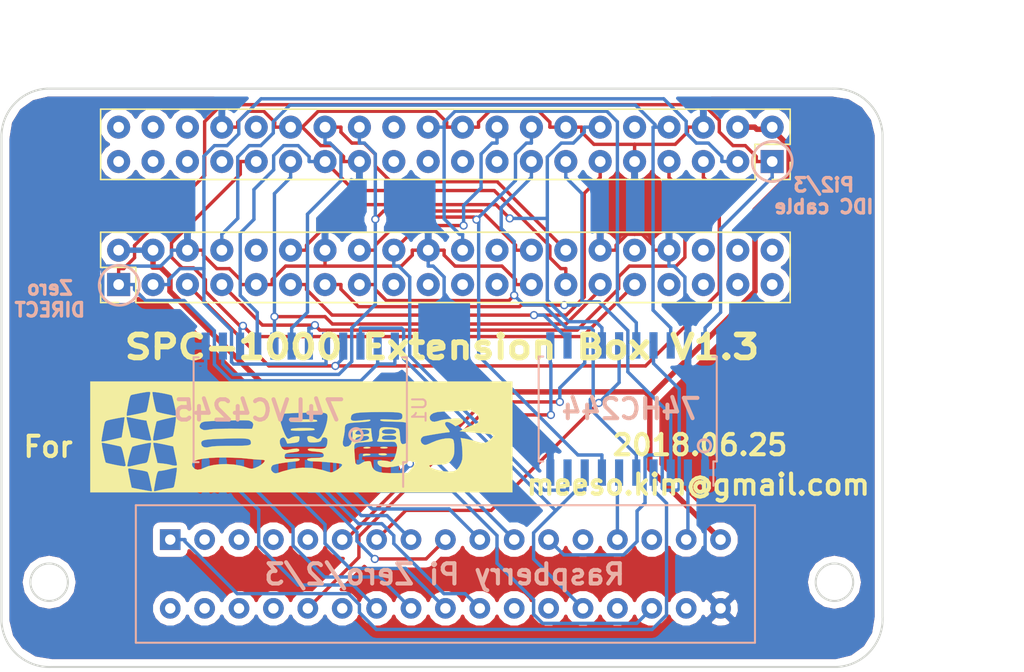
<source format=kicad_pcb>
(kicad_pcb (version 4) (host pcbnew 4.0.7)

  (general
    (links 79)
    (no_connects 0)
    (area 120.813282 78.357924 186.031418 121.250516)
    (thickness 1.6)
    (drawings 25)
    (tracks 541)
    (zones 0)
    (modules 6)
    (nets 80)
  )

  (page A4)
  (layers
    (0 F.Cu signal)
    (31 B.Cu signal)
    (32 B.Adhes user)
    (33 F.Adhes user)
    (34 B.Paste user)
    (35 F.Paste user)
    (36 B.SilkS user)
    (37 F.SilkS user)
    (38 B.Mask user)
    (39 F.Mask user)
    (40 Dwgs.User user)
    (41 Cmts.User user)
    (42 Eco1.User user)
    (43 Eco2.User user)
    (44 Edge.Cuts user)
    (45 Margin user)
    (46 B.CrtYd user)
    (47 F.CrtYd user)
    (48 B.Fab user)
    (49 F.Fab user)
  )

  (setup
    (last_trace_width 0.25)
    (trace_clearance 0.2)
    (zone_clearance 0.508)
    (zone_45_only no)
    (trace_min 0.2)
    (segment_width 0.2)
    (edge_width 0.15)
    (via_size 0.6)
    (via_drill 0.4)
    (via_min_size 0.4)
    (via_min_drill 0.3)
    (uvia_size 0.3)
    (uvia_drill 0.1)
    (uvias_allowed no)
    (uvia_min_size 0.2)
    (uvia_min_drill 0.1)
    (pcb_text_width 0.3)
    (pcb_text_size 1.5 1.5)
    (mod_edge_width 0.15)
    (mod_text_size 1 1)
    (mod_text_width 0.15)
    (pad_size 1.7 1.7)
    (pad_drill 0.79)
    (pad_to_mask_clearance 0.2)
    (aux_axis_origin 0 0)
    (visible_elements 7FFFFFFF)
    (pcbplotparams
      (layerselection 0x010f0_80000001)
      (usegerberextensions true)
      (excludeedgelayer true)
      (linewidth 0.100000)
      (plotframeref false)
      (viasonmask false)
      (mode 1)
      (useauxorigin false)
      (hpglpennumber 1)
      (hpglpenspeed 20)
      (hpglpendiameter 15)
      (hpglpenoverlay 2)
      (psnegative false)
      (psa4output false)
      (plotreference true)
      (plotvalue true)
      (plotinvisibletext false)
      (padsonsilk false)
      (subtractmaskfromsilk false)
      (outputformat 1)
      (mirror false)
      (drillshape 0)
      (scaleselection 1)
      (outputdirectory ./output))
  )

  (net 0 "")
  (net 1 +5V)
  (net 2 /RD2)
  (net 3 /RD3)
  (net 4 GND)
  (net 5 /RD4)
  (net 6 /RWR)
  (net 7 /RRESET)
  (net 8 /RCLK)
  (net 9 /RA0)
  (net 10 /RA1)
  (net 11 "Net-(J1-Pad17)")
  (net 12 /RA2)
  (net 13 "Net-(J1-Pad19)")
  (net 14 "Net-(J1-Pad21)")
  (net 15 "Net-(J1-Pad23)")
  (net 16 /REXT1)
  (net 17 /RD7)
  (net 18 /RD0)
  (net 19 /RD1)
  (net 20 /RD5)
  (net 21 /RD6)
  (net 22 "Net-(J1-Pad32)")
  (net 23 "Net-(J1-Pad33)")
  (net 24 "Net-(J1-Pad35)")
  (net 25 "Net-(J1-Pad36)")
  (net 26 "Net-(J1-Pad37)")
  (net 27 "Net-(J1-Pad38)")
  (net 28 "Net-(J1-Pad40)")
  (net 29 /A2)
  (net 30 /A1)
  (net 31 /A0)
  (net 32 /D0)
  (net 33 /D1)
  (net 34 /D2)
  (net 35 /D3)
  (net 36 /RESET)
  (net 37 /CLK)
  (net 38 /WR)
  (net 39 "Net-(J2-Pad22)")
  (net 40 /D7)
  (net 41 /D6)
  (net 42 /D5)
  (net 43 /D4)
  (net 44 "Net-(J2-Pad28)")
  (net 45 "Net-(J2-Pad29)")
  (net 46 /EXT1)
  (net 47 "Net-(J2-Pad24)")
  (net 48 "Net-(J2-Pad25)")
  (net 49 "Net-(J2-Pad32)")
  (net 50 "Net-(J1-Pad24)")
  (net 51 "Net-(J1-Pad10)")
  (net 52 /RA4)
  (net 53 /A6)
  (net 54 /A12)
  (net 55 /A5)
  (net 56 /A7)
  (net 57 /A4)
  (net 58 /A8)
  (net 59 /A3)
  (net 60 /A9)
  (net 61 /A11)
  (net 62 /A10)
  (net 63 "Net-(J1-Pad39)")
  (net 64 /RD)
  (net 65 "Net-(J3-Pad10)")
  (net 66 "Net-(J3-Pad17)")
  (net 67 "Net-(J3-Pad19)")
  (net 68 "Net-(J3-Pad21)")
  (net 69 "Net-(J3-Pad23)")
  (net 70 "Net-(J3-Pad24)")
  (net 71 "Net-(J3-Pad32)")
  (net 72 "Net-(J3-Pad33)")
  (net 73 "Net-(J3-Pad35)")
  (net 74 "Net-(J3-Pad36)")
  (net 75 "Net-(J3-Pad37)")
  (net 76 "Net-(J3-Pad38)")
  (net 77 "Net-(J3-Pad39)")
  (net 78 "Net-(J3-Pad40)")
  (net 79 /VCC)

  (net_class Default "This is the default net class."
    (clearance 0.2)
    (trace_width 0.25)
    (via_dia 0.6)
    (via_drill 0.4)
    (uvia_dia 0.3)
    (uvia_drill 0.1)
    (add_net /A0)
    (add_net /A1)
    (add_net /A10)
    (add_net /A11)
    (add_net /A12)
    (add_net /A2)
    (add_net /A3)
    (add_net /A4)
    (add_net /A5)
    (add_net /A6)
    (add_net /A7)
    (add_net /A8)
    (add_net /A9)
    (add_net /CLK)
    (add_net /D0)
    (add_net /D1)
    (add_net /D2)
    (add_net /D3)
    (add_net /D4)
    (add_net /D5)
    (add_net /D6)
    (add_net /D7)
    (add_net /EXT1)
    (add_net /RA0)
    (add_net /RA1)
    (add_net /RA2)
    (add_net /RA4)
    (add_net /RCLK)
    (add_net /RD)
    (add_net /RD0)
    (add_net /RD1)
    (add_net /RD2)
    (add_net /RD3)
    (add_net /RD4)
    (add_net /RD5)
    (add_net /RD6)
    (add_net /RD7)
    (add_net /RESET)
    (add_net /REXT1)
    (add_net /RRESET)
    (add_net /RWR)
    (add_net /VCC)
    (add_net /WR)
    (add_net GND)
    (add_net "Net-(J1-Pad10)")
    (add_net "Net-(J1-Pad17)")
    (add_net "Net-(J1-Pad19)")
    (add_net "Net-(J1-Pad21)")
    (add_net "Net-(J1-Pad23)")
    (add_net "Net-(J1-Pad24)")
    (add_net "Net-(J1-Pad32)")
    (add_net "Net-(J1-Pad33)")
    (add_net "Net-(J1-Pad35)")
    (add_net "Net-(J1-Pad36)")
    (add_net "Net-(J1-Pad37)")
    (add_net "Net-(J1-Pad38)")
    (add_net "Net-(J1-Pad39)")
    (add_net "Net-(J1-Pad40)")
    (add_net "Net-(J2-Pad22)")
    (add_net "Net-(J2-Pad24)")
    (add_net "Net-(J2-Pad25)")
    (add_net "Net-(J2-Pad28)")
    (add_net "Net-(J2-Pad29)")
    (add_net "Net-(J2-Pad32)")
    (add_net "Net-(J3-Pad10)")
    (add_net "Net-(J3-Pad17)")
    (add_net "Net-(J3-Pad19)")
    (add_net "Net-(J3-Pad21)")
    (add_net "Net-(J3-Pad23)")
    (add_net "Net-(J3-Pad24)")
    (add_net "Net-(J3-Pad32)")
    (add_net "Net-(J3-Pad33)")
    (add_net "Net-(J3-Pad35)")
    (add_net "Net-(J3-Pad36)")
    (add_net "Net-(J3-Pad37)")
    (add_net "Net-(J3-Pad38)")
    (add_net "Net-(J3-Pad39)")
    (add_net "Net-(J3-Pad40)")
  )

  (net_class 5V ""
    (clearance 0.2)
    (trace_width 0.4)
    (via_dia 0.6)
    (via_drill 0.4)
    (uvia_dia 0.3)
    (uvia_drill 0.1)
    (add_net +5V)
  )

  (module rpspc:cardedge_female_2x17_2.54mm (layer B.Cu) (tedit 5ABA3D33) (tstamp 5A5B784F)
    (at 153.67 114.3 270)
    (path /5A3E9D10)
    (fp_text reference J2 (at 0 17.28 270) (layer B.SilkS) hide
      (effects (font (size 1 1) (thickness 0.15)) (justify mirror))
    )
    (fp_text value Conn_02x17_Top_Bottom (at 0 18.28 360) (layer B.Fab)
      (effects (font (size 1 1) (thickness 0.15)) (justify mirror))
    )
    (fp_line (start -5.08 22.86) (end 5.08 22.86) (layer B.SilkS) (width 0.15))
    (fp_line (start 5.08 22.86) (end 5.08 -22.86) (layer B.SilkS) (width 0.15))
    (fp_line (start 5.08 -22.86) (end -5.08 -22.86) (layer B.SilkS) (width 0.15))
    (fp_line (start -5.08 -22.86) (end -5.08 22.86) (layer B.SilkS) (width 0.15))
    (pad 1 thru_hole rect (at -2.54 20.32 270) (size 1.524 1.524) (drill 0.77) (layers *.Cu *.Mask)
      (net 53 /A6))
    (pad 2 thru_hole circle (at 2.54 20.32 270) (size 1.524 1.524) (drill 0.77) (layers *.Cu *.Mask)
      (net 54 /A12))
    (pad 3 thru_hole circle (at -2.54 17.78 270) (size 1.524 1.524) (drill 0.77) (layers *.Cu *.Mask)
      (net 55 /A5))
    (pad 4 thru_hole circle (at 2.54 17.78 270) (size 1.524 1.524) (drill 0.77) (layers *.Cu *.Mask)
      (net 56 /A7))
    (pad 5 thru_hole circle (at -2.54 15.24 270) (size 1.524 1.524) (drill 0.77) (layers *.Cu *.Mask)
      (net 57 /A4))
    (pad 6 thru_hole circle (at 2.54 15.24 270) (size 1.524 1.524) (drill 0.77) (layers *.Cu *.Mask)
      (net 58 /A8))
    (pad 7 thru_hole circle (at -2.54 12.7 270) (size 1.524 1.524) (drill 0.77) (layers *.Cu *.Mask)
      (net 59 /A3))
    (pad 8 thru_hole circle (at 2.54 12.7 270) (size 1.524 1.524) (drill 0.77) (layers *.Cu *.Mask)
      (net 60 /A9))
    (pad 9 thru_hole circle (at -2.54 10.16 270) (size 1.524 1.524) (drill 0.77) (layers *.Cu *.Mask)
      (net 29 /A2))
    (pad 10 thru_hole circle (at 2.54 10.16 270) (size 1.524 1.524) (drill 0.77) (layers *.Cu *.Mask)
      (net 61 /A11))
    (pad 11 thru_hole circle (at -2.54 7.62 270) (size 1.524 1.524) (drill 0.77) (layers *.Cu *.Mask)
      (net 30 /A1))
    (pad 12 thru_hole circle (at 2.54 7.62 270) (size 1.524 1.524) (drill 0.77) (layers *.Cu *.Mask)
      (net 62 /A10))
    (pad 13 thru_hole circle (at -2.54 5.08 270) (size 1.524 1.524) (drill 0.77) (layers *.Cu *.Mask)
      (net 31 /A0))
    (pad 14 thru_hole circle (at 2.54 5.08 270) (size 1.524 1.524) (drill 0.77) (layers *.Cu *.Mask)
      (net 40 /D7))
    (pad 15 thru_hole circle (at -2.54 2.54 270) (size 1.524 1.524) (drill 0.77) (layers *.Cu *.Mask)
      (net 32 /D0))
    (pad 16 thru_hole circle (at 2.54 2.54 270) (size 1.524 1.524) (drill 0.77) (layers *.Cu *.Mask)
      (net 41 /D6))
    (pad 17 thru_hole circle (at -2.54 0 270) (size 1.524 1.524) (drill 0.77) (layers *.Cu *.Mask)
      (net 33 /D1))
    (pad 18 thru_hole circle (at 2.54 0 270) (size 1.524 1.524) (drill 0.77) (layers *.Cu *.Mask)
      (net 42 /D5))
    (pad 19 thru_hole circle (at -2.54 -2.54 270) (size 1.524 1.524) (drill 0.77) (layers *.Cu *.Mask)
      (net 34 /D2))
    (pad 20 thru_hole circle (at 2.54 -2.54 270) (size 1.524 1.524) (drill 0.77) (layers *.Cu *.Mask)
      (net 43 /D4))
    (pad 21 thru_hole circle (at -2.54 -5.08 270) (size 1.524 1.524) (drill 0.77) (layers *.Cu *.Mask)
      (net 35 /D3))
    (pad 22 thru_hole circle (at 2.54 -5.08 270) (size 1.524 1.524) (drill 0.77) (layers *.Cu *.Mask)
      (net 39 "Net-(J2-Pad22)"))
    (pad 23 thru_hole circle (at -2.54 -7.62 270) (size 1.524 1.524) (drill 0.77) (layers *.Cu *.Mask)
      (net 36 /RESET))
    (pad 24 thru_hole circle (at 2.54 -7.62 270) (size 1.524 1.524) (drill 0.77) (layers *.Cu *.Mask)
      (net 47 "Net-(J2-Pad24)"))
    (pad 25 thru_hole circle (at -2.54 -10.16 270) (size 1.524 1.524) (drill 0.77) (layers *.Cu *.Mask)
      (net 48 "Net-(J2-Pad25)"))
    (pad 26 thru_hole circle (at 2.54 -10.16 270) (size 1.524 1.524) (drill 0.77) (layers *.Cu *.Mask)
      (net 46 /EXT1))
    (pad 27 thru_hole circle (at -2.54 -12.7 270) (size 1.524 1.524) (drill 0.77) (layers *.Cu *.Mask)
      (net 37 /CLK))
    (pad 28 thru_hole circle (at 2.54 -12.7 270) (size 1.524 1.524) (drill 0.77) (layers *.Cu *.Mask)
      (net 44 "Net-(J2-Pad28)"))
    (pad 29 thru_hole circle (at -2.54 -15.24 270) (size 1.524 1.524) (drill 0.77) (layers *.Cu *.Mask)
      (net 45 "Net-(J2-Pad29)"))
    (pad 30 thru_hole circle (at 2.54 -15.24 270) (size 1.524 1.524) (drill 0.77) (layers *.Cu *.Mask)
      (net 64 /RD))
    (pad 31 thru_hole circle (at -2.54 -17.78 270) (size 1.524 1.524) (drill 0.77) (layers *.Cu *.Mask)
      (net 38 /WR))
    (pad 32 thru_hole circle (at 2.54 -17.78 270) (size 1.524 1.524) (drill 0.77) (layers *.Cu *.Mask)
      (net 49 "Net-(J2-Pad32)"))
    (pad 33 thru_hole circle (at -2.54 -20.32 270) (size 1.524 1.524) (drill 0.77) (layers *.Cu *.Mask)
      (net 1 +5V))
    (pad 34 thru_hole circle (at 2.54 -20.32 270) (size 1.524 1.524) (drill 0.77) (layers *.Cu *.Mask)
      (net 4 GND))
  )

  (module Socket_Strips:Socket_Strip_Straight_2x20_Pitch2.54mm (layer F.Cu) (tedit 5B2FC341) (tstamp 5A5CC0D3)
    (at 177.8 83.82 270)
    (descr "Through hole straight socket strip, 2x20, 2.54mm pitch, double rows")
    (tags "Through hole socket strip THT 2x20 2.54mm double row")
    (path /5A3E9C84)
    (fp_text reference J1 (at -1.27 -2.33 270) (layer F.SilkS) hide
      (effects (font (size 1 1) (thickness 0.15)))
    )
    (fp_text value RPi_GPIO (at -1.27 50.59 270) (layer F.Fab)
      (effects (font (size 1 1) (thickness 0.15)))
    )
    (fp_line (start -3.81 -1.27) (end -3.81 49.53) (layer F.Fab) (width 0.1))
    (fp_line (start -3.81 49.53) (end 1.27 49.53) (layer F.Fab) (width 0.1))
    (fp_line (start 1.27 49.53) (end 1.27 -1.27) (layer F.Fab) (width 0.1))
    (fp_line (start 1.27 -1.27) (end -3.81 -1.27) (layer F.Fab) (width 0.1))
    (fp_line (start 1.33 1.27) (end 1.33 49.59) (layer F.SilkS) (width 0.12))
    (fp_line (start 1.33 49.59) (end -3.87 49.59) (layer F.SilkS) (width 0.12))
    (fp_line (start -3.87 49.59) (end -3.87 -1.33) (layer F.SilkS) (width 0.12))
    (fp_line (start -3.87 -1.33) (end -1.27 -1.33) (layer F.SilkS) (width 0.12))
    (fp_line (start -1.27 -1.33) (end -1.27 1.27) (layer F.SilkS) (width 0.12))
    (fp_line (start -1.27 1.27) (end 1.33 1.27) (layer F.SilkS) (width 0.12))
    (fp_line (start 1.33 0) (end 1.33 -1.33) (layer F.SilkS) (width 0.12))
    (fp_line (start 1.33 -1.33) (end 0.06 -1.33) (layer F.SilkS) (width 0.12))
    (fp_line (start -4.35 -1.8) (end -4.35 50.05) (layer F.CrtYd) (width 0.05))
    (fp_line (start -4.35 50.05) (end 1.8 50.05) (layer F.CrtYd) (width 0.05))
    (fp_line (start 1.8 50.05) (end 1.8 -1.8) (layer F.CrtYd) (width 0.05))
    (fp_line (start 1.8 -1.8) (end -4.35 -1.8) (layer F.CrtYd) (width 0.05))
    (fp_text user %R (at -1.27 -2.33 360) (layer F.Fab) hide
      (effects (font (size 1 1) (thickness 0.15)))
    )
    (pad 1 thru_hole rect (at 0 0 270) (size 1.7 1.7) (drill 0.79) (layers *.Cu *.Mask)
      (net 79 /VCC))
    (pad 2 thru_hole oval (at -2.54 0 270) (size 1.7 1.7) (drill 0.79) (layers *.Cu *.Mask)
      (net 1 +5V))
    (pad 3 thru_hole oval (at 0 2.54 270) (size 1.7 1.7) (drill 0.79) (layers *.Cu *.Mask)
      (net 2 /RD2))
    (pad 4 thru_hole oval (at -2.54 2.54 270) (size 1.7 1.7) (drill 0.79) (layers *.Cu *.Mask)
      (net 1 +5V))
    (pad 5 thru_hole oval (at 0 5.08 270) (size 1.7 1.7) (drill 0.79) (layers *.Cu *.Mask)
      (net 3 /RD3))
    (pad 6 thru_hole oval (at -2.54 5.08 270) (size 1.7 1.7) (drill 0.79) (layers *.Cu *.Mask)
      (net 4 GND))
    (pad 7 thru_hole oval (at 0 7.62 270) (size 1.7 1.7) (drill 0.79) (layers *.Cu *.Mask)
      (net 5 /RD4))
    (pad 8 thru_hole oval (at -2.54 7.62 270) (size 1.7 1.7) (drill 0.79) (layers *.Cu *.Mask)
      (net 6 /RWR))
    (pad 9 thru_hole oval (at 0 10.16 270) (size 1.7 1.7) (drill 0.79) (layers *.Cu *.Mask)
      (net 4 GND))
    (pad 10 thru_hole oval (at -2.54 10.16 270) (size 1.7 1.7) (drill 0.79) (layers *.Cu *.Mask)
      (net 51 "Net-(J1-Pad10)"))
    (pad 11 thru_hole oval (at 0 12.7 270) (size 1.7 1.7) (drill 0.79) (layers *.Cu *.Mask)
      (net 16 /REXT1))
    (pad 12 thru_hole oval (at -2.54 12.7 270) (size 1.7 1.7) (drill 0.79) (layers *.Cu *.Mask)
      (net 8 /RCLK))
    (pad 13 thru_hole oval (at 0 15.24 270) (size 1.7 1.7) (drill 0.79) (layers *.Cu *.Mask)
      (net 7 /RRESET))
    (pad 14 thru_hole oval (at -2.54 15.24 270) (size 1.7 1.7) (drill 0.79) (layers *.Cu *.Mask)
      (net 4 GND))
    (pad 15 thru_hole oval (at 0 17.78 270) (size 1.7 1.7) (drill 0.79) (layers *.Cu *.Mask)
      (net 9 /RA0))
    (pad 16 thru_hole oval (at -2.54 17.78 270) (size 1.7 1.7) (drill 0.79) (layers *.Cu *.Mask)
      (net 10 /RA1))
    (pad 17 thru_hole oval (at 0 20.32 270) (size 1.7 1.7) (drill 0.79) (layers *.Cu *.Mask)
      (net 11 "Net-(J1-Pad17)"))
    (pad 18 thru_hole oval (at -2.54 20.32 270) (size 1.7 1.7) (drill 0.79) (layers *.Cu *.Mask)
      (net 12 /RA2))
    (pad 19 thru_hole oval (at 0 22.86 270) (size 1.7 1.7) (drill 0.79) (layers *.Cu *.Mask)
      (net 13 "Net-(J1-Pad19)"))
    (pad 20 thru_hole oval (at -2.54 22.86 270) (size 1.7 1.7) (drill 0.79) (layers *.Cu *.Mask)
      (net 4 GND))
    (pad 21 thru_hole oval (at 0 25.4 270) (size 1.7 1.7) (drill 0.79) (layers *.Cu *.Mask)
      (net 14 "Net-(J1-Pad21)"))
    (pad 22 thru_hole oval (at -2.54 25.4 270) (size 1.7 1.7) (drill 0.79) (layers *.Cu *.Mask)
      (net 52 /RA4))
    (pad 23 thru_hole oval (at 0 27.94 270) (size 1.7 1.7) (drill 0.79) (layers *.Cu *.Mask)
      (net 15 "Net-(J1-Pad23)"))
    (pad 24 thru_hole oval (at -2.54 27.94 270) (size 1.7 1.7) (drill 0.79) (layers *.Cu *.Mask)
      (net 50 "Net-(J1-Pad24)"))
    (pad 25 thru_hole oval (at 0 30.48 270) (size 1.7 1.7) (drill 0.79) (layers *.Cu *.Mask)
      (net 4 GND))
    (pad 26 thru_hole oval (at -2.54 30.48 270) (size 1.7 1.7) (drill 0.79) (layers *.Cu *.Mask)
      (net 17 /RD7))
    (pad 27 thru_hole oval (at 0 33.02 270) (size 1.7 1.7) (drill 0.79) (layers *.Cu *.Mask)
      (net 18 /RD0))
    (pad 28 thru_hole oval (at -2.54 33.02 270) (size 1.7 1.7) (drill 0.79) (layers *.Cu *.Mask)
      (net 19 /RD1))
    (pad 29 thru_hole oval (at 0 35.56 270) (size 1.7 1.7) (drill 0.79) (layers *.Cu *.Mask)
      (net 20 /RD5))
    (pad 30 thru_hole oval (at -2.54 35.56 270) (size 1.7 1.7) (drill 0.79) (layers *.Cu *.Mask)
      (net 4 GND))
    (pad 31 thru_hole oval (at 0 38.1 270) (size 1.7 1.7) (drill 0.79) (layers *.Cu *.Mask)
      (net 21 /RD6))
    (pad 32 thru_hole oval (at -2.54 38.1 270) (size 1.7 1.7) (drill 0.79) (layers *.Cu *.Mask)
      (net 22 "Net-(J1-Pad32)"))
    (pad 33 thru_hole oval (at 0 40.64 270) (size 1.7 1.7) (drill 0.79) (layers *.Cu *.Mask)
      (net 23 "Net-(J1-Pad33)"))
    (pad 34 thru_hole oval (at -2.54 40.64 270) (size 1.7 1.7) (drill 0.79) (layers *.Cu *.Mask)
      (net 4 GND))
    (pad 35 thru_hole oval (at 0 43.18 270) (size 1.7 1.7) (drill 0.79) (layers *.Cu *.Mask)
      (net 24 "Net-(J1-Pad35)"))
    (pad 36 thru_hole oval (at -2.54 43.18 270) (size 1.7 1.7) (drill 0.79) (layers *.Cu *.Mask)
      (net 25 "Net-(J1-Pad36)"))
    (pad 37 thru_hole oval (at 0 45.72 270) (size 1.7 1.7) (drill 0.79) (layers *.Cu *.Mask)
      (net 26 "Net-(J1-Pad37)"))
    (pad 38 thru_hole oval (at -2.54 45.72 270) (size 1.7 1.7) (drill 0.79) (layers *.Cu *.Mask)
      (net 27 "Net-(J1-Pad38)"))
    (pad 39 thru_hole oval (at 0 48.26 270) (size 1.7 1.7) (drill 0.79) (layers *.Cu *.Mask)
      (net 63 "Net-(J1-Pad39)"))
    (pad 40 thru_hole oval (at -2.54 48.26 270) (size 1.7 1.7) (drill 0.79) (layers *.Cu *.Mask)
      (net 28 "Net-(J1-Pad40)"))
    (model Pin_Headers.3dshapes/Pin_Header_Straight_2x20_Pitch2.54mm.wrl
      (at (xyz -0.1 -1.9 -0.07000000000000001))
      (scale (xyz 1 1 1))
      (rotate (xyz 180 0 0))
    )
  )

  (module Pin_Headers:Pin_Header_Straight_2x20_Pitch2.54mm (layer F.Cu) (tedit 5B2FC2F6) (tstamp 5AE08E66)
    (at 129.54 92.9132 90)
    (descr "Through hole straight pin header, 2x20, 2.54mm pitch, double rows")
    (tags "Through hole pin header THT 2x20 2.54mm double row")
    (path /5AE09492)
    (fp_text reference J3 (at 1.27 -2.33 90) (layer F.SilkS) hide
      (effects (font (size 1 1) (thickness 0.15)))
    )
    (fp_text value RPi_GPIO (at 1.27 50.59 90) (layer F.Fab)
      (effects (font (size 1 1) (thickness 0.15)))
    )
    (fp_line (start 0 -1.27) (end 3.81 -1.27) (layer F.Fab) (width 0.1))
    (fp_line (start 3.81 -1.27) (end 3.81 49.53) (layer F.Fab) (width 0.1))
    (fp_line (start 3.81 49.53) (end -1.27 49.53) (layer F.Fab) (width 0.1))
    (fp_line (start -1.27 49.53) (end -1.27 0) (layer F.Fab) (width 0.1))
    (fp_line (start -1.27 0) (end 0 -1.27) (layer F.Fab) (width 0.1))
    (fp_line (start -1.33 49.59) (end 3.87 49.59) (layer F.SilkS) (width 0.12))
    (fp_line (start -1.33 1.27) (end -1.33 49.59) (layer F.SilkS) (width 0.12))
    (fp_line (start 3.87 -1.33) (end 3.87 49.59) (layer F.SilkS) (width 0.12))
    (fp_line (start -1.33 1.27) (end 1.27 1.27) (layer F.SilkS) (width 0.12))
    (fp_line (start 1.27 1.27) (end 1.27 -1.33) (layer F.SilkS) (width 0.12))
    (fp_line (start 1.27 -1.33) (end 3.87 -1.33) (layer F.SilkS) (width 0.12))
    (fp_line (start -1.33 0) (end -1.33 -1.33) (layer F.SilkS) (width 0.12))
    (fp_line (start -1.33 -1.33) (end 0 -1.33) (layer F.SilkS) (width 0.12))
    (fp_line (start -1.8 -1.8) (end -1.8 50.05) (layer F.CrtYd) (width 0.05))
    (fp_line (start -1.8 50.05) (end 4.35 50.05) (layer F.CrtYd) (width 0.05))
    (fp_line (start 4.35 50.05) (end 4.35 -1.8) (layer F.CrtYd) (width 0.05))
    (fp_line (start 4.35 -1.8) (end -1.8 -1.8) (layer F.CrtYd) (width 0.05))
    (fp_text user %R (at 1.27 24.13 180) (layer F.Fab)
      (effects (font (size 1 1) (thickness 0.15)))
    )
    (pad 1 thru_hole rect (at 0 0 90) (size 1.7 1.7) (drill 0.79) (layers *.Cu *.Mask)
      (net 79 /VCC))
    (pad 2 thru_hole oval (at 2.54 0 90) (size 1.7 1.7) (drill 0.79) (layers *.Cu *.Mask)
      (net 1 +5V))
    (pad 3 thru_hole oval (at 0 2.54 90) (size 1.7 1.7) (drill 0.79) (layers *.Cu *.Mask)
      (net 2 /RD2))
    (pad 4 thru_hole oval (at 2.54 2.54 90) (size 1.7 1.7) (drill 0.79) (layers *.Cu *.Mask)
      (net 1 +5V))
    (pad 5 thru_hole oval (at 0 5.08 90) (size 1.7 1.7) (drill 0.79) (layers *.Cu *.Mask)
      (net 3 /RD3))
    (pad 6 thru_hole oval (at 2.54 5.08 90) (size 1.7 1.7) (drill 0.79) (layers *.Cu *.Mask)
      (net 4 GND))
    (pad 7 thru_hole oval (at 0 7.62 90) (size 1.7 1.7) (drill 0.79) (layers *.Cu *.Mask)
      (net 5 /RD4))
    (pad 8 thru_hole oval (at 2.54 7.62 90) (size 1.7 1.7) (drill 0.79) (layers *.Cu *.Mask)
      (net 6 /RWR))
    (pad 9 thru_hole oval (at 0 10.16 90) (size 1.7 1.7) (drill 0.79) (layers *.Cu *.Mask)
      (net 4 GND))
    (pad 10 thru_hole oval (at 2.54 10.16 90) (size 1.7 1.7) (drill 0.79) (layers *.Cu *.Mask)
      (net 65 "Net-(J3-Pad10)"))
    (pad 11 thru_hole oval (at 0 12.7 90) (size 1.7 1.7) (drill 0.79) (layers *.Cu *.Mask)
      (net 16 /REXT1))
    (pad 12 thru_hole oval (at 2.54 12.7 90) (size 1.7 1.7) (drill 0.79) (layers *.Cu *.Mask)
      (net 8 /RCLK))
    (pad 13 thru_hole oval (at 0 15.24 90) (size 1.7 1.7) (drill 0.79) (layers *.Cu *.Mask)
      (net 7 /RRESET))
    (pad 14 thru_hole oval (at 2.54 15.24 90) (size 1.7 1.7) (drill 0.79) (layers *.Cu *.Mask)
      (net 4 GND))
    (pad 15 thru_hole oval (at 0 17.78 90) (size 1.7 1.7) (drill 0.79) (layers *.Cu *.Mask)
      (net 9 /RA0))
    (pad 16 thru_hole oval (at 2.54 17.78 90) (size 1.7 1.7) (drill 0.79) (layers *.Cu *.Mask)
      (net 10 /RA1))
    (pad 17 thru_hole oval (at 0 20.32 90) (size 1.7 1.7) (drill 0.79) (layers *.Cu *.Mask)
      (net 66 "Net-(J3-Pad17)"))
    (pad 18 thru_hole oval (at 2.54 20.32 90) (size 1.7 1.7) (drill 0.79) (layers *.Cu *.Mask)
      (net 12 /RA2))
    (pad 19 thru_hole oval (at 0 22.86 90) (size 1.7 1.7) (drill 0.79) (layers *.Cu *.Mask)
      (net 67 "Net-(J3-Pad19)"))
    (pad 20 thru_hole oval (at 2.54 22.86 90) (size 1.7 1.7) (drill 0.79) (layers *.Cu *.Mask)
      (net 4 GND))
    (pad 21 thru_hole oval (at 0 25.4 90) (size 1.7 1.7) (drill 0.79) (layers *.Cu *.Mask)
      (net 68 "Net-(J3-Pad21)"))
    (pad 22 thru_hole oval (at 2.54 25.4 90) (size 1.7 1.7) (drill 0.79) (layers *.Cu *.Mask)
      (net 52 /RA4))
    (pad 23 thru_hole oval (at 0 27.94 90) (size 1.7 1.7) (drill 0.79) (layers *.Cu *.Mask)
      (net 69 "Net-(J3-Pad23)"))
    (pad 24 thru_hole oval (at 2.54 27.94 90) (size 1.7 1.7) (drill 0.79) (layers *.Cu *.Mask)
      (net 70 "Net-(J3-Pad24)"))
    (pad 25 thru_hole oval (at 0 30.48 90) (size 1.7 1.7) (drill 0.79) (layers *.Cu *.Mask)
      (net 4 GND))
    (pad 26 thru_hole oval (at 2.54 30.48 90) (size 1.7 1.7) (drill 0.79) (layers *.Cu *.Mask)
      (net 17 /RD7))
    (pad 27 thru_hole oval (at 0 33.02 90) (size 1.7 1.7) (drill 0.79) (layers *.Cu *.Mask)
      (net 18 /RD0))
    (pad 28 thru_hole oval (at 2.54 33.02 90) (size 1.7 1.7) (drill 0.79) (layers *.Cu *.Mask)
      (net 19 /RD1))
    (pad 29 thru_hole oval (at 0 35.56 90) (size 1.7 1.7) (drill 0.79) (layers *.Cu *.Mask)
      (net 20 /RD5))
    (pad 30 thru_hole oval (at 2.54 35.56 90) (size 1.7 1.7) (drill 0.79) (layers *.Cu *.Mask)
      (net 4 GND))
    (pad 31 thru_hole oval (at 0 38.1 90) (size 1.7 1.7) (drill 0.79) (layers *.Cu *.Mask)
      (net 21 /RD6))
    (pad 32 thru_hole oval (at 2.54 38.1 90) (size 1.7 1.7) (drill 0.79) (layers *.Cu *.Mask)
      (net 71 "Net-(J3-Pad32)"))
    (pad 33 thru_hole oval (at 0 40.64 90) (size 1.7 1.7) (drill 0.79) (layers *.Cu *.Mask)
      (net 72 "Net-(J3-Pad33)"))
    (pad 34 thru_hole oval (at 2.54 40.64 90) (size 1.7 1.7) (drill 0.79) (layers *.Cu *.Mask)
      (net 4 GND))
    (pad 35 thru_hole oval (at 0 43.18 90) (size 1.7 1.7) (drill 0.79) (layers *.Cu *.Mask)
      (net 73 "Net-(J3-Pad35)"))
    (pad 36 thru_hole oval (at 2.54 43.18 90) (size 1.7 1.7) (drill 0.79) (layers *.Cu *.Mask)
      (net 74 "Net-(J3-Pad36)"))
    (pad 37 thru_hole oval (at 0 45.72 90) (size 1.7 1.7) (drill 0.79) (layers *.Cu *.Mask)
      (net 75 "Net-(J3-Pad37)"))
    (pad 38 thru_hole oval (at 2.54 45.72 90) (size 1.7 1.7) (drill 0.79) (layers *.Cu *.Mask)
      (net 76 "Net-(J3-Pad38)"))
    (pad 39 thru_hole oval (at 0 48.26 90) (size 1.7 1.7) (drill 0.79) (layers *.Cu *.Mask)
      (net 77 "Net-(J3-Pad39)"))
    (pad 40 thru_hole oval (at 2.54 48.26 90) (size 1.7 1.7) (drill 0.79) (layers *.Cu *.Mask)
      (net 78 "Net-(J3-Pad40)"))
    (model ${KISYS3DMOD}/Pin_Headers.3dshapes/Pin_Header_Straight_2x20_Pitch2.54mm.wrl
      (at (xyz 0 0 0))
      (scale (xyz 1 1 1))
      (rotate (xyz 0 0 0))
    )
  )

  (module Housings_SOIC:SOIC-20W_7.5x12.8mm_Pitch1.27mm (layer B.Cu) (tedit 5AE873F8) (tstamp 5AE08EB2)
    (at 167.132 102.108 90)
    (descr "20-Lead Plastic Small Outline (SO) - Wide, 7.50 mm Body [SOIC] (see Microchip Packaging Specification 00000049BS.pdf)")
    (tags "SOIC 1.27")
    (path /5AE08CA2)
    (attr smd)
    (fp_text reference U2 (at -0.3302 -8.3058 180) (layer B.SilkS) hide
      (effects (font (size 1 1) (thickness 0.15)) (justify mirror))
    )
    (fp_text value 74HC244 (at 0 -7.5 90) (layer B.Fab)
      (effects (font (size 1 1) (thickness 0.15)) (justify mirror))
    )
    (fp_text user %R (at 0 0 90) (layer B.Fab)
      (effects (font (size 1 1) (thickness 0.15)) (justify mirror))
    )
    (fp_line (start -2.75 6.4) (end 3.75 6.4) (layer B.Fab) (width 0.15))
    (fp_line (start 3.75 6.4) (end 3.75 -6.4) (layer B.Fab) (width 0.15))
    (fp_line (start 3.75 -6.4) (end -3.75 -6.4) (layer B.Fab) (width 0.15))
    (fp_line (start -3.75 -6.4) (end -3.75 5.4) (layer B.Fab) (width 0.15))
    (fp_line (start -3.75 5.4) (end -2.75 6.4) (layer B.Fab) (width 0.15))
    (fp_line (start -5.95 6.75) (end -5.95 -6.75) (layer B.CrtYd) (width 0.05))
    (fp_line (start 5.95 6.75) (end 5.95 -6.75) (layer B.CrtYd) (width 0.05))
    (fp_line (start -5.95 6.75) (end 5.95 6.75) (layer B.CrtYd) (width 0.05))
    (fp_line (start -5.95 -6.75) (end 5.95 -6.75) (layer B.CrtYd) (width 0.05))
    (fp_line (start -3.875 6.575) (end -3.875 6.325) (layer B.SilkS) (width 0.15))
    (fp_line (start 3.875 6.575) (end 3.875 6.24) (layer B.SilkS) (width 0.15))
    (fp_line (start 3.875 -6.575) (end 3.875 -6.24) (layer B.SilkS) (width 0.15))
    (fp_line (start -3.875 -6.575) (end -3.875 -6.24) (layer B.SilkS) (width 0.15))
    (fp_line (start -3.875 6.575) (end 3.875 6.575) (layer B.SilkS) (width 0.15))
    (fp_line (start -3.875 -6.575) (end 3.875 -6.575) (layer B.SilkS) (width 0.15))
    (fp_line (start -3.875 6.325) (end -5.675 6.325) (layer B.SilkS) (width 0.15))
    (pad 1 smd rect (at -4.7 5.715 90) (size 1.95 0.6) (layers B.Cu B.Paste B.Mask)
      (net 4 GND))
    (pad 2 smd rect (at -4.7 4.445 90) (size 1.95 0.6) (layers B.Cu B.Paste B.Mask)
      (net 38 /WR))
    (pad 3 smd rect (at -4.7 3.175 90) (size 1.95 0.6) (layers B.Cu B.Paste B.Mask)
      (net 7 /RRESET))
    (pad 4 smd rect (at -4.7 1.905 90) (size 1.95 0.6) (layers B.Cu B.Paste B.Mask)
      (net 53 /A6))
    (pad 5 smd rect (at -4.7 0.635 90) (size 1.95 0.6) (layers B.Cu B.Paste B.Mask)
      (net 9 /RA0))
    (pad 6 smd rect (at -4.7 -0.635 90) (size 1.95 0.6) (layers B.Cu B.Paste B.Mask)
      (net 37 /CLK))
    (pad 7 smd rect (at -4.7 -1.905 90) (size 1.95 0.6) (layers B.Cu B.Paste B.Mask)
      (net 10 /RA1))
    (pad 8 smd rect (at -4.7 -3.175 90) (size 1.95 0.6) (layers B.Cu B.Paste B.Mask)
      (net 46 /EXT1))
    (pad 9 smd rect (at -4.7 -4.445 90) (size 1.95 0.6) (layers B.Cu B.Paste B.Mask)
      (net 12 /RA2))
    (pad 10 smd rect (at -4.7 -5.715 90) (size 1.95 0.6) (layers B.Cu B.Paste B.Mask)
      (net 4 GND))
    (pad 11 smd rect (at 4.7 -5.715 90) (size 1.95 0.6) (layers B.Cu B.Paste B.Mask)
      (net 61 /A11))
    (pad 12 smd rect (at 4.7 -4.445 90) (size 1.95 0.6) (layers B.Cu B.Paste B.Mask)
      (net 16 /REXT1))
    (pad 13 smd rect (at 4.7 -3.175 90) (size 1.95 0.6) (layers B.Cu B.Paste B.Mask)
      (net 30 /A1))
    (pad 14 smd rect (at 4.7 -1.905 90) (size 1.95 0.6) (layers B.Cu B.Paste B.Mask)
      (net 8 /RCLK))
    (pad 15 smd rect (at 4.7 -0.635 90) (size 1.95 0.6) (layers B.Cu B.Paste B.Mask)
      (net 31 /A0))
    (pad 16 smd rect (at 4.7 0.635 90) (size 1.95 0.6) (layers B.Cu B.Paste B.Mask)
      (net 52 /RA4))
    (pad 17 smd rect (at 4.7 1.905 90) (size 1.95 0.6) (layers B.Cu B.Paste B.Mask)
      (net 36 /RESET))
    (pad 18 smd rect (at 4.7 3.175 90) (size 1.95 0.6) (layers B.Cu B.Paste B.Mask)
      (net 6 /RWR))
    (pad 19 smd rect (at 4.7 4.445 90) (size 1.95 0.6) (layers B.Cu B.Paste B.Mask)
      (net 4 GND))
    (pad 20 smd rect (at 4.7 5.715 90) (size 1.95 0.6) (layers B.Cu B.Paste B.Mask)
      (net 79 /VCC))
    (model ${KISYS3DMOD}/Housings_SOIC.3dshapes/SOIC-20W_7.5x12.8mm_Pitch1.27mm.wrl
      (at (xyz 0 0 0))
      (scale (xyz 1 1 1))
      (rotate (xyz 0 0 0))
    )
  )

  (module rpspc:samsunglogo (layer F.Cu) (tedit 5AE09177) (tstamp 5AE097FD)
    (at 143.002 104.14)
    (fp_text reference G*** (at 0 0) (layer F.SilkS) hide
      (effects (font (thickness 0.3)))
    )
    (fp_text value LOGO (at 0.508 0) (layer F.SilkS) hide
      (effects (font (thickness 0.3)))
    )
    (fp_poly (pts (xy 15.621 4.1275) (xy -15.5575 4.1275) (xy -15.5575 2.430357) (xy -12.7635 2.430357)
      (xy -12.75183 2.523863) (xy -12.721053 2.702075) (xy -12.677518 2.933303) (xy -12.627574 3.185858)
      (xy -12.57757 3.42805) (xy -12.533856 3.628189) (xy -12.50278 3.754587) (xy -12.492695 3.781981)
      (xy -12.430501 3.796224) (xy -12.273212 3.827429) (xy -12.050716 3.870019) (xy -11.7929 3.918413)
      (xy -11.529654 3.967035) (xy -11.290865 4.010305) (xy -11.106421 4.042646) (xy -11.025719 4.055783)
      (xy -10.997319 4.011349) (xy -11.000215 3.9888) (xy -10.855575 3.9888) (xy -10.836794 4.049622)
      (xy -10.767948 4.044513) (xy -10.756646 4.041106) (xy -10.636938 4.010125) (xy -10.434732 3.963588)
      (xy -10.192007 3.911127) (xy -10.171724 3.906885) (xy -9.922359 3.859) (xy -9.704302 3.824369)
      (xy -9.562397 3.810058) (xy -9.556878 3.81) (xy -9.421605 3.766693) (xy -9.373001 3.698875)
      (xy -9.339229 3.55783) (xy -9.298591 3.345954) (xy -9.25585 3.094507) (xy -9.215766 2.834748)
      (xy -9.183103 2.597937) (xy -9.162621 2.415336) (xy -9.159084 2.318203) (xy -9.161548 2.310786)
      (xy -9.233163 2.311067) (xy -9.396511 2.339124) (xy -9.6208 2.389326) (xy -9.702852 2.40977)
      (xy -9.9622 2.471128) (xy -10.192052 2.516932) (xy -10.350794 2.539095) (xy -10.373208 2.54)
      (xy -10.454625 2.543066) (xy -10.518467 2.56287) (xy -10.570417 2.61532) (xy -10.616159 2.716321)
      (xy -10.661377 2.881782) (xy -10.711754 3.127609) (xy -10.772974 3.46971) (xy -10.835229 3.833096)
      (xy -10.855575 3.9888) (xy -11.000215 3.9888) (xy -11.008909 3.921125) (xy -11.038379 3.794186)
      (xy -11.083255 3.581802) (xy -11.135299 3.323308) (xy -11.151883 3.2385) (xy -11.207359 2.9851)
      (xy -11.264485 2.777233) (xy -11.313558 2.648633) (xy -11.327444 2.628178) (xy -11.420583 2.586402)
      (xy -11.604324 2.538704) (xy -11.843131 2.493916) (xy -11.90625 2.484355) (xy -12.171195 2.444547)
      (xy -12.40783 2.406185) (xy -12.571294 2.376594) (xy -12.588875 2.372898) (xy -12.719856 2.362725)
      (xy -12.763007 2.418083) (xy -12.7635 2.430357) (xy -15.5575 2.430357) (xy -15.5575 0.463251)
      (xy -14.708419 0.463251) (xy -14.707479 0.5323) (xy -14.684247 0.694651) (xy -14.644813 0.919815)
      (xy -14.59527 1.177308) (xy -14.541709 1.436641) (xy -14.490221 1.66733) (xy -14.446897 1.838886)
      (xy -14.417828 1.920824) (xy -14.416982 1.921883) (xy -14.340999 1.95241) (xy -14.17205 1.996926)
      (xy -13.942504 2.048916) (xy -13.684729 2.101864) (xy -13.431092 2.149256) (xy -13.213964 2.184578)
      (xy -13.065711 2.201314) (xy -13.030021 2.201037) (xy -12.978386 2.174875) (xy -12.822816 2.174875)
      (xy -12.804028 2.211129) (xy -12.725196 2.217477) (xy -12.565963 2.192202) (xy -12.305976 2.133589)
      (xy -12.291307 2.130075) (xy -12.026716 2.069335) (xy -11.76119 2.012714) (xy -11.622409 1.985569)
      (xy -11.506248 1.964532) (xy -11.422494 1.938046) (xy -11.361333 1.886389) (xy -11.312951 1.789836)
      (xy -11.267534 1.628664) (xy -11.215266 1.38315) (xy -11.146333 1.033568) (xy -11.144783 1.025714)
      (xy -11.100849 0.781589) (xy -11.074097 0.588561) (xy -11.071388 0.534933) (xy -10.898274 0.534933)
      (xy -10.872969 0.705036) (xy -10.82622 0.947169) (xy -10.764587 1.2267) (xy -10.595296 1.95469)
      (xy -10.175704 1.999625) (xy -9.93765 2.030889) (xy -9.735355 2.067587) (xy -9.624681 2.097754)
      (xy -9.45987 2.139714) (xy -9.310688 2.154974) (xy -9.188854 2.1479) (xy -9.151383 2.093988)
      (xy -9.153491 2.080336) (xy -8.048712 2.080336) (xy -8.000367 2.223683) (xy -7.846937 2.395079)
      (xy -7.633288 2.45893) (xy -7.368435 2.414155) (xy -7.167624 2.323288) (xy -6.83058 2.188581)
      (xy -6.40428 2.096111) (xy -5.919503 2.046632) (xy -5.407029 2.040898) (xy -4.897634 2.079665)
      (xy -4.4221 2.163687) (xy -4.128855 2.248779) (xy -3.889367 2.330703) (xy -3.728709 2.373179)
      (xy -3.605951 2.379025) (xy -3.480161 2.351059) (xy -3.340902 2.30303) (xy -3.335754 2.300674)
      (xy -2.207849 2.300674) (xy -2.200179 2.478573) (xy -2.086489 2.627996) (xy -2.081371 2.631649)
      (xy -1.987136 2.69198) (xy -1.900285 2.719581) (xy -1.789663 2.711959) (xy -1.62411 2.666622)
      (xy -1.372468 2.581076) (xy -1.349681 2.573118) (xy -0.631762 2.383229) (xy 0.108175 2.301704)
      (xy 0.843836 2.329005) (xy 1.548927 2.465597) (xy 1.723815 2.519009) (xy 1.972415 2.599089)
      (xy 2.13702 2.641076) (xy 2.253892 2.647711) (xy 2.359293 2.621733) (xy 2.468681 2.575275)
      (xy 2.662473 2.468573) (xy 2.845071 2.336491) (xy 2.984074 2.205937) (xy 3.04708 2.103823)
      (xy 3.048 2.09414) (xy 2.994327 2.035878) (xy 2.905125 2.003283) (xy 2.73975 1.976989)
      (xy 2.481373 1.946922) (xy 2.163819 1.915952) (xy 1.820911 1.886955) (xy 1.486473 1.862803)
      (xy 1.194329 1.846369) (xy 0.989096 1.840527) (xy 0.696115 1.824445) (xy 0.517158 1.778925)
      (xy 0.456347 1.705421) (xy 0.471862 1.658099) (xy 0.557191 1.621648) (xy 0.747086 1.597224)
      (xy 1.01945 1.587554) (xy 1.043722 1.5875) (xy 1.368037 1.575546) (xy 1.577146 1.53642)
      (xy 1.680875 1.465227) (xy 1.689049 1.357068) (xy 1.657275 1.281725) (xy 1.601287 1.21755)
      (xy 1.497324 1.172848) (xy 1.318775 1.140237) (xy 1.049618 1.113215) (xy 0.776165 1.085574)
      (xy 0.608782 1.054516) (xy 0.526557 1.014506) (xy 0.508 0.969897) (xy 0.52472 0.92451)
      (xy 0.589791 0.898659) (xy 0.725573 0.889864) (xy 0.954429 0.895643) (xy 1.109498 0.903157)
      (xy 1.437432 0.912735) (xy 1.661873 0.892899) (xy 1.805147 0.831544) (xy 1.889577 0.716565)
      (xy 1.937486 0.535855) (xy 1.950829 0.446914) (xy 1.951871 0.42848) (xy 3.086616 0.42848)
      (xy 3.109599 0.637273) (xy 3.208777 0.74557) (xy 3.29904 0.762) (xy 3.521501 0.715122)
      (xy 3.678557 0.570877) (xy 3.773463 0.323842) (xy 3.783341 0.226384) (xy 4.009432 0.226384)
      (xy 4.021573 0.280826) (xy 4.069689 0.346502) (xy 4.164987 0.374894) (xy 4.331491 0.3674)
      (xy 4.59323 0.325416) (xy 4.639419 0.316756) (xy 4.893422 0.249395) (xy 5.023946 0.165872)
      (xy 5.033758 0.063866) (xy 5.001055 0.01314) (xy 4.919812 -0.034947) (xy 4.768277 -0.047645)
      (xy 4.544313 -0.030491) (xy 4.242887 0.024879) (xy 4.064656 0.110467) (xy 4.009432 0.226384)
      (xy 3.783341 0.226384) (xy 3.809473 -0.031404) (xy 3.81 -0.08922) (xy 3.81 -0.272273)
      (xy 4.016107 -0.272273) (xy 4.028423 -0.189593) (xy 4.160089 -0.144052) (xy 4.409816 -0.136457)
      (xy 4.521685 -0.142683) (xy 4.750918 -0.166783) (xy 4.930732 -0.199845) (xy 5.022657 -0.234769)
      (xy 5.023128 -0.235229) (xy 5.055659 -0.339732) (xy 5.043537 -0.402132) (xy 4.95583 -0.471799)
      (xy 4.785584 -0.508586) (xy 4.572799 -0.512964) (xy 4.35748 -0.485406) (xy 4.179628 -0.426384)
      (xy 4.124431 -0.391284) (xy 4.016107 -0.272273) (xy 3.81 -0.272273) (xy 3.81 -0.502246)
      (xy 4.048125 -0.548195) (xy 4.237841 -0.572817) (xy 4.494873 -0.59119) (xy 4.73075 -0.598698)
      (xy 5.17525 -0.60325) (xy 5.211831 -0.22225) (xy 5.239225 0.000956) (xy 5.272114 0.182894)
      (xy 5.295669 0.263802) (xy 5.303997 0.315294) (xy 5.259522 0.350904) (xy 5.14098 0.376686)
      (xy 4.927112 0.398692) (xy 4.782838 0.409803) (xy 4.436361 0.433614) (xy 4.197016 0.457414)
      (xy 4.04617 0.498857) (xy 3.965191 0.575595) (xy 3.935445 0.705281) (xy 3.938299 0.905568)
      (xy 3.955114 1.193992) (xy 3.973657 1.485137) (xy 3.995941 1.736626) (xy 4.018779 1.91652)
      (xy 4.034003 1.984375) (xy 4.12697 2.077508) (xy 4.273866 2.082403) (xy 4.438771 2.000582)
      (xy 4.479943 1.965499) (xy 4.679068 1.857788) (xy 4.894244 1.822624) (xy 5.066833 1.820303)
      (xy 5.153006 1.85432) (xy 5.193155 1.954059) (xy 5.211198 2.053171) (xy 5.268961 2.262492)
      (xy 5.372217 2.425294) (xy 5.534341 2.546377) (xy 5.768706 2.63054) (xy 6.088686 2.682582)
      (xy 6.507653 2.707304) (xy 7.038981 2.709503) (xy 7.040039 2.70949) (xy 7.888829 2.69875)
      (xy 8.090358 2.465438) (xy 8.258496 2.252827) (xy 8.37877 2.065225) (xy 8.437231 1.927045)
      (xy 8.430974 1.869307) (xy 8.358159 1.870312) (xy 8.194278 1.903636) (xy 7.969174 1.962743)
      (xy 7.86467 1.993347) (xy 7.285393 2.148828) (xy 6.783884 2.243934) (xy 6.366261 2.27894)
      (xy 6.038641 2.254126) (xy 5.807142 2.169769) (xy 5.677881 2.026146) (xy 5.6515 1.892863)
      (xy 5.670542 1.826209) (xy 5.746934 1.79133) (xy 5.90957 1.778834) (xy 6.004924 1.778)
      (xy 6.22465 1.789064) (xy 6.405845 1.817434) (xy 6.476574 1.841272) (xy 6.641263 1.878916)
      (xy 6.7838 1.80085) (xy 6.906539 1.604037) (xy 7.011838 1.285442) (xy 7.055425 1.095428)
      (xy 7.097074 0.860711) (xy 7.102472 0.705151) (xy 7.071084 0.586033) (xy 7.048466 0.539688)
      (xy 6.980641 0.441319) (xy 6.887555 0.394725) (xy 6.726749 0.383943) (xy 6.639436 0.385903)
      (xy 6.380431 0.390515) (xy 6.085573 0.39053) (xy 5.949524 0.388627) (xy 5.744381 0.382358)
      (xy 5.643971 0.366338) (xy 5.62605 0.328308) (xy 5.668375 0.256005) (xy 5.679649 0.23987)
      (xy 5.741273 0.088368) (xy 5.743105 0.077281) (xy 5.976512 0.077281) (xy 5.990325 0.154481)
      (xy 6.039021 0.207782) (xy 6.150969 0.238806) (xy 6.350973 0.252312) (xy 6.50875 0.254)
      (xy 6.768205 0.248147) (xy 6.925867 0.227415) (xy 7.006537 0.187043) (xy 7.027174 0.154481)
      (xy 7.028706 0.032351) (xy 6.920001 -0.047819) (xy 6.696666 -0.088129) (xy 6.507404 -0.094061)
      (xy 6.214907 -0.075123) (xy 6.039578 -0.018795) (xy 5.976512 0.077281) (xy 5.743105 0.077281)
      (xy 5.775767 -0.120319) (xy 5.7785 -0.192493) (xy 5.786729 -0.366871) (xy 5.97639 -0.366871)
      (xy 5.990325 -0.290019) (xy 6.07236 -0.23305) (xy 6.24085 -0.196969) (xy 6.456981 -0.181775)
      (xy 6.681937 -0.18747) (xy 6.876904 -0.214052) (xy 7.003066 -0.261523) (xy 7.027174 -0.290019)
      (xy 7.028526 -0.412182) (xy 6.919392 -0.492621) (xy 6.695439 -0.533423) (xy 6.508779 -0.53975)
      (xy 6.215389 -0.521236) (xy 6.039366 -0.464303) (xy 5.97639 -0.366871) (xy 5.786729 -0.366871)
      (xy 5.789187 -0.418951) (xy 5.834857 -0.568629) (xy 5.93592 -0.654504) (xy 6.112785 -0.689551)
      (xy 6.385864 -0.686745) (xy 6.54054 -0.676949) (xy 6.80885 -0.651406) (xy 7.033222 -0.618073)
      (xy 7.180323 -0.582447) (xy 7.214012 -0.565888) (xy 7.263914 -0.459803) (xy 7.299801 -0.247493)
      (xy 7.315805 -0.016907) (xy 7.341991 0.290524) (xy 7.397203 0.482179) (xy 7.488915 0.56744)
      (xy 7.6246 0.555688) (xy 7.731672 0.505161) (xy 7.810195 0.45627) (xy 7.860639 0.398543)
      (xy 7.889214 0.30543) (xy 7.889471 0.302338) (xy 8.841983 0.302338) (xy 8.900442 0.466404)
      (xy 8.950961 0.518713) (xy 9.056863 0.594038) (xy 9.156554 0.624149) (xy 9.281808 0.605785)
      (xy 9.464395 0.535683) (xy 9.66102 0.445814) (xy 10.005884 0.306529) (xy 10.352037 0.205478)
      (xy 10.674933 0.146116) (xy 10.950027 0.131896) (xy 11.152771 0.166274) (xy 11.240558 0.223525)
      (xy 11.284498 0.342599) (xy 11.314501 0.563312) (xy 11.326906 0.84265) (xy 11.32427 1.125804)
      (xy 11.302727 1.326387) (xy 11.25397 1.488384) (xy 11.175198 1.646039) (xy 11.049397 1.827479)
      (xy 10.894698 1.953435) (xy 10.686972 2.03313) (xy 10.402085 2.075789) (xy 10.015906 2.090633)
      (xy 10.011833 2.090669) (xy 9.72938 2.098018) (xy 9.558038 2.115795) (xy 9.482168 2.146461)
      (xy 9.476772 2.174875) (xy 9.570436 2.280315) (xy 9.762765 2.378853) (xy 10.025431 2.465145)
      (xy 10.330109 2.533849) (xy 10.648472 2.579622) (xy 10.952194 2.597121) (xy 11.212948 2.581002)
      (xy 11.384504 2.534708) (xy 11.547641 2.407258) (xy 11.706215 2.195271) (xy 11.83526 1.939564)
      (xy 11.909811 1.680951) (xy 11.910846 1.674235) (xy 11.927821 1.427135) (xy 11.922643 1.104632)
      (xy 11.897984 0.755873) (xy 11.85652 0.430006) (xy 11.837418 0.324897) (xy 11.794097 0.110045)
      (xy 12.104173 0.156437) (xy 12.319841 0.199319) (xy 12.598778 0.269021) (xy 12.884102 0.351218)
      (xy 12.910637 0.359524) (xy 13.232148 0.448706) (xy 13.472897 0.477792) (xy 13.666278 0.442345)
      (xy 13.845682 0.33793) (xy 13.985875 0.21668) (xy 14.116946 0.08981) (xy 14.195904 -0.005573)
      (xy 14.211471 -0.075754) (xy 14.152368 -0.127019) (xy 14.00732 -0.165655) (xy 13.765049 -0.197948)
      (xy 13.414279 -0.230184) (xy 13.1445 -0.25232) (xy 12.798838 -0.281329) (xy 12.472452 -0.310432)
      (xy 12.199812 -0.336446) (xy 12.015389 -0.356186) (xy 12.0015 -0.357897) (xy 11.71575 -0.393907)
      (xy 12.03325 -0.557836) (xy 12.278823 -0.674637) (xy 12.564941 -0.796747) (xy 12.73175 -0.861394)
      (xy 12.945339 -0.947205) (xy 13.065149 -1.021588) (xy 13.119835 -1.106846) (xy 13.133501 -1.174087)
      (xy 13.118202 -1.422092) (xy 13.021601 -1.622858) (xy 12.861498 -1.744242) (xy 12.80942 -1.759291)
      (xy 12.651864 -1.829051) (xy 12.587476 -1.919999) (xy 12.54652 -1.995514) (xy 12.509901 -1.969149)
      (xy 12.427158 -1.935999) (xy 12.222682 -1.909033) (xy 11.894809 -1.888108) (xy 11.441878 -1.873079)
      (xy 11.395031 -1.872013) (xy 11.018085 -1.8616) (xy 10.666563 -1.848023) (xy 10.368375 -1.832646)
      (xy 10.15143 -1.816834) (xy 10.068195 -1.80713) (xy 9.78277 -1.728326) (xy 9.591414 -1.605414)
      (xy 9.503941 -1.450083) (xy 9.530168 -1.274027) (xy 9.567369 -1.210608) (xy 9.687741 -1.109659)
      (xy 9.864847 -1.087008) (xy 10.117666 -1.141794) (xy 10.231391 -1.180497) (xy 10.415421 -1.227131)
      (xy 10.68351 -1.270108) (xy 10.992742 -1.303292) (xy 11.177213 -1.315795) (xy 11.486184 -1.328674)
      (xy 11.693182 -1.32806) (xy 11.822728 -1.311782) (xy 11.899343 -1.277673) (xy 11.928805 -1.24933)
      (xy 11.980131 -1.149461) (xy 11.943298 -1.057504) (xy 11.805646 -0.955319) (xy 11.673586 -0.883688)
      (xy 11.417789 -0.75319) (xy 11.182356 -0.916345) (xy 10.955264 -1.041319) (xy 10.778274 -1.080345)
      (xy 10.666678 -1.043189) (xy 10.63577 -0.939616) (xy 10.700843 -0.77939) (xy 10.788271 -0.664712)
      (xy 10.924537 -0.490799) (xy 10.985765 -0.36987) (xy 10.964126 -0.318265) (xy 10.954622 -0.3175)
      (xy 10.830538 -0.307318) (xy 10.617899 -0.279857) (xy 10.344798 -0.239744) (xy 10.039328 -0.191608)
      (xy 9.72958 -0.140078) (xy 9.443649 -0.08978) (xy 9.209625 -0.045344) (xy 9.055603 -0.011397)
      (xy 9.012376 0.002474) (xy 8.881143 0.132152) (xy 8.841983 0.302338) (xy 7.889471 0.302338)
      (xy 7.902134 0.150379) (xy 7.905611 -0.09316) (xy 7.90575 -0.238861) (xy 7.900932 -0.558274)
      (xy 7.884453 -0.773947) (xy 7.853275 -0.908847) (xy 7.807323 -0.983056) (xy 7.740585 -1.024088)
      (xy 7.622517 -1.05382) (xy 7.433904 -1.074404) (xy 7.155528 -1.087993) (xy 6.796553 -1.096284)
      (xy 6.421848 -1.105002) (xy 6.15717 -1.118127) (xy 5.985571 -1.137539) (xy 5.890103 -1.16512)
      (xy 5.854404 -1.200852) (xy 5.859568 -1.2383) (xy 5.917656 -1.260601) (xy 6.047218 -1.268996)
      (xy 6.266805 -1.264725) (xy 6.583756 -1.249634) (xy 6.942035 -1.23428) (xy 7.192649 -1.236605)
      (xy 7.354311 -1.261703) (xy 7.44573 -1.314667) (xy 7.485618 -1.400592) (xy 7.493 -1.497175)
      (xy 7.486057 -1.590767) (xy 7.455878 -1.663578) (xy 7.388436 -1.718138) (xy 7.269704 -1.756973)
      (xy 7.085656 -1.782614) (xy 6.822265 -1.797589) (xy 6.465504 -1.804425) (xy 6.001346 -1.805652)
      (xy 5.784553 -1.805145) (xy 5.21418 -1.800698) (xy 4.758016 -1.789953) (xy 4.403345 -1.770981)
      (xy 4.137452 -1.741853) (xy 3.947621 -1.700638) (xy 3.821135 -1.645408) (xy 3.74528 -1.574232)
      (xy 3.70854 -1.490117) (xy 3.681002 -1.32335) (xy 3.711606 -1.219629) (xy 3.818191 -1.168246)
      (xy 4.018594 -1.158493) (xy 4.238708 -1.171854) (xy 4.5074 -1.195531) (xy 4.753636 -1.220682)
      (xy 4.92741 -1.242167) (xy 4.937125 -1.243642) (xy 5.0868 -1.245732) (xy 5.141341 -1.207512)
      (xy 5.089329 -1.152547) (xy 4.997033 -1.120008) (xy 4.875704 -1.101336) (xy 4.660176 -1.079146)
      (xy 4.383081 -1.056475) (xy 4.134448 -1.039753) (xy 3.779895 -1.013467) (xy 3.533091 -0.977851)
      (xy 3.374795 -0.922179) (xy 3.285763 -0.835724) (xy 3.246753 -0.70776) (xy 3.2385 -0.540343)
      (xy 3.221774 -0.321593) (xy 3.178766 -0.053475) (xy 3.140043 0.120054) (xy 3.086616 0.42848)
      (xy 1.951871 0.42848) (xy 1.961357 0.260728) (xy 1.921512 0.149579) (xy 1.866975 0.098514)
      (xy 1.728033 0.053131) (xy 1.598063 0.0905) (xy 1.526841 0.192661) (xy 1.524 0.22225)
      (xy 1.46436 0.335452) (xy 1.290592 0.410007) (xy 1.010418 0.443057) (xy 0.923352 0.4445)
      (xy 0.717374 0.439029) (xy 0.60118 0.41262) (xy 0.537692 0.350273) (xy 0.503836 0.274799)
      (xy 0.458522 0.086446) (xy 0.504586 -0.015382) (xy 0.648011 -0.038165) (xy 0.743702 -0.025037)
      (xy 0.923137 0.026282) (xy 1.054394 0.094255) (xy 1.066567 0.104996) (xy 1.207974 0.188923)
      (xy 1.350305 0.155041) (xy 1.496679 0.000805) (xy 1.650213 -0.276329) (xy 1.715259 -0.424393)
      (xy 1.819058 -0.709922) (xy 1.902796 -1.006479) (xy 1.949926 -1.254559) (xy 1.952154 -1.276217)
      (xy 1.96412 -1.427909) (xy 1.960577 -1.5471) (xy 1.928367 -1.637241) (xy 1.854329 -1.701779)
      (xy 1.725302 -1.744165) (xy 1.528126 -1.767848) (xy 1.249642 -1.776276) (xy 0.876689 -1.772899)
      (xy 0.396107 -1.761167) (xy 0.130092 -1.753769) (xy -0.341566 -1.738076) (xy -0.751664 -1.71946)
      (xy -1.085608 -1.698894) (xy -1.328805 -1.677352) (xy -1.466658 -1.655805) (xy -1.491196 -1.645676)
      (xy -1.544513 -1.509971) (xy -1.540667 -1.281101) (xy -1.482408 -0.977881) (xy -1.37249 -0.619125)
      (xy -1.320669 -0.479657) (xy -1.187 -0.158361) (xy -1.07543 0.050552) (xy -0.976329 0.157672)
      (xy -0.880066 0.173589) (xy -0.781593 0.113082) (xy -0.64831 0.04422) (xy -0.452676 -0.003325)
      (xy -0.381 -0.011248) (xy -0.205985 -0.019341) (xy -0.124808 0.002948) (xy -0.104755 0.075348)
      (xy -0.108598 0.153047) (xy -0.130197 0.296378) (xy -0.187681 0.385763) (xy -0.308267 0.438927)
      (xy -0.519168 0.473592) (xy -0.617467 0.484437) (xy -1.007124 0.525164) (xy -1.10549 0.289742)
      (xy -1.187907 0.133367) (xy -1.276529 0.074458) (xy -1.346775 0.074785) (xy -1.492154 0.149868)
      (xy -1.562429 0.307252) (xy -1.551945 0.522906) (xy -1.493104 0.696608) (xy -1.380745 0.885072)
      (xy -1.239206 0.980712) (xy -1.038836 0.995077) (xy -0.823425 0.957472) (xy -0.522288 0.903111)
      (xy -0.295507 0.893059) (xy -0.15952 0.926773) (xy -0.127 0.980502) (xy -0.137426 1.050827)
      (xy -0.185966 1.096952) (xy -0.298513 1.128803) (xy -0.500961 1.156303) (xy -0.61851 1.168889)
      (xy -0.895226 1.20212) (xy -1.068749 1.240017) (xy -1.162677 1.294557) (xy -1.200606 1.377715)
      (xy -1.2065 1.467293) (xy -1.195246 1.57458) (xy -1.144684 1.635853) (xy -1.02962 1.66006)
      (xy -0.824859 1.656152) (xy -0.6985 1.647733) (xy -0.4157 1.630017) (xy -0.236671 1.628212)
      (xy -0.138895 1.64481) (xy -0.099855 1.682304) (xy -0.09525 1.7145) (xy -0.153319 1.793347)
      (xy -0.28575 1.82736) (xy -0.773397 1.877921) (xy -1.210012 1.933873) (xy -1.579207 1.992424)
      (xy -1.864594 2.05078) (xy -2.049788 2.106148) (xy -2.10722 2.137856) (xy -2.207849 2.300674)
      (xy -3.335754 2.300674) (xy -3.117983 2.201025) (xy -2.911561 2.069274) (xy -2.752453 1.931502)
      (xy -2.671476 1.811431) (xy -2.667 1.784273) (xy -2.725205 1.741156) (xy -2.879824 1.717196)
      (xy -2.970291 1.7145) (xy -3.186407 1.706442) (xy -3.469516 1.685241) (xy -3.760835 1.655359)
      (xy -3.779916 1.653069) (xy -4.349978 1.599605) (xy -4.989256 1.565816) (xy -5.64752 1.552805)
      (xy -6.274543 1.561678) (xy -6.751076 1.5877) (xy -7.243976 1.641319) (xy -7.615663 1.715088)
      (xy -7.870663 1.811311) (xy -8.013504 1.932292) (xy -8.048712 2.080336) (xy -9.153491 2.080336)
      (xy -9.172752 1.95562) (xy -9.173409 1.952625) (xy -9.20819 1.790786) (xy -9.2587 1.551796)
      (xy -9.314968 1.282877) (xy -9.324221 1.23839) (xy -9.42975 0.73053) (xy -10.145607 0.578413)
      (xy -10.431223 0.521308) (xy -10.526709 0.504928) (xy -7.366 0.504928) (xy -7.315243 0.683733)
      (xy -7.171346 0.787616) (xy -6.946871 0.812055) (xy -6.667081 0.756533) (xy -6.526967 0.733408)
      (xy -6.278959 0.714224) (xy -5.942126 0.699824) (xy -5.535539 0.69105) (xy -5.131768 0.688656)
      (xy -4.65687 0.687566) (xy -4.294918 0.681231) (xy -4.031871 0.666385) (xy -3.853691 0.639761)
      (xy -3.746339 0.598095) (xy -3.695776 0.53812) (xy -3.687961 0.456571) (xy -3.707068 0.357252)
      (xy -3.736907 0.285348) (xy -3.795122 0.229603) (xy -3.895331 0.188631) (xy -4.051152 0.161045)
      (xy -4.276202 0.14546) (xy -4.584099 0.14049) (xy -4.988462 0.14475) (xy -5.502906 0.156852)
      (xy -5.639079 0.160623) (xy -6.156995 0.177375) (xy -6.561475 0.196745) (xy -6.866084 0.221436)
      (xy -7.084385 0.254153) (xy -7.229942 0.2976) (xy -7.316321 0.354481) (xy -7.357084 0.427502)
      (xy -7.366 0.504928) (xy -10.526709 0.504928) (xy -10.669275 0.480472) (xy -10.833702 0.459921)
      (xy -10.89767 0.462503) (xy -10.898274 0.534933) (xy -11.071388 0.534933) (xy -11.068483 0.477454)
      (xy -11.072579 0.463255) (xy -11.142974 0.463622) (xy -11.305265 0.488306) (xy -11.528196 0.530585)
      (xy -11.780514 0.58374) (xy -12.030962 0.641051) (xy -12.248288 0.695798) (xy -12.401236 0.741261)
      (xy -12.442623 0.757821) (xy -12.484844 0.830177) (xy -12.544657 0.996628) (xy -12.613939 1.226903)
      (xy -12.684568 1.490728) (xy -12.748422 1.75783) (xy -12.797379 1.997935) (xy -12.822816 2.174875)
      (xy -12.978386 2.174875) (xy -12.950087 2.160537) (xy -12.942065 2.14122) (xy -12.952943 2.062325)
      (xy -12.986443 1.887418) (xy -13.03702 1.644324) (xy -13.084831 1.424939) (xy -13.155863 1.120963)
      (xy -13.213608 0.920489) (xy -13.2667 0.801925) (xy -13.323777 0.74368) (xy -13.363287 0.728758)
      (xy -13.806505 0.630522) (xy -14.174768 0.552461) (xy -14.455938 0.496971) (xy -14.637879 0.466447)
      (xy -14.708419 0.463251) (xy -15.5575 0.463251) (xy -15.5575 0.333375) (xy -14.731759 0.333375)
      (xy -14.72397 0.364601) (xy -14.684617 0.376564) (xy -14.590335 0.366994) (xy -14.417757 0.333624)
      (xy -14.1605 0.277919) (xy -13.893753 0.218698) (xy -13.644401 0.162366) (xy -13.464619 0.120715)
      (xy -13.458986 0.119371) (xy -13.233721 0.06553) (xy -13.119074 -0.669782) (xy -13.07603 -0.959337)
      (xy -13.044343 -1.199232) (xy -13.02711 -1.363959) (xy -13.027097 -1.427764) (xy -13.094607 -1.425224)
      (xy -13.260448 -1.401051) (xy -13.498603 -1.359432) (xy -13.743472 -1.31247) (xy -14.046035 -1.250788)
      (xy -14.247205 -1.202522) (xy -14.370365 -1.157419) (xy -14.438898 -1.105232) (xy -14.476187 -1.035708)
      (xy -14.492503 -0.984129) (xy -14.52357 -0.85338) (xy -14.566491 -0.643148) (xy -14.614739 -0.38937)
      (xy -14.661787 -0.127983) (xy -14.70111 0.105075) (xy -14.726182 0.273865) (xy -14.731759 0.333375)
      (xy -15.5575 0.333375) (xy -15.5575 -1.431907) (xy -12.876761 -1.431907) (xy -12.871828 -1.364915)
      (xy -12.841353 -1.199573) (xy -12.79036 -0.960798) (xy -12.724141 -0.674643) (xy -12.548486 0.059585)
      (xy -12.195618 0.127696) (xy -11.950695 0.177077) (xy -11.718445 0.227273) (xy -11.6205 0.25009)
      (xy -11.395593 0.293393) (xy -11.204988 0.309599) (xy -11.081194 0.297576) (xy -11.051715 0.269875)
      (xy -11.064708 0.206375) (xy -10.921347 0.206375) (xy -10.91604 0.265065) (xy -10.88602 0.299166)
      (xy -10.811386 0.307928) (xy -10.672235 0.290598) (xy -10.448668 0.246427) (xy -10.128902 0.176463)
      (xy -9.859379 0.11233) (xy -9.638324 0.051597) (xy -9.493982 0.002496) (xy -9.453904 -0.020264)
      (xy -9.424307 -0.108241) (xy -9.385582 -0.28493) (xy -9.34264 -0.518817) (xy -9.309604 -0.72178)
      (xy -7.488947 -0.72178) (xy -7.435211 -0.619643) (xy -7.372 -0.563589) (xy -7.168931 -0.470516)
      (xy -7.024029 -0.472193) (xy -6.839008 -0.499206) (xy -6.60424 -0.531908) (xy -6.50875 -0.544807)
      (xy -6.346507 -0.557515) (xy -6.082899 -0.567772) (xy -5.743544 -0.575045) (xy -5.354062 -0.578799)
      (xy -4.940074 -0.578499) (xy -4.904507 -0.578269) (xy -3.617763 -0.569339) (xy -3.548599 -0.721137)
      (xy -3.516205 -0.911901) (xy -3.598683 -1.064948) (xy -3.785919 -1.16508) (xy -3.854933 -1.181413)
      (xy -3.990882 -1.192569) (xy -4.230329 -1.197795) (xy -4.54994 -1.197738) (xy -4.926384 -1.193045)
      (xy -5.336328 -1.184364) (xy -5.75644 -1.172342) (xy -6.163387 -1.157627) (xy -6.533837 -1.140865)
      (xy -6.844458 -1.122704) (xy -7.071918 -1.103791) (xy -7.174839 -1.089307) (xy -7.353503 -1.019672)
      (xy -7.450871 -0.886476) (xy -7.45931 -0.864011) (xy -7.488947 -0.72178) (xy -9.309604 -0.72178)
      (xy -9.300389 -0.778388) (xy -9.26374 -1.032128) (xy -9.237603 -1.248521) (xy -9.226888 -1.396055)
      (xy -9.232259 -1.442926) (xy -9.301532 -1.440849) (xy -9.463013 -1.413386) (xy -9.68613 -1.367623)
      (xy -9.940314 -1.310645) (xy -10.194993 -1.24954) (xy -10.419597 -1.191393) (xy -10.583555 -1.143292)
      (xy -10.655695 -1.112973) (xy -10.680036 -1.041451) (xy -10.719822 -0.877516) (xy -10.768474 -0.65383)
      (xy -10.819418 -0.403056) (xy -10.866075 -0.157857) (xy -10.90187 0.049106) (xy -10.920226 0.185168)
      (xy -10.921347 0.206375) (xy -11.064708 0.206375) (xy -11.067531 0.19258) (xy -11.108394 0.018963)
      (xy -11.167886 -0.224258) (xy -11.230923 -0.476122) (xy -11.407417 -1.174493) (xy -11.688584 -1.218434)
      (xy -11.901134 -1.255691) (xy -12.173714 -1.308806) (xy -12.411738 -1.358659) (xy -12.631744 -1.402947)
      (xy -12.797289 -1.429428) (xy -12.875207 -1.432878) (xy -12.876761 -1.431907) (xy -15.5575 -1.431907)
      (xy -15.5575 -1.589834) (xy -12.870805 -1.589834) (xy -12.862356 -1.537824) (xy -12.839403 -1.524006)
      (xy -12.83872 -1.524) (xy -12.755958 -1.535908) (xy -12.577427 -1.568088) (xy -12.331752 -1.615233)
      (xy -12.121467 -1.657053) (xy -11.845377 -1.715808) (xy -11.616653 -1.770245) (xy -11.463457 -1.813313)
      (xy -11.415094 -1.833884) (xy -11.382685 -1.913144) (xy -11.338091 -2.084703) (xy -11.289616 -2.315523)
      (xy -11.276986 -2.383457) (xy -11.227343 -2.653098) (xy -11.180258 -2.9005) (xy -11.144851 -3.077873)
      (xy -11.141081 -3.095625) (xy -11.124389 -3.208998) (xy -10.965705 -3.208998) (xy -10.943252 -3.044811)
      (xy -10.903529 -2.818851) (xy -10.852835 -2.561952) (xy -10.79747 -2.304945) (xy -10.743733 -2.078664)
      (xy -10.697924 -1.913941) (xy -10.671964 -1.84837) (xy -10.598173 -1.81267) (xy -10.427652 -1.76212)
      (xy -10.18865 -1.70444) (xy -10.00125 -1.66505) (xy -9.675061 -1.600738) (xy -9.453294 -1.559543)
      (xy -9.315802 -1.539843) (xy -9.24244 -1.540019) (xy -9.213062 -1.55845) (xy -9.207521 -1.593517)
      (xy -9.2075 -1.601215) (xy -9.221334 -1.718952) (xy -9.257899 -1.918226) (xy -9.309797 -2.166645)
      (xy -9.369628 -2.431817) (xy -9.42999 -2.681349) (xy -9.483484 -2.882848) (xy -9.52271 -3.003922)
      (xy -9.532019 -3.021716) (xy -9.612881 -3.059467) (xy -9.785164 -3.106926) (xy -10.017222 -3.158377)
      (xy -10.27741 -3.2081) (xy -10.534082 -3.250377) (xy -10.755593 -3.279491) (xy -10.910299 -3.289722)
      (xy -10.964587 -3.280581) (xy -10.965705 -3.208998) (xy -11.124389 -3.208998) (xy -11.120394 -3.236125)
      (xy -11.155268 -3.292378) (xy -11.247438 -3.301949) (xy -11.383491 -3.2888) (xy -11.612244 -3.253132)
      (xy -11.902549 -3.20053) (xy -12.223253 -3.136579) (xy -12.484733 -3.080111) (xy -12.555584 -3.045754)
      (xy -12.610185 -2.962949) (xy -12.659097 -2.806554) (xy -12.712884 -2.55143) (xy -12.717875 -2.525148)
      (xy -12.788285 -2.147693) (xy -12.835854 -1.877501) (xy -12.862666 -1.697304) (xy -12.870805 -1.589834)
      (xy -15.5575 -1.589834) (xy -15.5575 -4.064) (xy 15.621 -4.064) (xy 15.621 4.1275)) (layer F.SilkS) (width 0.01))
    (fp_poly (pts (xy 0.621483 -0.621508) (xy 0.830058 -0.60867) (xy 0.952923 -0.588305) (xy 0.970146 -0.579254)
      (xy 1.016522 -0.505355) (xy 1.011766 -0.485584) (xy 0.932082 -0.467008) (xy 0.756684 -0.45127)
      (xy 0.514322 -0.438856) (xy 0.233745 -0.430249) (xy -0.056298 -0.425935) (xy -0.327059 -0.426398)
      (xy -0.549787 -0.432123) (xy -0.695735 -0.443596) (xy -0.737411 -0.456087) (xy -0.741924 -0.545416)
      (xy -0.731356 -0.55985) (xy -0.645466 -0.584907) (xy -0.463302 -0.604513) (xy -0.215194 -0.618322)
      (xy 0.068526 -0.625988) (xy 0.357529 -0.627165) (xy 0.621483 -0.621508)) (layer F.SilkS) (width 0.01))
    (fp_poly (pts (xy 0.684525 -1.264728) (xy 0.958459 -1.249561) (xy 1.127273 -1.225479) (xy 1.177361 -1.202276)
      (xy 1.201805 -1.124183) (xy 1.196504 -1.111838) (xy 1.123364 -1.098173) (xy 0.951191 -1.086785)
      (xy 0.706662 -1.077891) (xy 0.416456 -1.071709) (xy 0.107252 -1.068457) (xy -0.194273 -1.068354)
      (xy -0.46144 -1.071616) (xy -0.667571 -1.078463) (xy -0.785988 -1.089113) (xy -0.803756 -1.095494)
      (xy -0.783662 -1.1577) (xy -0.644594 -1.207392) (xy -0.39407 -1.2434) (xy -0.039608 -1.264556)
      (xy 0.317886 -1.27) (xy 0.684525 -1.264728)) (layer F.SilkS) (width 0.01))
    (fp_poly (pts (xy 5.028164 1.282612) (xy 5.130388 1.314522) (xy 5.1435 1.3335) (xy 5.088441 1.378559)
      (xy 4.958193 1.397) (xy 4.786467 1.409908) (xy 4.672443 1.435543) (xy 4.587545 1.429648)
      (xy 4.572 1.372043) (xy 4.603099 1.306088) (xy 4.714119 1.27548) (xy 4.85775 1.27)
      (xy 5.028164 1.282612)) (layer F.SilkS) (width 0.01))
    (fp_poly (pts (xy 6.220027 1.246254) (xy 6.334938 1.2978) (xy 6.35 1.340293) (xy 6.294995 1.37636)
      (xy 6.161073 1.39385) (xy 5.994872 1.393289) (xy 5.843029 1.375202) (xy 5.752182 1.340115)
      (xy 5.74675 1.3335) (xy 5.728674 1.289129) (xy 5.764532 1.264487) (xy 5.882524 1.249263)
      (xy 6.00075 1.240613) (xy 6.220027 1.246254)) (layer F.SilkS) (width 0.01))
    (fp_poly (pts (xy 5.050912 0.77628) (xy 5.137678 0.811894) (xy 5.1435 0.8255) (xy 5.086699 0.863163)
      (xy 4.942794 0.885926) (xy 4.854002 0.889) (xy 4.677509 0.876923) (xy 4.601725 0.843761)
      (xy 4.60375 0.8255) (xy 4.687008 0.78491) (xy 4.844935 0.76316) (xy 4.893247 0.762)
      (xy 5.050912 0.77628)) (layer F.SilkS) (width 0.01))
    (fp_poly (pts (xy 6.298164 0.774612) (xy 6.400388 0.806522) (xy 6.4135 0.8255) (xy 6.356744 0.863369)
      (xy 6.213146 0.886086) (xy 6.12775 0.889) (xy 5.957335 0.876387) (xy 5.855111 0.844477)
      (xy 5.842 0.8255) (xy 5.898755 0.78763) (xy 6.042353 0.764913) (xy 6.12775 0.762)
      (xy 6.298164 0.774612)) (layer F.SilkS) (width 0.01))
  )

  (module Housings_SOIC:SOIC-24W_7.5x15.4mm_Pitch1.27mm (layer B.Cu) (tedit 58CC8F64) (tstamp 5B2FC2DA)
    (at 142.951 102.159 90)
    (descr "24-Lead Plastic Small Outline (SO) - Wide, 7.50 mm Body [SOIC] (see Microchip Packaging Specification 00000049BS.pdf)")
    (tags "SOIC 1.27")
    (path /5AE08A06)
    (attr smd)
    (fp_text reference U1 (at 0 8.8 90) (layer B.SilkS)
      (effects (font (size 1 1) (thickness 0.15)) (justify mirror))
    )
    (fp_text value LVC4245 (at 0 -8.8 90) (layer B.Fab)
      (effects (font (size 1 1) (thickness 0.15)) (justify mirror))
    )
    (fp_text user %R (at 0 0 90) (layer B.Fab)
      (effects (font (size 1 1) (thickness 0.15)) (justify mirror))
    )
    (fp_line (start -2.75 7.7) (end 3.75 7.7) (layer B.Fab) (width 0.15))
    (fp_line (start 3.75 7.7) (end 3.75 -7.7) (layer B.Fab) (width 0.15))
    (fp_line (start 3.75 -7.7) (end -3.75 -7.7) (layer B.Fab) (width 0.15))
    (fp_line (start -3.75 -7.7) (end -3.75 6.7) (layer B.Fab) (width 0.15))
    (fp_line (start -3.75 6.7) (end -2.75 7.7) (layer B.Fab) (width 0.15))
    (fp_line (start -5.95 8.05) (end -5.95 -8.05) (layer B.CrtYd) (width 0.05))
    (fp_line (start 5.95 8.05) (end 5.95 -8.05) (layer B.CrtYd) (width 0.05))
    (fp_line (start -5.95 8.05) (end 5.95 8.05) (layer B.CrtYd) (width 0.05))
    (fp_line (start -5.95 -8.05) (end 5.95 -8.05) (layer B.CrtYd) (width 0.05))
    (fp_line (start -3.875 7.875) (end -3.875 7.6) (layer B.SilkS) (width 0.15))
    (fp_line (start 3.875 7.875) (end 3.875 7.51) (layer B.SilkS) (width 0.15))
    (fp_line (start 3.875 -7.875) (end 3.875 -7.51) (layer B.SilkS) (width 0.15))
    (fp_line (start -3.875 -7.875) (end -3.875 -7.51) (layer B.SilkS) (width 0.15))
    (fp_line (start -3.875 7.875) (end 3.875 7.875) (layer B.SilkS) (width 0.15))
    (fp_line (start -3.875 -7.875) (end 3.875 -7.875) (layer B.SilkS) (width 0.15))
    (fp_line (start -3.875 7.6) (end -5.7 7.6) (layer B.SilkS) (width 0.15))
    (pad 1 smd rect (at -4.7 6.985 90) (size 2 0.6) (layers B.Cu B.Paste B.Mask)
      (net 1 +5V))
    (pad 2 smd rect (at -4.7 5.715 90) (size 2 0.6) (layers B.Cu B.Paste B.Mask)
      (net 64 /RD))
    (pad 3 smd rect (at -4.7 4.445 90) (size 2 0.6) (layers B.Cu B.Paste B.Mask)
      (net 35 /D3))
    (pad 4 smd rect (at -4.7 3.175 90) (size 2 0.6) (layers B.Cu B.Paste B.Mask)
      (net 34 /D2))
    (pad 5 smd rect (at -4.7 1.905 90) (size 2 0.6) (layers B.Cu B.Paste B.Mask)
      (net 43 /D4))
    (pad 6 smd rect (at -4.7 0.635 90) (size 2 0.6) (layers B.Cu B.Paste B.Mask)
      (net 33 /D1))
    (pad 7 smd rect (at -4.7 -0.635 90) (size 2 0.6) (layers B.Cu B.Paste B.Mask)
      (net 42 /D5))
    (pad 8 smd rect (at -4.7 -1.905 90) (size 2 0.6) (layers B.Cu B.Paste B.Mask)
      (net 32 /D0))
    (pad 9 smd rect (at -4.7 -3.175 90) (size 2 0.6) (layers B.Cu B.Paste B.Mask)
      (net 41 /D6))
    (pad 10 smd rect (at -4.7 -4.445 90) (size 2 0.6) (layers B.Cu B.Paste B.Mask)
      (net 40 /D7))
    (pad 11 smd rect (at -4.7 -5.715 90) (size 2 0.6) (layers B.Cu B.Paste B.Mask)
      (net 4 GND))
    (pad 12 smd rect (at -4.7 -6.985 90) (size 2 0.6) (layers B.Cu B.Paste B.Mask)
      (net 4 GND))
    (pad 13 smd rect (at 4.7 -6.985 90) (size 2 0.6) (layers B.Cu B.Paste B.Mask)
      (net 4 GND))
    (pad 14 smd rect (at 4.7 -5.715 90) (size 2 0.6) (layers B.Cu B.Paste B.Mask)
      (net 17 /RD7))
    (pad 15 smd rect (at 4.7 -4.445 90) (size 2 0.6) (layers B.Cu B.Paste B.Mask)
      (net 21 /RD6))
    (pad 16 smd rect (at 4.7 -3.175 90) (size 2 0.6) (layers B.Cu B.Paste B.Mask)
      (net 18 /RD0))
    (pad 17 smd rect (at 4.7 -1.905 90) (size 2 0.6) (layers B.Cu B.Paste B.Mask)
      (net 20 /RD5))
    (pad 18 smd rect (at 4.7 -0.635 90) (size 2 0.6) (layers B.Cu B.Paste B.Mask)
      (net 19 /RD1))
    (pad 19 smd rect (at 4.7 0.635 90) (size 2 0.6) (layers B.Cu B.Paste B.Mask)
      (net 5 /RD4))
    (pad 20 smd rect (at 4.7 1.905 90) (size 2 0.6) (layers B.Cu B.Paste B.Mask)
      (net 2 /RD2))
    (pad 21 smd rect (at 4.7 3.175 90) (size 2 0.6) (layers B.Cu B.Paste B.Mask)
      (net 3 /RD3))
    (pad 22 smd rect (at 4.7 4.445 90) (size 2 0.6) (layers B.Cu B.Paste B.Mask)
      (net 46 /EXT1))
    (pad 23 smd rect (at 4.7 5.715 90) (size 2 0.6) (layers B.Cu B.Paste B.Mask)
      (net 79 /VCC))
    (pad 24 smd rect (at 4.7 6.985 90) (size 2 0.6) (layers B.Cu B.Paste B.Mask)
      (net 79 /VCC))
    (model ${KISYS3DMOD}/Housings_SOIC.3dshapes/SOIC-24W_7.5x15.4mm_Pitch1.27mm.wrl
      (at (xyz 0 0 0))
      (scale (xyz 1 1 1))
      (rotate (xyz 0 0 0))
    )
  )

  (dimension 43.018768 (width 0.3) (layer Eco1.User)
    (gr_text "43.019 mm" (at 190.123257 99.806773 271.5902009) (layer Eco1.User)
      (effects (font (size 1.5 1.5) (thickness 0.3)))
    )
    (feature1 (pts (xy 185.7756 78.4098) (xy 190.875837 78.26821)))
    (feature2 (pts (xy 186.9694 121.412) (xy 192.069637 121.27041)))
    (crossbar (pts (xy 189.370677 121.345337) (xy 188.176877 78.343137)))
    (arrow1a (pts (xy 188.176877 78.343137) (xy 188.794333 79.452933)))
    (arrow1b (pts (xy 188.176877 78.343137) (xy 187.621943 79.48548)))
    (arrow2a (pts (xy 189.370677 121.345337) (xy 189.925611 120.202994)))
    (arrow2b (pts (xy 189.370677 121.345337) (xy 188.753221 120.235541)))
  )
  (gr_circle (center 129.582939 92.964) (end 130.852939 93.726) (layer B.SilkS) (width 0.2) (tstamp 5AE098EF))
  (gr_circle (center 177.8 83.82) (end 179.07 84.582) (layer B.SilkS) (width 0.2))
  (gr_text "Pi2/3\nIDC cable" (at 181.61 86.36) (layer B.SilkS)
    (effects (font (size 1 1) (thickness 0.25)) (justify mirror))
  )
  (gr_text "Zero\nDIRECT" (at 124.46 93.98) (layer B.SilkS)
    (effects (font (size 1 1) (thickness 0.25)) (justify mirror))
  )
  (gr_circle (center 147.066 104.013) (end 147.3962 104.3432) (layer B.SilkS) (width 0.2) (tstamp 5ABA3DAA))
  (gr_circle (center 172.7962 104.8258) (end 173.1264 105.156) (layer B.SilkS) (width 0.2))
  (gr_text "Raspberry Pi Zero/2/3" (at 153.6192 114.3254) (layer B.SilkS)
    (effects (font (size 1.5 1.5) (thickness 0.3)) (justify mirror))
  )
  (gr_circle (center 182.3974 114.9096) (end 183.642 115.5192) (layer Edge.Cuts) (width 0.15) (tstamp 5A6EC009))
  (gr_circle (center 124.407628 114.9096) (end 125.652228 115.5192) (layer Edge.Cuts) (width 0.15) (tstamp 5A6EBFE5))
  (gr_text 74LVC4245 (at 139.9032 102.2096) (layer B.SilkS)
    (effects (font (size 1.5 1.5) (thickness 0.3)) (justify mirror))
  )
  (gr_text 74HC244 (at 167.386 102.108) (layer B.SilkS)
    (effects (font (size 1.5 1.5) (thickness 0.3)) (justify mirror))
  )
  (gr_text "SPC-1000 Extension Box V1.3" (at 153.416 97.536) (layer F.SilkS)
    (effects (font (size 1.7 2) (thickness 0.425)))
  )
  (dimension 64.998601 (width 0.3) (layer Dwgs.User) (tstamp 5A5B95E5)
    (gr_text "64.999 mm" (at 153.42984 73.737749 359.9905698) (layer Dwgs.User) (tstamp 5A5B95E6)
      (effects (font (size 1.5 1.5) (thickness 0.3)))
    )
    (feature1 (pts (xy 120.9294 80.659702) (xy 120.930762 72.3824)))
    (feature2 (pts (xy 185.928 80.6704) (xy 185.929362 72.393098)))
    (crossbar (pts (xy 185.928918 75.093098) (xy 120.930318 75.0824)))
    (arrow1a (pts (xy 120.930318 75.0824) (xy 122.056918 74.496165)))
    (arrow1b (pts (xy 120.930318 75.0824) (xy 122.056725 75.669006)))
    (arrow2a (pts (xy 185.928918 75.093098) (xy 184.802511 74.506492)))
    (arrow2b (pts (xy 185.928918 75.093098) (xy 184.802318 75.679333)))
  )
  (gr_arc (start 124.433858 81.976352) (end 120.890558 82.103352) (angle 89.19032176) (layer Edge.Cuts) (width 0.15) (tstamp 5A42109B))
  (gr_arc (start 124.432452 117.62994) (end 124.559452 121.17324) (angle 89.19032176) (layer Edge.Cuts) (width 0.15) (tstamp 5A421099))
  (gr_arc (start 182.410842 117.629548) (end 185.954142 117.502548) (angle 89.19032176) (layer Edge.Cuts) (width 0.15) (tstamp 5A421097))
  (gr_arc (start 182.4101 81.9785) (end 182.2831 78.4352) (angle 89.19032176) (layer Edge.Cuts) (width 0.15))
  (gr_line (start 185.951252 117.5026) (end 185.951252 81.801441) (angle 90) (layer Edge.Cuts) (width 0.15))
  (gr_line (start 124.559452 121.17324) (end 182.5879 121.17324) (angle 90) (layer Edge.Cuts) (width 0.15))
  (gr_line (start 120.8913 82.103352) (end 120.8913 117.8068) (angle 90) (layer Edge.Cuts) (width 0.15))
  (gr_line (start 182.2831 78.4352) (end 124.2568 78.4352) (angle 90) (layer Edge.Cuts) (width 0.15))
  (gr_text For (at 124.333 104.902) (layer F.SilkS)
    (effects (font (size 1.5 1.5) (thickness 0.3)))
  )
  (gr_text 2018.06.25 (at 172.466 104.775) (layer F.SilkS)
    (effects (font (size 1.5 1.5) (thickness 0.3)))
  )
  (gr_text meeso.kim@gmail.com (at 172.339 107.696) (layer F.SilkS)
    (effects (font (size 1.5 1.5) (thickness 0.3)))
  )

  (via (at 151.0521 106.1467) (size 0.6) (layers F.Cu B.Cu) (net 1))
  (segment (start 129.54 90.3732) (end 132.08 90.3732) (width 0.4) (layer B.Cu) (net 1))
  (segment (start 177.8 81.28) (end 177.8 81.4362) (width 0.4) (layer F.Cu) (net 1))
  (segment (start 175.26 81.28) (end 176.5103 81.28) (width 0.4) (layer F.Cu) (net 1))
  (segment (start 176.6665 81.4362) (end 177.8 81.4362) (width 0.4) (layer F.Cu) (net 1))
  (segment (start 176.5103 81.28) (end 176.6665 81.4362) (width 0.4) (layer F.Cu) (net 1))
  (segment (start 176.53 93.4204) (end 168.7649 101.1855) (width 0.4) (layer F.Cu) (net 1))
  (segment (start 176.53 87.3944) (end 176.53 93.4204) (width 0.4) (layer F.Cu) (net 1))
  (segment (start 179.0504 84.874) (end 176.53 87.3944) (width 0.4) (layer F.Cu) (net 1))
  (segment (start 179.0504 82.6866) (end 179.0504 84.874) (width 0.4) (layer F.Cu) (net 1))
  (segment (start 177.8 81.4362) (end 179.0504 82.6866) (width 0.4) (layer F.Cu) (net 1))
  (segment (start 168.7649 106.5349) (end 173.99 111.76) (width 0.4) (layer F.Cu) (net 1))
  (segment (start 168.7649 101.1855) (end 168.7649 106.5349) (width 0.4) (layer F.Cu) (net 1))
  (segment (start 132.08 90.3732) (end 132.08 91.6235) (width 0.4) (layer F.Cu) (net 1))
  (segment (start 150.3398 106.859) (end 151.0521 106.1467) (width 0.4) (layer B.Cu) (net 1))
  (segment (start 149.936 106.859) (end 150.3398 106.859) (width 0.4) (layer B.Cu) (net 1))
  (segment (start 168.4247 100.8453) (end 168.7649 101.1855) (width 0.4) (layer F.Cu) (net 1))
  (segment (start 151.0521 100.8453) (end 168.4247 100.8453) (width 0.4) (layer F.Cu) (net 1))
  (segment (start 151.0521 106.1467) (end 151.0521 100.8453) (width 0.4) (layer F.Cu) (net 1))
  (segment (start 132.6271 91.6235) (end 132.08 91.6235) (width 0.4) (layer F.Cu) (net 1))
  (segment (start 133.3303 92.3267) (end 132.6271 91.6235) (width 0.4) (layer F.Cu) (net 1))
  (segment (start 133.3303 93.4118) (end 133.3303 92.3267) (width 0.4) (layer F.Cu) (net 1))
  (segment (start 140.7638 100.8453) (end 133.3303 93.4118) (width 0.4) (layer F.Cu) (net 1))
  (segment (start 151.0521 100.8453) (end 140.7638 100.8453) (width 0.4) (layer F.Cu) (net 1))
  (segment (start 132.08 92.9132) (end 133.2553 92.9132) (width 0.25) (layer B.Cu) (net 2))
  (segment (start 175.26 83.82) (end 174.0847 83.82) (width 0.25) (layer B.Cu) (net 2))
  (segment (start 133.2553 92.5458) (end 133.2553 92.9132) (width 0.25) (layer B.Cu) (net 2))
  (segment (start 134.0632 91.7379) (end 133.2553 92.5458) (width 0.25) (layer B.Cu) (net 2))
  (segment (start 135.8378 91.7379) (end 134.0632 91.7379) (width 0.25) (layer B.Cu) (net 2))
  (segment (start 135.8378 83.4211) (end 135.8378 91.7379) (width 0.25) (layer B.Cu) (net 2))
  (segment (start 136.6143 82.6446) (end 135.8378 83.4211) (width 0.25) (layer B.Cu) (net 2))
  (segment (start 137.5456 82.6446) (end 136.6143 82.6446) (width 0.25) (layer B.Cu) (net 2))
  (segment (start 138.4121 81.7781) (end 137.5456 82.6446) (width 0.25) (layer B.Cu) (net 2))
  (segment (start 138.4121 80.8313) (end 138.4121 81.7781) (width 0.25) (layer B.Cu) (net 2))
  (segment (start 140.0586 79.1848) (end 138.4121 80.8313) (width 0.25) (layer B.Cu) (net 2))
  (segment (start 169.7906 79.1848) (end 140.0586 79.1848) (width 0.25) (layer B.Cu) (net 2))
  (segment (start 171.45 80.8442) (end 169.7906 79.1848) (width 0.25) (layer B.Cu) (net 2))
  (segment (start 171.45 81.711) (end 171.45 80.8442) (width 0.25) (layer B.Cu) (net 2))
  (segment (start 172.1944 82.4554) (end 171.45 81.711) (width 0.25) (layer B.Cu) (net 2))
  (segment (start 173.0874 82.4554) (end 172.1944 82.4554) (width 0.25) (layer B.Cu) (net 2))
  (segment (start 174.0847 83.4527) (end 173.0874 82.4554) (width 0.25) (layer B.Cu) (net 2))
  (segment (start 174.0847 83.82) (end 174.0847 83.4527) (width 0.25) (layer B.Cu) (net 2))
  (segment (start 138.0284 98.7843) (end 144.856 98.7843) (width 0.25) (layer B.Cu) (net 2))
  (segment (start 137.873 98.6289) (end 138.0284 98.7843) (width 0.25) (layer B.Cu) (net 2))
  (segment (start 137.873 96.2968) (end 137.873 98.6289) (width 0.25) (layer B.Cu) (net 2))
  (segment (start 135.8378 94.2616) (end 137.873 96.2968) (width 0.25) (layer B.Cu) (net 2))
  (segment (start 135.8378 91.7379) (end 135.8378 94.2616) (width 0.25) (layer B.Cu) (net 2))
  (segment (start 144.856 97.459) (end 144.856 98.7843) (width 0.25) (layer B.Cu) (net 2))
  (via (at 145.5412 98.9247) (size 0.6) (layers F.Cu B.Cu) (net 3))
  (segment (start 172.72 83.82) (end 172.72 84.9953) (width 0.25) (layer F.Cu) (net 3))
  (segment (start 140.6315 98.9247) (end 145.5412 98.9247) (width 0.25) (layer F.Cu) (net 3))
  (segment (start 134.62 92.9132) (end 140.6315 98.9247) (width 0.25) (layer F.Cu) (net 3))
  (segment (start 173.8953 86.1706) (end 172.72 84.9953) (width 0.25) (layer F.Cu) (net 3))
  (segment (start 173.8953 93.4746) (end 173.8953 86.1706) (width 0.25) (layer F.Cu) (net 3))
  (segment (start 168.4452 98.9247) (end 173.8953 93.4746) (width 0.25) (layer F.Cu) (net 3))
  (segment (start 145.5412 98.9247) (end 168.4452 98.9247) (width 0.25) (layer F.Cu) (net 3))
  (segment (start 146.126 98.3399) (end 145.5412 98.9247) (width 0.25) (layer B.Cu) (net 3))
  (segment (start 146.126 97.459) (end 146.126 98.3399) (width 0.25) (layer B.Cu) (net 3))
  (segment (start 147.32 83.82) (end 146.1447 83.82) (width 0.25) (layer F.Cu) (net 4))
  (segment (start 134.62 90.3732) (end 135.7953 90.3732) (width 0.25) (layer F.Cu) (net 4))
  (segment (start 144.78 90.3732) (end 144.78 91.5485) (width 0.25) (layer F.Cu) (net 4))
  (segment (start 138.5247 92.5458) (end 138.5247 92.9132) (width 0.25) (layer F.Cu) (net 4))
  (segment (start 137.7168 91.7379) (end 138.5247 92.5458) (width 0.25) (layer F.Cu) (net 4))
  (segment (start 136.7926 91.7379) (end 137.7168 91.7379) (width 0.25) (layer F.Cu) (net 4))
  (segment (start 135.7953 90.7406) (end 136.7926 91.7379) (width 0.25) (layer F.Cu) (net 4))
  (segment (start 135.7953 90.3732) (end 135.7953 90.7406) (width 0.25) (layer F.Cu) (net 4))
  (segment (start 139.7 92.9132) (end 140.8753 92.9132) (width 0.25) (layer F.Cu) (net 4))
  (segment (start 139.7 92.9132) (end 138.5247 92.9132) (width 0.25) (layer F.Cu) (net 4))
  (segment (start 147.32 83.82) (end 147.32 84.9953) (width 0.25) (layer B.Cu) (net 4))
  (segment (start 160.02 92.9132) (end 158.8447 92.9132) (width 0.25) (layer F.Cu) (net 4))
  (segment (start 158.8447 92.5458) (end 158.8447 92.9132) (width 0.25) (layer F.Cu) (net 4))
  (segment (start 157.8474 91.5485) (end 158.8447 92.5458) (width 0.25) (layer F.Cu) (net 4))
  (segment (start 154.3832 91.5485) (end 157.8474 91.5485) (width 0.25) (layer F.Cu) (net 4))
  (segment (start 153.5753 90.7406) (end 154.3832 91.5485) (width 0.25) (layer F.Cu) (net 4))
  (segment (start 153.5753 90.3732) (end 153.5753 90.7406) (width 0.25) (layer F.Cu) (net 4))
  (segment (start 141.8727 91.5485) (end 144.78 91.5485) (width 0.25) (layer F.Cu) (net 4))
  (segment (start 140.8753 92.5459) (end 141.8727 91.5485) (width 0.25) (layer F.Cu) (net 4))
  (segment (start 140.8753 92.9132) (end 140.8753 92.5459) (width 0.25) (layer F.Cu) (net 4))
  (segment (start 151.2247 90.7406) (end 151.2247 90.3732) (width 0.25) (layer F.Cu) (net 4))
  (segment (start 150.4168 91.5485) (end 151.2247 90.7406) (width 0.25) (layer F.Cu) (net 4))
  (segment (start 144.78 91.5485) (end 150.4168 91.5485) (width 0.25) (layer F.Cu) (net 4))
  (segment (start 152.4 90.3732) (end 151.2247 90.3732) (width 0.25) (layer F.Cu) (net 4))
  (segment (start 165.1 90.3732) (end 166.2753 90.3732) (width 0.25) (layer F.Cu) (net 4))
  (segment (start 170.18 90.3732) (end 169.0047 90.3732) (width 0.25) (layer F.Cu) (net 4))
  (segment (start 167.64 83.82) (end 167.64 84.9953) (width 0.25) (layer F.Cu) (net 4))
  (segment (start 172.72 81.28) (end 171.5447 81.28) (width 0.25) (layer F.Cu) (net 4))
  (segment (start 171.577 104.2377) (end 171.577 97.408) (width 0.25) (layer B.Cu) (net 4))
  (segment (start 172.847 105.5077) (end 171.577 104.2377) (width 0.25) (layer B.Cu) (net 4))
  (segment (start 172.847 115.697) (end 173.99 116.84) (width 0.25) (layer B.Cu) (net 4))
  (segment (start 172.847 106.808) (end 172.847 115.697) (width 0.25) (layer B.Cu) (net 4))
  (segment (start 172.847 106.808) (end 172.847 105.5077) (width 0.25) (layer B.Cu) (net 4))
  (segment (start 167.64 89.1979) (end 167.64 84.9953) (width 0.25) (layer F.Cu) (net 4))
  (segment (start 167.0833 89.1979) (end 167.64 89.1979) (width 0.25) (layer F.Cu) (net 4))
  (segment (start 166.2753 90.0059) (end 167.0833 89.1979) (width 0.25) (layer F.Cu) (net 4))
  (segment (start 166.2753 90.3732) (end 166.2753 90.0059) (width 0.25) (layer F.Cu) (net 4))
  (segment (start 169.0047 90.0058) (end 169.0047 90.3732) (width 0.25) (layer F.Cu) (net 4))
  (segment (start 168.1968 89.1979) (end 169.0047 90.0058) (width 0.25) (layer F.Cu) (net 4))
  (segment (start 167.64 89.1979) (end 168.1968 89.1979) (width 0.25) (layer F.Cu) (net 4))
  (segment (start 167.64 83.82) (end 167.64 82.6447) (width 0.25) (layer F.Cu) (net 4))
  (segment (start 152.4 90.3732) (end 153.5753 90.3732) (width 0.25) (layer F.Cu) (net 4))
  (segment (start 144.78 87.5353) (end 144.78 90.3732) (width 0.25) (layer B.Cu) (net 4))
  (segment (start 147.32 84.9953) (end 144.78 87.5353) (width 0.25) (layer B.Cu) (net 4))
  (segment (start 171.3553 95.886) (end 171.577 96.1077) (width 0.25) (layer B.Cu) (net 4))
  (segment (start 171.3553 92.3564) (end 171.3553 95.886) (width 0.25) (layer B.Cu) (net 4))
  (segment (start 170.5474 91.5485) (end 171.3553 92.3564) (width 0.25) (layer B.Cu) (net 4))
  (segment (start 170.18 91.5485) (end 170.5474 91.5485) (width 0.25) (layer B.Cu) (net 4))
  (segment (start 170.18 90.3732) (end 170.18 91.5485) (width 0.25) (layer B.Cu) (net 4))
  (segment (start 171.577 97.408) (end 171.577 96.1077) (width 0.25) (layer B.Cu) (net 4))
  (segment (start 161.3847 80.9126) (end 161.3847 81.28) (width 0.25) (layer F.Cu) (net 4))
  (segment (start 160.5768 80.1047) (end 161.3847 80.9126) (width 0.25) (layer F.Cu) (net 4))
  (segment (start 156.9233 80.1047) (end 160.5768 80.1047) (width 0.25) (layer F.Cu) (net 4))
  (segment (start 156.1153 80.9127) (end 156.9233 80.1047) (width 0.25) (layer F.Cu) (net 4))
  (segment (start 156.1153 81.28) (end 156.1153 80.9127) (width 0.25) (layer F.Cu) (net 4))
  (segment (start 154.94 81.28) (end 156.1153 81.28) (width 0.25) (layer F.Cu) (net 4))
  (segment (start 162.56 81.28) (end 161.3847 81.28) (width 0.25) (layer F.Cu) (net 4))
  (segment (start 167.64 82.55) (end 167.64 82.6447) (width 0.25) (layer F.Cu) (net 4))
  (segment (start 170.6421 82.55) (end 167.64 82.55) (width 0.25) (layer F.Cu) (net 4))
  (segment (start 171.5447 81.6474) (end 170.6421 82.55) (width 0.25) (layer F.Cu) (net 4))
  (segment (start 171.5447 81.28) (end 171.5447 81.6474) (width 0.25) (layer F.Cu) (net 4))
  (segment (start 163.7353 81.6473) (end 163.7353 81.28) (width 0.25) (layer F.Cu) (net 4))
  (segment (start 164.638 82.55) (end 163.7353 81.6473) (width 0.25) (layer F.Cu) (net 4))
  (segment (start 167.64 82.55) (end 164.638 82.55) (width 0.25) (layer F.Cu) (net 4))
  (segment (start 162.56 81.28) (end 163.7353 81.28) (width 0.25) (layer F.Cu) (net 4))
  (segment (start 153.5753 97.666) (end 161.417 105.5077) (width 0.25) (layer B.Cu) (net 4))
  (segment (start 153.5753 92.3564) (end 153.5753 97.666) (width 0.25) (layer B.Cu) (net 4))
  (segment (start 152.7674 91.5485) (end 153.5753 92.3564) (width 0.25) (layer B.Cu) (net 4))
  (segment (start 152.4 91.5485) (end 152.7674 91.5485) (width 0.25) (layer B.Cu) (net 4))
  (segment (start 152.4 90.3732) (end 152.4 91.5485) (width 0.25) (layer B.Cu) (net 4))
  (segment (start 161.417 106.808) (end 161.417 105.5077) (width 0.25) (layer B.Cu) (net 4))
  (segment (start 138.3353 80.9126) (end 138.3353 81.28) (width 0.25) (layer F.Cu) (net 4))
  (segment (start 139.1432 80.1047) (end 138.3353 80.9126) (width 0.25) (layer F.Cu) (net 4))
  (segment (start 140.2567 80.1047) (end 139.1432 80.1047) (width 0.25) (layer F.Cu) (net 4))
  (segment (start 141.0647 80.9127) (end 140.2567 80.1047) (width 0.25) (layer F.Cu) (net 4))
  (segment (start 141.0647 81.28) (end 141.0647 80.9127) (width 0.25) (layer F.Cu) (net 4))
  (segment (start 142.24 81.28) (end 141.0647 81.28) (width 0.25) (layer F.Cu) (net 4))
  (segment (start 137.16 81.28) (end 138.3353 81.28) (width 0.25) (layer F.Cu) (net 4))
  (segment (start 154.94 81.28) (end 153.7647 81.28) (width 0.25) (layer F.Cu) (net 4))
  (segment (start 143.0997 81.28) (end 142.24 81.28) (width 0.25) (layer F.Cu) (net 4))
  (segment (start 144.4644 82.6447) (end 143.0997 81.28) (width 0.25) (layer F.Cu) (net 4))
  (segment (start 145.3368 82.6447) (end 144.4644 82.6447) (width 0.25) (layer F.Cu) (net 4))
  (segment (start 146.1447 83.4526) (end 145.3368 82.6447) (width 0.25) (layer F.Cu) (net 4))
  (segment (start 146.1447 83.82) (end 146.1447 83.4526) (width 0.25) (layer F.Cu) (net 4))
  (segment (start 153.7647 80.9126) (end 153.7647 81.28) (width 0.25) (layer F.Cu) (net 4))
  (segment (start 152.9568 80.1047) (end 153.7647 80.9126) (width 0.25) (layer F.Cu) (net 4))
  (segment (start 144.275 80.1047) (end 152.9568 80.1047) (width 0.25) (layer F.Cu) (net 4))
  (segment (start 143.0997 81.28) (end 144.275 80.1047) (width 0.25) (layer F.Cu) (net 4))
  (segment (start 137.236 106.859) (end 137.236 105.5337) (width 0.25) (layer B.Cu) (net 4))
  (segment (start 135.966 106.859) (end 135.966 105.5337) (width 0.25) (layer B.Cu) (net 4))
  (segment (start 135.966 105.5337) (end 137.236 105.5337) (width 0.25) (layer B.Cu) (net 4))
  (segment (start 134.62 90.3732) (end 133.4447 90.3732) (width 0.25) (layer B.Cu) (net 4))
  (segment (start 135.966 97.459) (end 135.966 98.7843) (width 0.25) (layer B.Cu) (net 4))
  (segment (start 133.2126 98.7843) (end 135.966 98.7843) (width 0.25) (layer B.Cu) (net 4))
  (segment (start 128.3646 93.9363) (end 133.2126 98.7843) (width 0.25) (layer B.Cu) (net 4))
  (segment (start 128.3646 91.8781) (end 128.3646 93.9363) (width 0.25) (layer B.Cu) (net 4))
  (segment (start 128.6942 91.5485) (end 128.3646 91.8781) (width 0.25) (layer B.Cu) (net 4))
  (segment (start 132.6368 91.5485) (end 128.6942 91.5485) (width 0.25) (layer B.Cu) (net 4))
  (segment (start 133.4447 90.7406) (end 132.6368 91.5485) (width 0.25) (layer B.Cu) (net 4))
  (segment (start 133.4447 90.3732) (end 133.4447 90.7406) (width 0.25) (layer B.Cu) (net 4))
  (segment (start 135.966 98.7843) (end 135.966 105.5337) (width 0.25) (layer B.Cu) (net 4))
  (via (at 144.0325 95.9106) (size 0.6) (layers F.Cu B.Cu) (net 5))
  (segment (start 170.18 83.82) (end 170.18 84.9953) (width 0.25) (layer F.Cu) (net 5))
  (segment (start 143.586 97.459) (end 143.586 96.1337) (width 0.25) (layer B.Cu) (net 5))
  (segment (start 143.8094 96.1337) (end 144.0325 95.9106) (width 0.25) (layer B.Cu) (net 5))
  (segment (start 143.586 96.1337) (end 143.8094 96.1337) (width 0.25) (layer B.Cu) (net 5))
  (segment (start 144.4008 96.2789) (end 144.0325 95.9106) (width 0.25) (layer F.Cu) (net 5))
  (segment (start 163.4007 96.2789) (end 144.4008 96.2789) (width 0.25) (layer F.Cu) (net 5))
  (segment (start 166.4646 93.215) (end 163.4007 96.2789) (width 0.25) (layer F.Cu) (net 5))
  (segment (start 166.4646 92.3308) (end 166.4646 93.215) (width 0.25) (layer F.Cu) (net 5))
  (segment (start 167.2468 91.5486) (end 166.4646 92.3308) (width 0.25) (layer F.Cu) (net 5))
  (segment (start 170.7056 91.5486) (end 167.2468 91.5486) (width 0.25) (layer F.Cu) (net 5))
  (segment (start 171.3553 90.8989) (end 170.7056 91.5486) (width 0.25) (layer F.Cu) (net 5))
  (segment (start 171.3553 86.1706) (end 171.3553 90.8989) (width 0.25) (layer F.Cu) (net 5))
  (segment (start 170.18 84.9953) (end 171.3553 86.1706) (width 0.25) (layer F.Cu) (net 5))
  (segment (start 140.1574 95.9106) (end 144.0325 95.9106) (width 0.25) (layer F.Cu) (net 5))
  (segment (start 137.16 92.9132) (end 140.1574 95.9106) (width 0.25) (layer F.Cu) (net 5))
  (segment (start 169.0047 94.8054) (end 169.0047 81.28) (width 0.25) (layer B.Cu) (net 6))
  (segment (start 170.307 96.1077) (end 169.0047 94.8054) (width 0.25) (layer B.Cu) (net 6))
  (segment (start 170.307 97.408) (end 170.307 96.1077) (width 0.25) (layer B.Cu) (net 6))
  (segment (start 170.18 81.28) (end 169.1517 81.28) (width 0.25) (layer B.Cu) (net 6))
  (segment (start 169.1517 81.28) (end 169.0047 81.28) (width 0.25) (layer B.Cu) (net 6))
  (segment (start 169.1517 81.0938) (end 169.1517 81.28) (width 0.25) (layer B.Cu) (net 6))
  (segment (start 167.7103 79.6524) (end 169.1517 81.0938) (width 0.25) (layer B.Cu) (net 6))
  (segment (start 142.185 79.6524) (end 167.7103 79.6524) (width 0.25) (layer B.Cu) (net 6))
  (segment (start 140.9613 80.8761) (end 142.185 79.6524) (width 0.25) (layer B.Cu) (net 6))
  (segment (start 140.9613 81.7152) (end 140.9613 80.8761) (width 0.25) (layer B.Cu) (net 6))
  (segment (start 140.0319 82.6446) (end 140.9613 81.7152) (width 0.25) (layer B.Cu) (net 6))
  (segment (start 139.1744 82.6446) (end 140.0319 82.6446) (width 0.25) (layer B.Cu) (net 6))
  (segment (start 138.3353 83.4837) (end 139.1744 82.6446) (width 0.25) (layer B.Cu) (net 6))
  (segment (start 138.3353 88.0226) (end 138.3353 83.4837) (width 0.25) (layer B.Cu) (net 6))
  (segment (start 137.16 89.1979) (end 138.3353 88.0226) (width 0.25) (layer B.Cu) (net 6))
  (segment (start 137.16 90.3732) (end 137.16 89.1979) (width 0.25) (layer B.Cu) (net 6))
  (via (at 162.4441 94.4337) (size 0.6) (layers F.Cu B.Cu) (net 7))
  (segment (start 162.56 83.82) (end 162.56 84.9953) (width 0.25) (layer B.Cu) (net 7))
  (segment (start 144.78 92.9132) (end 145.9553 92.9132) (width 0.25) (layer F.Cu) (net 7))
  (segment (start 163.754 86.1893) (end 162.56 84.9953) (width 0.25) (layer B.Cu) (net 7))
  (segment (start 163.754 94.1925) (end 163.754 86.1893) (width 0.25) (layer B.Cu) (net 7))
  (segment (start 165.0213 94.1925) (end 163.754 94.1925) (width 0.25) (layer B.Cu) (net 7))
  (segment (start 167.1416 96.3128) (end 165.0213 94.1925) (width 0.25) (layer B.Cu) (net 7))
  (segment (start 167.1416 99.364) (end 167.1416 96.3128) (width 0.25) (layer B.Cu) (net 7))
  (segment (start 170.307 102.5294) (end 167.1416 99.364) (width 0.25) (layer B.Cu) (net 7))
  (segment (start 170.307 106.808) (end 170.307 102.5294) (width 0.25) (layer B.Cu) (net 7))
  (segment (start 159.2567 94.4337) (end 162.4441 94.4337) (width 0.25) (layer F.Cu) (net 7))
  (segment (start 159.1441 94.5463) (end 159.2567 94.4337) (width 0.25) (layer F.Cu) (net 7))
  (segment (start 147.2456 94.5463) (end 159.1441 94.5463) (width 0.25) (layer F.Cu) (net 7))
  (segment (start 145.9553 93.256) (end 147.2456 94.5463) (width 0.25) (layer F.Cu) (net 7))
  (segment (start 145.9553 92.9132) (end 145.9553 93.256) (width 0.25) (layer F.Cu) (net 7))
  (segment (start 163.5128 94.4337) (end 163.754 94.1925) (width 0.25) (layer B.Cu) (net 7))
  (segment (start 162.4441 94.4337) (end 163.5128 94.4337) (width 0.25) (layer B.Cu) (net 7))
  (via (at 158.4178 88.0229) (size 0.6) (layers F.Cu B.Cu) (net 8))
  (segment (start 165.1 81.28) (end 163.9247 81.28) (width 0.25) (layer B.Cu) (net 8))
  (segment (start 165.227 97.408) (end 165.227 96.1077) (width 0.25) (layer B.Cu) (net 8))
  (segment (start 142.24 90.3732) (end 143.4153 90.3732) (width 0.25) (layer F.Cu) (net 8))
  (segment (start 161.1954 88.0229) (end 158.4178 88.0229) (width 0.25) (layer B.Cu) (net 8))
  (segment (start 161.1954 83.4836) (end 161.1954 88.0229) (width 0.25) (layer B.Cu) (net 8))
  (segment (start 162.2237 82.4553) (end 161.1954 83.4836) (width 0.25) (layer B.Cu) (net 8))
  (segment (start 163.1168 82.4553) (end 162.2237 82.4553) (width 0.25) (layer B.Cu) (net 8))
  (segment (start 163.9247 81.6474) (end 163.1168 82.4553) (width 0.25) (layer B.Cu) (net 8))
  (segment (start 163.9247 81.28) (end 163.9247 81.6474) (width 0.25) (layer B.Cu) (net 8))
  (segment (start 143.4153 90.0059) (end 143.4153 90.3732) (width 0.25) (layer F.Cu) (net 8))
  (segment (start 146.4146 87.0066) (end 143.4153 90.0059) (width 0.25) (layer F.Cu) (net 8))
  (segment (start 157.4015 87.0066) (end 146.4146 87.0066) (width 0.25) (layer F.Cu) (net 8))
  (segment (start 158.4178 88.0229) (end 157.4015 87.0066) (width 0.25) (layer F.Cu) (net 8))
  (segment (start 161.1954 94.0695) (end 161.1954 88.0229) (width 0.25) (layer B.Cu) (net 8))
  (segment (start 162.7833 95.6574) (end 161.1954 94.0695) (width 0.25) (layer B.Cu) (net 8))
  (segment (start 164.7767 95.6574) (end 162.7833 95.6574) (width 0.25) (layer B.Cu) (net 8))
  (segment (start 165.227 96.1077) (end 164.7767 95.6574) (width 0.25) (layer B.Cu) (net 8))
  (via (at 158.75 93.7044) (size 0.6) (layers F.Cu B.Cu) (net 9))
  (segment (start 160.02 83.82) (end 160.02 84.9953) (width 0.25) (layer B.Cu) (net 9))
  (segment (start 147.32 92.9132) (end 148.4953 92.9132) (width 0.25) (layer F.Cu) (net 9))
  (segment (start 158.3584 94.096) (end 158.75 93.7044) (width 0.25) (layer F.Cu) (net 9))
  (segment (start 149.3108 94.096) (end 158.3584 94.096) (width 0.25) (layer F.Cu) (net 9))
  (segment (start 148.4953 93.2805) (end 149.3108 94.096) (width 0.25) (layer F.Cu) (net 9))
  (segment (start 148.4953 92.9132) (end 148.4953 93.2805) (width 0.25) (layer F.Cu) (net 9))
  (segment (start 167.767 106.808) (end 167.767 105.5077) (width 0.25) (layer B.Cu) (net 9))
  (segment (start 158.75 89.7239) (end 158.75 93.7044) (width 0.25) (layer B.Cu) (net 9))
  (segment (start 157.7918 88.7657) (end 158.75 89.7239) (width 0.25) (layer B.Cu) (net 9))
  (segment (start 157.7918 87.2235) (end 157.7918 88.7657) (width 0.25) (layer B.Cu) (net 9))
  (segment (start 160.02 84.9953) (end 157.7918 87.2235) (width 0.25) (layer B.Cu) (net 9))
  (segment (start 164.3719 102.1126) (end 167.767 105.5077) (width 0.25) (layer B.Cu) (net 9))
  (segment (start 164.3719 101.3995) (end 164.3719 102.1126) (width 0.25) (layer B.Cu) (net 9))
  (segment (start 164.5824 101.189) (end 164.3719 101.3995) (width 0.25) (layer B.Cu) (net 9))
  (segment (start 164.5824 96.2983) (end 164.5824 101.189) (width 0.25) (layer B.Cu) (net 9))
  (segment (start 164.3918 96.1077) (end 164.5824 96.2983) (width 0.25) (layer B.Cu) (net 9))
  (segment (start 162.5967 96.1077) (end 164.3918 96.1077) (width 0.25) (layer B.Cu) (net 9))
  (segment (start 160.9083 94.4193) (end 162.5967 96.1077) (width 0.25) (layer B.Cu) (net 9))
  (segment (start 159.4649 94.4193) (end 160.9083 94.4193) (width 0.25) (layer B.Cu) (net 9))
  (segment (start 158.75 93.7044) (end 159.4649 94.4193) (width 0.25) (layer B.Cu) (net 9))
  (via (at 155.9624 88.1109) (size 0.6) (layers F.Cu B.Cu) (net 10))
  (segment (start 147.32 90.3732) (end 148.4953 90.3732) (width 0.25) (layer F.Cu) (net 10))
  (segment (start 160.02 81.28) (end 160.02 82.4553) (width 0.25) (layer B.Cu) (net 10))
  (segment (start 159.6526 82.4553) (end 160.02 82.4553) (width 0.25) (layer B.Cu) (net 10))
  (segment (start 158.8447 83.2632) (end 159.6526 82.4553) (width 0.25) (layer B.Cu) (net 10))
  (segment (start 158.8447 85.2286) (end 158.8447 83.2632) (width 0.25) (layer B.Cu) (net 10))
  (segment (start 155.9624 88.1109) (end 158.8447 85.2286) (width 0.25) (layer B.Cu) (net 10))
  (segment (start 156.1254 88.2739) (end 155.9624 88.1109) (width 0.25) (layer B.Cu) (net 10))
  (segment (start 156.1254 98.1757) (end 156.1254 88.2739) (width 0.25) (layer B.Cu) (net 10))
  (segment (start 163.4574 105.5077) (end 156.1254 98.1757) (width 0.25) (layer B.Cu) (net 10))
  (segment (start 165.227 105.5077) (end 163.4574 105.5077) (width 0.25) (layer B.Cu) (net 10))
  (segment (start 165.227 106.808) (end 165.227 105.5077) (width 0.25) (layer B.Cu) (net 10))
  (segment (start 155.776 87.9245) (end 155.9624 88.1109) (width 0.25) (layer F.Cu) (net 10))
  (segment (start 150.5766 87.9245) (end 155.776 87.9245) (width 0.25) (layer F.Cu) (net 10))
  (segment (start 148.4953 90.0058) (end 150.5766 87.9245) (width 0.25) (layer F.Cu) (net 10))
  (segment (start 148.4953 90.3732) (end 148.4953 90.0058) (width 0.25) (layer F.Cu) (net 10))
  (via (at 155.0136 88.5498) (size 0.6) (layers F.Cu B.Cu) (net 12))
  (segment (start 157.1126 82.4553) (end 157.48 82.4553) (width 0.25) (layer B.Cu) (net 12))
  (segment (start 156.3047 83.2632) (end 157.1126 82.4553) (width 0.25) (layer B.Cu) (net 12))
  (segment (start 156.3047 85.7729) (end 156.3047 83.2632) (width 0.25) (layer B.Cu) (net 12))
  (segment (start 155.0136 87.064) (end 156.3047 85.7729) (width 0.25) (layer B.Cu) (net 12))
  (segment (start 155.0136 88.5498) (end 155.0136 87.064) (width 0.25) (layer B.Cu) (net 12))
  (segment (start 157.48 81.28) (end 157.48 82.4553) (width 0.25) (layer B.Cu) (net 12))
  (segment (start 150.2274 91.5485) (end 149.86 91.5485) (width 0.25) (layer B.Cu) (net 12))
  (segment (start 151.0353 92.3564) (end 150.2274 91.5485) (width 0.25) (layer B.Cu) (net 12))
  (segment (start 151.0353 98.1774) (end 151.0353 92.3564) (width 0.25) (layer B.Cu) (net 12))
  (segment (start 160.9662 108.1083) (end 151.0353 98.1774) (width 0.25) (layer B.Cu) (net 12))
  (segment (start 162.687 108.1083) (end 160.9662 108.1083) (width 0.25) (layer B.Cu) (net 12))
  (segment (start 149.86 90.3732) (end 149.86 91.5485) (width 0.25) (layer B.Cu) (net 12))
  (segment (start 162.687 106.808) (end 162.687 108.1083) (width 0.25) (layer B.Cu) (net 12))
  (segment (start 151.6834 88.5498) (end 155.0136 88.5498) (width 0.25) (layer F.Cu) (net 12))
  (segment (start 149.86 90.3732) (end 151.6834 88.5498) (width 0.25) (layer F.Cu) (net 12))
  (via (at 160.2097 95.1706) (size 0.6) (layers F.Cu B.Cu) (net 16))
  (segment (start 142.24 92.9132) (end 143.4153 92.9132) (width 0.25) (layer F.Cu) (net 16))
  (segment (start 165.1 83.82) (end 165.1 84.9953) (width 0.25) (layer F.Cu) (net 16))
  (segment (start 160.9472 95.1706) (end 160.2097 95.1706) (width 0.25) (layer B.Cu) (net 16))
  (segment (start 162.687 96.9104) (end 160.9472 95.1706) (width 0.25) (layer B.Cu) (net 16))
  (segment (start 162.687 97.408) (end 162.687 96.9104) (width 0.25) (layer B.Cu) (net 16))
  (segment (start 145.3053 95.1706) (end 160.2097 95.1706) (width 0.25) (layer F.Cu) (net 16))
  (segment (start 143.4153 93.2806) (end 145.3053 95.1706) (width 0.25) (layer F.Cu) (net 16))
  (segment (start 143.4153 92.9132) (end 143.4153 93.2806) (width 0.25) (layer F.Cu) (net 16))
  (segment (start 163.9247 86.1706) (end 165.1 84.9953) (width 0.25) (layer F.Cu) (net 16))
  (segment (start 163.9247 93.8375) (end 163.9247 86.1706) (width 0.25) (layer F.Cu) (net 16))
  (segment (start 162.5916 95.1706) (end 163.9247 93.8375) (width 0.25) (layer F.Cu) (net 16))
  (segment (start 160.2097 95.1706) (end 162.5916 95.1706) (width 0.25) (layer F.Cu) (net 16))
  (via (at 148.4953 88.0872) (size 0.6) (layers F.Cu B.Cu) (net 17))
  (segment (start 137.236 97.459) (end 137.236 98.7843) (width 0.25) (layer B.Cu) (net 17))
  (segment (start 147.32 81.28) (end 147.32 82.4553) (width 0.25) (layer B.Cu) (net 17))
  (segment (start 148.4953 94.3826) (end 148.4953 88.0872) (width 0.25) (layer B.Cu) (net 17))
  (segment (start 146.7514 96.1265) (end 148.4953 94.3826) (width 0.25) (layer B.Cu) (net 17))
  (segment (start 146.7514 98.599) (end 146.7514 96.1265) (width 0.25) (layer B.Cu) (net 17))
  (segment (start 145.8003 99.5501) (end 146.7514 98.599) (width 0.25) (layer B.Cu) (net 17))
  (segment (start 138.0018 99.5501) (end 145.8003 99.5501) (width 0.25) (layer B.Cu) (net 17))
  (segment (start 137.236 98.7843) (end 138.0018 99.5501) (width 0.25) (layer B.Cu) (net 17))
  (segment (start 147.6874 82.4553) (end 147.32 82.4553) (width 0.25) (layer B.Cu) (net 17))
  (segment (start 148.4953 83.2632) (end 147.6874 82.4553) (width 0.25) (layer B.Cu) (net 17))
  (segment (start 148.4953 88.0872) (end 148.4953 83.2632) (width 0.25) (layer B.Cu) (net 17))
  (segment (start 149.1084 87.4741) (end 148.4953 88.0872) (width 0.25) (layer F.Cu) (net 17))
  (segment (start 156.3252 87.4741) (end 149.1084 87.4741) (width 0.25) (layer F.Cu) (net 17))
  (segment (start 158.8447 89.9936) (end 156.3252 87.4741) (width 0.25) (layer F.Cu) (net 17))
  (segment (start 158.8447 90.3732) (end 158.8447 89.9936) (width 0.25) (layer F.Cu) (net 17))
  (segment (start 160.02 90.3732) (end 158.8447 90.3732) (width 0.25) (layer F.Cu) (net 17))
  (segment (start 162.1926 91.7379) (end 162.56 91.7379) (width 0.25) (layer F.Cu) (net 18))
  (segment (start 161.3847 90.93) (end 162.1926 91.7379) (width 0.25) (layer F.Cu) (net 18))
  (segment (start 161.3847 90.0715) (end 161.3847 90.93) (width 0.25) (layer F.Cu) (net 18))
  (segment (start 157.2767 85.9635) (end 161.3847 90.0715) (width 0.25) (layer F.Cu) (net 18))
  (segment (start 146.9235 85.9635) (end 157.2767 85.9635) (width 0.25) (layer F.Cu) (net 18))
  (segment (start 144.78 83.82) (end 146.9235 85.9635) (width 0.25) (layer F.Cu) (net 18))
  (segment (start 162.56 92.9132) (end 162.56 91.7379) (width 0.25) (layer F.Cu) (net 18))
  (segment (start 143.6047 83.4526) (end 143.6047 83.82) (width 0.25) (layer B.Cu) (net 18))
  (segment (start 142.7968 82.6447) (end 143.6047 83.4526) (width 0.25) (layer B.Cu) (net 18))
  (segment (start 141.7222 82.6447) (end 142.7968 82.6447) (width 0.25) (layer B.Cu) (net 18))
  (segment (start 140.9856 83.3813) (end 141.7222 82.6447) (width 0.25) (layer B.Cu) (net 18))
  (segment (start 140.9856 84.4346) (end 140.9856 83.3813) (width 0.25) (layer B.Cu) (net 18))
  (segment (start 139.5314 85.8888) (end 140.9856 84.4346) (width 0.25) (layer B.Cu) (net 18))
  (segment (start 139.5314 88.0964) (end 139.5314 85.8888) (width 0.25) (layer B.Cu) (net 18))
  (segment (start 138.5199 89.1079) (end 139.5314 88.0964) (width 0.25) (layer B.Cu) (net 18))
  (segment (start 138.5199 93.7163) (end 138.5199 89.1079) (width 0.25) (layer B.Cu) (net 18))
  (segment (start 139.776 94.9724) (end 138.5199 93.7163) (width 0.25) (layer B.Cu) (net 18))
  (segment (start 139.776 97.459) (end 139.776 94.9724) (width 0.25) (layer B.Cu) (net 18))
  (segment (start 144.78 83.82) (end 143.6047 83.82) (width 0.25) (layer B.Cu) (net 18))
  (segment (start 144.78 81.28) (end 145.9553 81.28) (width 0.25) (layer F.Cu) (net 19))
  (segment (start 145.9553 81.6474) (end 145.9553 81.28) (width 0.25) (layer F.Cu) (net 19))
  (segment (start 146.7632 82.4553) (end 145.9553 81.6474) (width 0.25) (layer F.Cu) (net 19))
  (segment (start 147.6563 82.4553) (end 146.7632 82.4553) (width 0.25) (layer F.Cu) (net 19))
  (segment (start 148.4954 83.2944) (end 147.6563 82.4553) (width 0.25) (layer F.Cu) (net 19))
  (segment (start 148.4954 84.1652) (end 148.4954 83.2944) (width 0.25) (layer F.Cu) (net 19))
  (segment (start 149.6415 85.3113) (end 148.4954 84.1652) (width 0.25) (layer F.Cu) (net 19))
  (segment (start 157.4981 85.3113) (end 149.6415 85.3113) (width 0.25) (layer F.Cu) (net 19))
  (segment (start 162.56 90.3732) (end 157.4981 85.3113) (width 0.25) (layer F.Cu) (net 19))
  (segment (start 145.1474 82.4553) (end 144.78 82.4553) (width 0.25) (layer B.Cu) (net 19))
  (segment (start 145.9553 83.2632) (end 145.1474 82.4553) (width 0.25) (layer B.Cu) (net 19))
  (segment (start 145.9553 85.2403) (end 145.9553 83.2632) (width 0.25) (layer B.Cu) (net 19))
  (segment (start 143.4846 87.711) (end 145.9553 85.2403) (width 0.25) (layer B.Cu) (net 19))
  (segment (start 143.4846 94.9651) (end 143.4846 87.711) (width 0.25) (layer B.Cu) (net 19))
  (segment (start 142.316 96.1337) (end 143.4846 94.9651) (width 0.25) (layer B.Cu) (net 19))
  (segment (start 142.316 97.459) (end 142.316 96.1337) (width 0.25) (layer B.Cu) (net 19))
  (segment (start 144.78 81.28) (end 144.78 82.4553) (width 0.25) (layer B.Cu) (net 19))
  (via (at 141.046 95.284) (size 0.6) (layers F.Cu B.Cu) (net 20))
  (segment (start 142.24 83.82) (end 142.24 84.9953) (width 0.25) (layer B.Cu) (net 20))
  (segment (start 141.046 97.459) (end 141.046 95.284) (width 0.25) (layer B.Cu) (net 20))
  (segment (start 141.046 86.1893) (end 142.24 84.9953) (width 0.25) (layer B.Cu) (net 20))
  (segment (start 141.046 95.284) (end 141.046 86.1893) (width 0.25) (layer B.Cu) (net 20))
  (segment (start 144.7818 95.284) (end 141.046 95.284) (width 0.25) (layer F.Cu) (net 20))
  (segment (start 145.3263 95.8285) (end 144.7818 95.284) (width 0.25) (layer F.Cu) (net 20))
  (segment (start 162.5708 95.8285) (end 145.3263 95.8285) (width 0.25) (layer F.Cu) (net 20))
  (segment (start 165.1 93.2993) (end 162.5708 95.8285) (width 0.25) (layer F.Cu) (net 20))
  (segment (start 165.1 92.9132) (end 165.1 93.2993) (width 0.25) (layer F.Cu) (net 20))
  (via (at 138.7198 95.9576) (size 0.6) (layers F.Cu B.Cu) (net 21))
  (segment (start 138.506 97.459) (end 138.506 96.1337) (width 0.25) (layer B.Cu) (net 21))
  (segment (start 138.5437 96.1337) (end 138.7198 95.9576) (width 0.25) (layer B.Cu) (net 21))
  (segment (start 138.506 96.1337) (end 138.5437 96.1337) (width 0.25) (layer B.Cu) (net 21))
  (segment (start 139.7 83.82) (end 138.5247 83.82) (width 0.25) (layer F.Cu) (net 21))
  (segment (start 138.4928 95.9576) (end 138.7198 95.9576) (width 0.25) (layer F.Cu) (net 21))
  (segment (start 135.9488 93.4136) (end 138.4928 95.9576) (width 0.25) (layer F.Cu) (net 21))
  (segment (start 135.9488 92.5578) (end 135.9488 93.4136) (width 0.25) (layer F.Cu) (net 21))
  (segment (start 135.0676 91.6766) (end 135.9488 92.5578) (width 0.25) (layer F.Cu) (net 21))
  (segment (start 134.2224 91.6766) (end 135.0676 91.6766) (width 0.25) (layer F.Cu) (net 21))
  (segment (start 133.4446 90.8988) (end 134.2224 91.6766) (width 0.25) (layer F.Cu) (net 21))
  (segment (start 133.4446 89.8355) (end 133.4446 90.8988) (width 0.25) (layer F.Cu) (net 21))
  (segment (start 138.5247 84.7554) (end 133.4446 89.8355) (width 0.25) (layer F.Cu) (net 21))
  (segment (start 138.5247 83.82) (end 138.5247 84.7554) (width 0.25) (layer F.Cu) (net 21))
  (segment (start 163.7954 96.7578) (end 167.64 92.9132) (width 0.25) (layer F.Cu) (net 21))
  (segment (start 139.52 96.7578) (end 163.7954 96.7578) (width 0.25) (layer F.Cu) (net 21))
  (segment (start 138.7198 95.9576) (end 139.52 96.7578) (width 0.25) (layer F.Cu) (net 21))
  (via (at 162.1198 101.5856) (size 0.6) (layers F.Cu B.Cu) (net 30))
  (segment (start 163.957 97.408) (end 163.957 98.7083) (width 0.25) (layer B.Cu) (net 30))
  (segment (start 162.1198 100.5455) (end 163.957 98.7083) (width 0.25) (layer B.Cu) (net 30))
  (segment (start 162.1198 101.5856) (end 162.1198 100.5455) (width 0.25) (layer B.Cu) (net 30))
  (segment (start 156.4976 101.5856) (end 162.1198 101.5856) (width 0.25) (layer F.Cu) (net 30))
  (segment (start 146.3232 111.76) (end 156.4976 101.5856) (width 0.25) (layer F.Cu) (net 30))
  (segment (start 146.05 111.76) (end 146.3232 111.76) (width 0.25) (layer F.Cu) (net 30))
  (via (at 164.9972 101.6585) (size 0.6) (layers F.Cu B.Cu) (net 31))
  (segment (start 166.497 100.1587) (end 164.9972 101.6585) (width 0.25) (layer B.Cu) (net 31))
  (segment (start 166.497 97.408) (end 166.497 100.1587) (width 0.25) (layer B.Cu) (net 31))
  (segment (start 150.7511 109.5989) (end 148.59 111.76) (width 0.25) (layer F.Cu) (net 31))
  (segment (start 157.0568 109.5989) (end 150.7511 109.5989) (width 0.25) (layer F.Cu) (net 31))
  (segment (start 164.9972 101.6585) (end 157.0568 109.5989) (width 0.25) (layer F.Cu) (net 31))
  (segment (start 149.3555 109.9855) (end 151.13 111.76) (width 0.25) (layer B.Cu) (net 32))
  (segment (start 147.4614 109.9855) (end 149.3555 109.9855) (width 0.25) (layer B.Cu) (net 32))
  (segment (start 145.5006 108.0247) (end 147.4614 109.9855) (width 0.25) (layer B.Cu) (net 32))
  (segment (start 145.5006 105.7241) (end 145.5006 108.0247) (width 0.25) (layer B.Cu) (net 32))
  (segment (start 145.3102 105.5337) (end 145.5006 105.7241) (width 0.25) (layer B.Cu) (net 32))
  (segment (start 141.046 105.5337) (end 145.3102 105.5337) (width 0.25) (layer B.Cu) (net 32))
  (segment (start 141.046 106.859) (end 141.046 105.5337) (width 0.25) (layer B.Cu) (net 32))
  (via (at 148.4566 113.1893) (size 0.6) (layers F.Cu B.Cu) (net 33))
  (segment (start 143.586 106.859) (end 143.586 108.1843) (width 0.25) (layer B.Cu) (net 33))
  (segment (start 147.1374 111.8701) (end 148.4566 113.1893) (width 0.25) (layer B.Cu) (net 33))
  (segment (start 147.1374 111.2059) (end 147.1374 111.8701) (width 0.25) (layer B.Cu) (net 33))
  (segment (start 144.1158 108.1843) (end 147.1374 111.2059) (width 0.25) (layer B.Cu) (net 33))
  (segment (start 143.586 108.1843) (end 144.1158 108.1843) (width 0.25) (layer B.Cu) (net 33))
  (segment (start 152.2407 113.1893) (end 148.4566 113.1893) (width 0.25) (layer F.Cu) (net 33))
  (segment (start 153.67 111.76) (end 152.2407 113.1893) (width 0.25) (layer F.Cu) (net 33))
  (segment (start 153.9443 109.4943) (end 156.21 111.76) (width 0.25) (layer B.Cu) (net 34))
  (segment (start 148.2563 109.4943) (end 153.9443 109.4943) (width 0.25) (layer B.Cu) (net 34))
  (segment (start 146.126 107.364) (end 148.2563 109.4943) (width 0.25) (layer B.Cu) (net 34))
  (segment (start 146.126 106.859) (end 146.126 107.364) (width 0.25) (layer B.Cu) (net 34))
  (segment (start 147.396 106.859) (end 147.396 105.5337) (width 0.25) (layer B.Cu) (net 35))
  (segment (start 147.4083 105.5214) (end 147.396 105.5337) (width 0.25) (layer B.Cu) (net 35))
  (segment (start 152.5114 105.5214) (end 147.4083 105.5214) (width 0.25) (layer B.Cu) (net 35))
  (segment (start 158.75 111.76) (end 152.5114 105.5214) (width 0.25) (layer B.Cu) (net 35))
  (segment (start 162.4196 112.8896) (end 161.29 111.76) (width 0.25) (layer B.Cu) (net 36))
  (segment (start 166.8267 112.8896) (end 162.4196 112.8896) (width 0.25) (layer B.Cu) (net 36))
  (segment (start 167.8226 111.8937) (end 166.8267 112.8896) (width 0.25) (layer B.Cu) (net 36))
  (segment (start 167.8226 109.643) (end 167.8226 111.8937) (width 0.25) (layer B.Cu) (net 36))
  (segment (start 168.4116 109.054) (end 167.8226 109.643) (width 0.25) (layer B.Cu) (net 36))
  (segment (start 168.4116 105.6983) (end 168.4116 109.054) (width 0.25) (layer B.Cu) (net 36))
  (segment (start 168.6023 105.5076) (end 168.4116 105.6983) (width 0.25) (layer B.Cu) (net 36))
  (segment (start 169.551 105.5076) (end 168.6023 105.5076) (width 0.25) (layer B.Cu) (net 36))
  (segment (start 169.6816 105.6382) (end 169.551 105.5076) (width 0.25) (layer B.Cu) (net 36))
  (segment (start 169.6816 107.9681) (end 169.6816 105.6382) (width 0.25) (layer B.Cu) (net 36))
  (segment (start 169.8219 108.1084) (end 169.6816 107.9681) (width 0.25) (layer B.Cu) (net 36))
  (segment (start 170.8042 108.1084) (end 169.8219 108.1084) (width 0.25) (layer B.Cu) (net 36))
  (segment (start 170.9324 107.9802) (end 170.8042 108.1084) (width 0.25) (layer B.Cu) (net 36))
  (segment (start 170.9324 100.6346) (end 170.9324 107.9802) (width 0.25) (layer B.Cu) (net 36))
  (segment (start 169.037 98.7392) (end 170.9324 100.6346) (width 0.25) (layer B.Cu) (net 36))
  (segment (start 169.037 97.408) (end 169.037 98.7392) (width 0.25) (layer B.Cu) (net 36))
  (segment (start 166.37 108.2353) (end 166.37 111.76) (width 0.25) (layer B.Cu) (net 37))
  (segment (start 166.497 108.1083) (end 166.37 108.2353) (width 0.25) (layer B.Cu) (net 37))
  (segment (start 166.497 106.808) (end 166.497 108.1083) (width 0.25) (layer B.Cu) (net 37))
  (segment (start 171.577 111.633) (end 171.45 111.76) (width 0.25) (layer B.Cu) (net 38))
  (segment (start 171.577 106.808) (end 171.577 111.633) (width 0.25) (layer B.Cu) (net 38))
  (segment (start 138.506 106.859) (end 138.506 108.1843) (width 0.25) (layer B.Cu) (net 40))
  (segment (start 146.8657 115.1157) (end 148.59 116.84) (width 0.25) (layer B.Cu) (net 40))
  (segment (start 142.788 115.1157) (end 146.8657 115.1157) (width 0.25) (layer B.Cu) (net 40))
  (segment (start 139.8827 112.2104) (end 142.788 115.1157) (width 0.25) (layer B.Cu) (net 40))
  (segment (start 139.8827 109.561) (end 139.8827 112.2104) (width 0.25) (layer B.Cu) (net 40))
  (segment (start 138.506 108.1843) (end 139.8827 109.561) (width 0.25) (layer B.Cu) (net 40))
  (segment (start 139.776 106.859) (end 139.776 108.1843) (width 0.25) (layer B.Cu) (net 41))
  (segment (start 148.8129 114.5229) (end 151.13 116.84) (width 0.25) (layer B.Cu) (net 41))
  (segment (start 144.7352 114.5229) (end 148.8129 114.5229) (width 0.25) (layer B.Cu) (net 41))
  (segment (start 142.4227 112.2104) (end 144.7352 114.5229) (width 0.25) (layer B.Cu) (net 41))
  (segment (start 142.4227 110.831) (end 142.4227 112.2104) (width 0.25) (layer B.Cu) (net 41))
  (segment (start 139.776 108.1843) (end 142.4227 110.831) (width 0.25) (layer B.Cu) (net 41))
  (segment (start 150.7213 113.8913) (end 153.67 116.84) (width 0.25) (layer B.Cu) (net 42))
  (segment (start 146.6234 113.8913) (end 150.7213 113.8913) (width 0.25) (layer B.Cu) (net 42))
  (segment (start 144.78 112.0479) (end 146.6234 113.8913) (width 0.25) (layer B.Cu) (net 42))
  (segment (start 144.78 110.6483) (end 144.78 112.0479) (width 0.25) (layer B.Cu) (net 42))
  (segment (start 142.316 108.1843) (end 144.78 110.6483) (width 0.25) (layer B.Cu) (net 42))
  (segment (start 142.316 106.859) (end 142.316 108.1843) (width 0.25) (layer B.Cu) (net 42))
  (segment (start 155.1226 115.7526) (end 156.21 116.84) (width 0.25) (layer B.Cu) (net 43))
  (segment (start 153.5574 115.7526) (end 155.1226 115.7526) (width 0.25) (layer B.Cu) (net 43))
  (segment (start 149.86 112.0552) (end 153.5574 115.7526) (width 0.25) (layer B.Cu) (net 43))
  (segment (start 149.86 111.4679) (end 149.86 112.0552) (width 0.25) (layer B.Cu) (net 43))
  (segment (start 148.9738 110.5817) (end 149.86 111.4679) (width 0.25) (layer B.Cu) (net 43))
  (segment (start 147.2534 110.5817) (end 148.9738 110.5817) (width 0.25) (layer B.Cu) (net 43))
  (segment (start 144.856 108.1843) (end 147.2534 110.5817) (width 0.25) (layer B.Cu) (net 43))
  (segment (start 144.856 106.859) (end 144.856 108.1843) (width 0.25) (layer B.Cu) (net 43))
  (segment (start 163.957 106.808) (end 163.957 108.1083) (width 0.25) (layer B.Cu) (net 46))
  (segment (start 147.396 97.459) (end 147.396 96.1337) (width 0.25) (layer B.Cu) (net 46))
  (segment (start 150.4401 96.1337) (end 147.396 96.1337) (width 0.25) (layer B.Cu) (net 46))
  (segment (start 150.5849 96.2785) (end 150.4401 96.1337) (width 0.25) (layer B.Cu) (net 46))
  (segment (start 150.5849 98.3879) (end 150.5849 96.2785) (width 0.25) (layer B.Cu) (net 46))
  (segment (start 161.8185 109.6215) (end 150.5849 98.3879) (width 0.25) (layer B.Cu) (net 46))
  (segment (start 163.3317 108.1083) (end 161.8185 109.6215) (width 0.25) (layer B.Cu) (net 46))
  (segment (start 163.957 108.1083) (end 163.3317 108.1083) (width 0.25) (layer B.Cu) (net 46))
  (segment (start 160.1813 113.1913) (end 163.83 116.84) (width 0.25) (layer B.Cu) (net 46))
  (segment (start 160.1813 111.2587) (end 160.1813 113.1913) (width 0.25) (layer B.Cu) (net 46))
  (segment (start 161.8185 109.6215) (end 160.1813 111.2587) (width 0.25) (layer B.Cu) (net 46))
  (segment (start 153.5753 80.9126) (end 153.5753 81.28) (width 0.25) (layer B.Cu) (net 52))
  (segment (start 154.3832 80.1047) (end 153.5753 80.9126) (width 0.25) (layer B.Cu) (net 52))
  (segment (start 165.5918 80.1047) (end 154.3832 80.1047) (width 0.25) (layer B.Cu) (net 52))
  (segment (start 166.37 80.8829) (end 165.5918 80.1047) (width 0.25) (layer B.Cu) (net 52))
  (segment (start 166.37 94.3302) (end 166.37 80.8829) (width 0.25) (layer B.Cu) (net 52))
  (segment (start 167.767 95.7272) (end 166.37 94.3302) (width 0.25) (layer B.Cu) (net 52))
  (segment (start 167.767 97.408) (end 167.767 95.7272) (width 0.25) (layer B.Cu) (net 52))
  (segment (start 152.4 81.28) (end 153.5753 81.28) (width 0.25) (layer B.Cu) (net 52))
  (segment (start 153.5753 88.0536) (end 153.5753 81.28) (width 0.25) (layer B.Cu) (net 52))
  (segment (start 154.7196 89.1979) (end 153.5753 88.0536) (width 0.25) (layer B.Cu) (net 52))
  (segment (start 154.94 89.1979) (end 154.7196 89.1979) (width 0.25) (layer B.Cu) (net 52))
  (segment (start 154.94 90.3732) (end 154.94 89.1979) (width 0.25) (layer B.Cu) (net 52))
  (segment (start 134.4373 111.8959) (end 134.4373 111.76) (width 0.25) (layer B.Cu) (net 53))
  (segment (start 138.294 115.7526) (end 134.4373 111.8959) (width 0.25) (layer B.Cu) (net 53))
  (segment (start 146.5114 115.7526) (end 138.294 115.7526) (width 0.25) (layer B.Cu) (net 53))
  (segment (start 147.32 116.5612) (end 146.5114 115.7526) (width 0.25) (layer B.Cu) (net 53))
  (segment (start 147.32 117.1517) (end 147.32 116.5612) (width 0.25) (layer B.Cu) (net 53))
  (segment (start 148.569 118.4007) (end 147.32 117.1517) (width 0.25) (layer B.Cu) (net 53))
  (segment (start 168.9307 118.4007) (end 148.569 118.4007) (width 0.25) (layer B.Cu) (net 53))
  (segment (start 169.9981 117.3333) (end 168.9307 118.4007) (width 0.25) (layer B.Cu) (net 53))
  (segment (start 169.9981 109.0694) (end 169.9981 117.3333) (width 0.25) (layer B.Cu) (net 53))
  (segment (start 169.037 108.1083) (end 169.9981 109.0694) (width 0.25) (layer B.Cu) (net 53))
  (segment (start 169.037 106.808) (end 169.037 108.1083) (width 0.25) (layer B.Cu) (net 53))
  (segment (start 133.35 111.76) (end 134.4373 111.76) (width 0.25) (layer B.Cu) (net 53))
  (via (at 161.4586 102.546) (size 0.6) (layers F.Cu B.Cu) (net 61))
  (segment (start 161.4586 98.7499) (end 161.4586 102.546) (width 0.25) (layer B.Cu) (net 61))
  (segment (start 161.417 98.7083) (end 161.4586 98.7499) (width 0.25) (layer B.Cu) (net 61))
  (segment (start 147.2821 113.0679) (end 143.51 116.84) (width 0.25) (layer F.Cu) (net 61))
  (segment (start 147.2821 111.5149) (end 147.2821 113.0679) (width 0.25) (layer F.Cu) (net 61))
  (segment (start 156.251 102.546) (end 147.2821 111.5149) (width 0.25) (layer F.Cu) (net 61))
  (segment (start 161.4586 102.546) (end 156.251 102.546) (width 0.25) (layer F.Cu) (net 61))
  (segment (start 161.417 97.408) (end 161.417 98.7083) (width 0.25) (layer B.Cu) (net 61))
  (segment (start 167.7997 117.9503) (end 168.91 116.84) (width 0.25) (layer B.Cu) (net 64))
  (segment (start 160.8509 117.9503) (end 167.7997 117.9503) (width 0.25) (layer B.Cu) (net 64))
  (segment (start 160.1815 117.2809) (end 160.8509 117.9503) (width 0.25) (layer B.Cu) (net 64))
  (segment (start 160.1815 116.2032) (end 160.1815 117.2809) (width 0.25) (layer B.Cu) (net 64))
  (segment (start 157.48 113.5017) (end 160.1815 116.2032) (width 0.25) (layer B.Cu) (net 64))
  (segment (start 157.48 111.46) (end 157.48 113.5017) (width 0.25) (layer B.Cu) (net 64))
  (segment (start 154.2043 108.1843) (end 157.48 111.46) (width 0.25) (layer B.Cu) (net 64))
  (segment (start 148.666 108.1843) (end 154.2043 108.1843) (width 0.25) (layer B.Cu) (net 64))
  (segment (start 148.666 106.859) (end 148.666 108.1843) (width 0.25) (layer B.Cu) (net 64))
  (segment (start 173.99 88.8053) (end 177.8 84.9953) (width 0.25) (layer B.Cu) (net 79))
  (segment (start 173.99 94.9647) (end 173.99 88.8053) (width 0.25) (layer B.Cu) (net 79))
  (segment (start 172.847 96.1077) (end 173.99 94.9647) (width 0.25) (layer B.Cu) (net 79))
  (segment (start 177.8 83.82) (end 177.8 84.9953) (width 0.25) (layer B.Cu) (net 79))
  (segment (start 172.847 97.0389) (end 172.847 96.1077) (width 0.25) (layer B.Cu) (net 79))
  (segment (start 172.847 97.0389) (end 172.847 97.408) (width 0.25) (layer B.Cu) (net 79))
  (segment (start 176.6247 83.4526) (end 176.6247 83.82) (width 0.25) (layer F.Cu) (net 79))
  (segment (start 175.8168 82.6447) (end 176.6247 83.4526) (width 0.25) (layer F.Cu) (net 79))
  (segment (start 174.9081 82.6447) (end 175.8168 82.6447) (width 0.25) (layer F.Cu) (net 79))
  (segment (start 173.8953 81.6319) (end 174.9081 82.6447) (width 0.25) (layer F.Cu) (net 79))
  (segment (start 173.8953 80.7787) (end 173.8953 81.6319) (width 0.25) (layer F.Cu) (net 79))
  (segment (start 172.7373 79.6207) (end 173.8953 80.7787) (width 0.25) (layer F.Cu) (net 79))
  (segment (start 137.1407 79.6207) (end 172.7373 79.6207) (width 0.25) (layer F.Cu) (net 79))
  (segment (start 135.89 80.8714) (end 137.1407 79.6207) (width 0.25) (layer F.Cu) (net 79))
  (segment (start 135.89 84.8476) (end 135.89 80.8714) (width 0.25) (layer F.Cu) (net 79))
  (segment (start 130.7153 90.0223) (end 135.89 84.8476) (width 0.25) (layer F.Cu) (net 79))
  (segment (start 130.7153 90.93) (end 130.7153 90.0223) (width 0.25) (layer F.Cu) (net 79))
  (segment (start 129.9074 91.7379) (end 130.7153 90.93) (width 0.25) (layer F.Cu) (net 79))
  (segment (start 129.54 91.7379) (end 129.9074 91.7379) (width 0.25) (layer F.Cu) (net 79))
  (segment (start 129.54 92.9132) (end 129.54 91.7379) (width 0.25) (layer F.Cu) (net 79))
  (segment (start 177.8 83.82) (end 176.6247 83.82) (width 0.25) (layer F.Cu) (net 79))
  (segment (start 149.936 98.7843) (end 148.666 98.7843) (width 0.25) (layer B.Cu) (net 79))
  (segment (start 149.936 97.459) (end 149.936 98.7843) (width 0.25) (layer B.Cu) (net 79))
  (segment (start 148.666 97.459) (end 148.666 98.6717) (width 0.25) (layer B.Cu) (net 79))
  (segment (start 148.666 98.6717) (end 148.666 98.7843) (width 0.25) (layer B.Cu) (net 79))
  (segment (start 130.7153 93.2806) (end 130.7153 92.9132) (width 0.25) (layer B.Cu) (net 79))
  (segment (start 131.5232 94.0885) (end 130.7153 93.2806) (width 0.25) (layer B.Cu) (net 79))
  (segment (start 134.3709 94.0885) (end 131.5232 94.0885) (width 0.25) (layer B.Cu) (net 79))
  (segment (start 136.6106 96.3282) (end 134.3709 94.0885) (width 0.25) (layer B.Cu) (net 79))
  (segment (start 136.6106 98.8137) (end 136.6106 96.3282) (width 0.25) (layer B.Cu) (net 79))
  (segment (start 137.816 100.0191) (end 136.6106 98.8137) (width 0.25) (layer B.Cu) (net 79))
  (segment (start 147.4312 100.0191) (end 137.816 100.0191) (width 0.25) (layer B.Cu) (net 79))
  (segment (start 148.666 98.7843) (end 147.4312 100.0191) (width 0.25) (layer B.Cu) (net 79))
  (segment (start 129.54 92.9132) (end 130.7153 92.9132) (width 0.25) (layer B.Cu) (net 79))

  (zone (net 4) (net_name GND) (layer F.Cu) (tstamp 5A410206) (hatch edge 0.508)
    (connect_pads (clearance 0.508))
    (min_thickness 0.254)
    (fill yes (arc_segments 16) (thermal_gap 0.508) (thermal_bridge_width 0.508))
    (polygon
      (pts
        (xy 187.8457 78.34884) (xy 186.0677 120.95734) (xy 120.8532 120.83034) (xy 121.158 78.232)
      )
    )
    (filled_polygon
      (pts
        (xy 135.559569 80.127029) (xy 135.188285 79.878946) (xy 134.62 79.765907) (xy 134.051715 79.878946) (xy 133.569946 80.200853)
        (xy 133.35 80.530026) (xy 133.130054 80.200853) (xy 132.648285 79.878946) (xy 132.08 79.765907) (xy 131.511715 79.878946)
        (xy 131.029946 80.200853) (xy 130.81 80.530026) (xy 130.590054 80.200853) (xy 130.108285 79.878946) (xy 129.54 79.765907)
        (xy 128.971715 79.878946) (xy 128.489946 80.200853) (xy 128.168039 80.682622) (xy 128.055 81.250907) (xy 128.055 81.309093)
        (xy 128.168039 81.877378) (xy 128.489946 82.359147) (xy 128.775578 82.55) (xy 128.489946 82.740853) (xy 128.168039 83.222622)
        (xy 128.055 83.790907) (xy 128.055 83.849093) (xy 128.168039 84.417378) (xy 128.489946 84.899147) (xy 128.971715 85.221054)
        (xy 129.54 85.334093) (xy 130.108285 85.221054) (xy 130.590054 84.899147) (xy 130.81 84.569974) (xy 131.029946 84.899147)
        (xy 131.511715 85.221054) (xy 132.08 85.334093) (xy 132.648285 85.221054) (xy 133.130054 84.899147) (xy 133.35 84.569974)
        (xy 133.569946 84.899147) (xy 134.051715 85.221054) (xy 134.377034 85.285764) (xy 130.457389 89.205409) (xy 130.108285 88.972146)
        (xy 129.54 88.859107) (xy 128.971715 88.972146) (xy 128.489946 89.294053) (xy 128.168039 89.775822) (xy 128.055 90.344107)
        (xy 128.055 90.402293) (xy 128.168039 90.970578) (xy 128.489946 91.452347) (xy 128.491179 91.453171) (xy 128.454683 91.460038)
        (xy 128.238559 91.59911) (xy 128.093569 91.81131) (xy 128.04256 92.0632) (xy 128.04256 93.7632) (xy 128.086838 93.998517)
        (xy 128.22591 94.214641) (xy 128.43811 94.359631) (xy 128.69 94.41064) (xy 130.39 94.41064) (xy 130.625317 94.366362)
        (xy 130.841441 94.22729) (xy 130.986431 94.01509) (xy 131.000086 93.947659) (xy 131.029946 93.992347) (xy 131.511715 94.314254)
        (xy 132.08 94.427293) (xy 132.648285 94.314254) (xy 132.890226 94.152594) (xy 140.173366 101.435735) (xy 140.44426 101.61674)
        (xy 140.7638 101.6803) (xy 150.2171 101.6803) (xy 150.2171 105.719466) (xy 150.117262 105.959901) (xy 150.116938 106.331867)
        (xy 150.258983 106.675643) (xy 150.295837 106.712561) (xy 146.552423 110.455975) (xy 146.3291 110.363243) (xy 145.773339 110.362758)
        (xy 145.259697 110.57499) (xy 144.866371 110.96763) (xy 144.780051 111.175512) (xy 144.69501 110.969697) (xy 144.30237 110.576371)
        (xy 143.7891 110.363243) (xy 143.233339 110.362758) (xy 142.719697 110.57499) (xy 142.326371 110.96763) (xy 142.240051 111.175512)
        (xy 142.15501 110.969697) (xy 141.76237 110.576371) (xy 141.2491 110.363243) (xy 140.693339 110.362758) (xy 140.179697 110.57499)
        (xy 139.786371 110.96763) (xy 139.700051 111.175512) (xy 139.61501 110.969697) (xy 139.22237 110.576371) (xy 138.7091 110.363243)
        (xy 138.153339 110.362758) (xy 137.639697 110.57499) (xy 137.246371 110.96763) (xy 137.160051 111.175512) (xy 137.07501 110.969697)
        (xy 136.68237 110.576371) (xy 136.1691 110.363243) (xy 135.613339 110.362758) (xy 135.099697 110.57499) (xy 134.746237 110.927833)
        (xy 134.715162 110.762683) (xy 134.57609 110.546559) (xy 134.36389 110.401569) (xy 134.112 110.35056) (xy 132.588 110.35056)
        (xy 132.352683 110.394838) (xy 132.136559 110.53391) (xy 131.991569 110.74611) (xy 131.94056 110.998) (xy 131.94056 112.522)
        (xy 131.984838 112.757317) (xy 132.12391 112.973441) (xy 132.33611 113.118431) (xy 132.588 113.16944) (xy 134.112 113.16944)
        (xy 134.347317 113.125162) (xy 134.563441 112.98609) (xy 134.708431 112.77389) (xy 134.745492 112.590876) (xy 135.09763 112.943629)
        (xy 135.6109 113.156757) (xy 136.166661 113.157242) (xy 136.680303 112.94501) (xy 137.073629 112.55237) (xy 137.159949 112.344488)
        (xy 137.24499 112.550303) (xy 137.63763 112.943629) (xy 138.1509 113.156757) (xy 138.706661 113.157242) (xy 139.220303 112.94501)
        (xy 139.613629 112.55237) (xy 139.699949 112.344488) (xy 139.78499 112.550303) (xy 140.17763 112.943629) (xy 140.6909 113.156757)
        (xy 141.246661 113.157242) (xy 141.760303 112.94501) (xy 142.153629 112.55237) (xy 142.239949 112.344488) (xy 142.32499 112.550303)
        (xy 142.71763 112.943629) (xy 143.2309 113.156757) (xy 143.786661 113.157242) (xy 144.300303 112.94501) (xy 144.693629 112.55237)
        (xy 144.779949 112.344488) (xy 144.86499 112.550303) (xy 145.25763 112.943629) (xy 145.7709 113.156757) (xy 146.118138 113.15706)
        (xy 143.819381 115.455817) (xy 143.7891 115.443243) (xy 143.233339 115.442758) (xy 142.719697 115.65499) (xy 142.326371 116.04763)
        (xy 142.240051 116.255512) (xy 142.15501 116.049697) (xy 141.76237 115.656371) (xy 141.2491 115.443243) (xy 140.693339 115.442758)
        (xy 140.179697 115.65499) (xy 139.786371 116.04763) (xy 139.700051 116.255512) (xy 139.61501 116.049697) (xy 139.22237 115.656371)
        (xy 138.7091 115.443243) (xy 138.153339 115.442758) (xy 137.639697 115.65499) (xy 137.246371 116.04763) (xy 137.160051 116.255512)
        (xy 137.07501 116.049697) (xy 136.68237 115.656371) (xy 136.1691 115.443243) (xy 135.613339 115.442758) (xy 135.099697 115.65499)
        (xy 134.706371 116.04763) (xy 134.620051 116.255512) (xy 134.53501 116.049697) (xy 134.14237 115.656371) (xy 133.6291 115.443243)
        (xy 133.073339 115.442758) (xy 132.559697 115.65499) (xy 132.166371 116.04763) (xy 131.953243 116.5609) (xy 131.952758 117.116661)
        (xy 132.16499 117.630303) (xy 132.55763 118.023629) (xy 133.0709 118.236757) (xy 133.626661 118.237242) (xy 134.140303 118.02501)
        (xy 134.533629 117.63237) (xy 134.619949 117.424488) (xy 134.70499 117.630303) (xy 135.09763 118.023629) (xy 135.6109 118.236757)
        (xy 136.166661 118.237242) (xy 136.680303 118.02501) (xy 137.073629 117.63237) (xy 137.159949 117.424488) (xy 137.24499 117.630303)
        (xy 137.63763 118.023629) (xy 138.1509 118.236757) (xy 138.706661 118.237242) (xy 139.220303 118.02501) (xy 139.613629 117.63237)
        (xy 139.699949 117.424488) (xy 139.78499 117.630303) (xy 140.17763 118.023629) (xy 140.6909 118.236757) (xy 141.246661 118.237242)
        (xy 141.760303 118.02501) (xy 142.153629 117.63237) (xy 142.239949 117.424488) (xy 142.32499 117.630303) (xy 142.71763 118.023629)
        (xy 143.2309 118.236757) (xy 143.786661 118.237242) (xy 144.300303 118.02501) (xy 144.693629 117.63237) (xy 144.779949 117.424488)
        (xy 144.86499 117.630303) (xy 145.25763 118.023629) (xy 145.7709 118.236757) (xy 146.326661 118.237242) (xy 146.840303 118.02501)
        (xy 147.233629 117.63237) (xy 147.319949 117.424488) (xy 147.40499 117.630303) (xy 147.79763 118.023629) (xy 148.3109 118.236757)
        (xy 148.866661 118.237242) (xy 149.380303 118.02501) (xy 149.773629 117.63237) (xy 149.859949 117.424488) (xy 149.94499 117.630303)
        (xy 150.33763 118.023629) (xy 150.8509 118.236757) (xy 151.406661 118.237242) (xy 151.920303 118.02501) (xy 152.313629 117.63237)
        (xy 152.399949 117.424488) (xy 152.48499 117.630303) (xy 152.87763 118.023629) (xy 153.3909 118.236757) (xy 153.946661 118.237242)
        (xy 154.460303 118.02501) (xy 154.853629 117.63237) (xy 154.939949 117.424488) (xy 155.02499 117.630303) (xy 155.41763 118.023629)
        (xy 155.9309 118.236757) (xy 156.486661 118.237242) (xy 157.000303 118.02501) (xy 157.393629 117.63237) (xy 157.479949 117.424488)
        (xy 157.56499 117.630303) (xy 157.95763 118.023629) (xy 158.4709 118.236757) (xy 159.026661 118.237242) (xy 159.540303 118.02501)
        (xy 159.933629 117.63237) (xy 160.019949 117.424488) (xy 160.10499 117.630303) (xy 160.49763 118.023629) (xy 161.0109 118.236757)
        (xy 161.566661 118.237242) (xy 162.080303 118.02501) (xy 162.473629 117.63237) (xy 162.559949 117.424488) (xy 162.64499 117.630303)
        (xy 163.03763 118.023629) (xy 163.5509 118.236757) (xy 164.106661 118.237242) (xy 164.620303 118.02501) (xy 165.013629 117.63237)
        (xy 165.099949 117.424488) (xy 165.18499 117.630303) (xy 165.57763 118.023629) (xy 166.0909 118.236757) (xy 166.646661 118.237242)
        (xy 167.160303 118.02501) (xy 167.553629 117.63237) (xy 167.639949 117.424488) (xy 167.72499 117.630303) (xy 168.11763 118.023629)
        (xy 168.6309 118.236757) (xy 169.186661 118.237242) (xy 169.700303 118.02501) (xy 170.093629 117.63237) (xy 170.179949 117.424488)
        (xy 170.26499 117.630303) (xy 170.65763 118.023629) (xy 171.1709 118.236757) (xy 171.726661 118.237242) (xy 172.240303 118.02501)
        (xy 172.445457 117.820213) (xy 173.189392 117.820213) (xy 173.258857 118.062397) (xy 173.782302 118.249144) (xy 174.337368 118.221362)
        (xy 174.721143 118.062397) (xy 174.790608 117.820213) (xy 173.99 117.019605) (xy 173.189392 117.820213) (xy 172.445457 117.820213)
        (xy 172.633629 117.63237) (xy 172.713395 117.440273) (xy 172.767603 117.571143) (xy 173.009787 117.640608) (xy 173.810395 116.84)
        (xy 174.169605 116.84) (xy 174.970213 117.640608) (xy 175.212397 117.571143) (xy 175.399144 117.047698) (xy 175.371362 116.492632)
        (xy 175.212397 116.108857) (xy 174.970213 116.039392) (xy 174.169605 116.84) (xy 173.810395 116.84) (xy 173.009787 116.039392)
        (xy 172.767603 116.108857) (xy 172.717491 116.249318) (xy 172.63501 116.049697) (xy 172.445432 115.859787) (xy 173.189392 115.859787)
        (xy 173.99 116.660395) (xy 174.790608 115.859787) (xy 174.721143 115.617603) (xy 174.197698 115.430856) (xy 173.642632 115.458638)
        (xy 173.258857 115.617603) (xy 173.189392 115.859787) (xy 172.445432 115.859787) (xy 172.24237 115.656371) (xy 171.7291 115.443243)
        (xy 171.173339 115.442758) (xy 170.659697 115.65499) (xy 170.266371 116.04763) (xy 170.180051 116.255512) (xy 170.09501 116.049697)
        (xy 169.70237 115.656371) (xy 169.1891 115.443243) (xy 168.633339 115.442758) (xy 168.119697 115.65499) (xy 167.726371 116.04763)
        (xy 167.640051 116.255512) (xy 167.55501 116.049697) (xy 167.16237 115.656371) (xy 166.6491 115.443243) (xy 166.093339 115.442758)
        (xy 165.579697 115.65499) (xy 165.186371 116.04763) (xy 165.100051 116.255512) (xy 165.01501 116.049697) (xy 164.62237 115.656371)
        (xy 164.1091 115.443243) (xy 163.553339 115.442758) (xy 163.039697 115.65499) (xy 162.646371 116.04763) (xy 162.560051 116.255512)
        (xy 162.47501 116.049697) (xy 162.08237 115.656371) (xy 161.5691 115.443243) (xy 161.013339 115.442758) (xy 160.499697 115.65499)
        (xy 160.106371 116.04763) (xy 160.020051 116.255512) (xy 159.93501 116.049697) (xy 159.54237 115.656371) (xy 159.0291 115.443243)
        (xy 158.473339 115.442758) (xy 157.959697 115.65499) (xy 157.566371 116.04763) (xy 157.480051 116.255512) (xy 157.39501 116.049697)
        (xy 157.00237 115.656371) (xy 156.4891 115.443243) (xy 155.933339 115.442758) (xy 155.419697 115.65499) (xy 155.026371 116.04763)
        (xy 154.940051 116.255512) (xy 154.85501 116.049697) (xy 154.46237 115.656371) (xy 153.9491 115.443243) (xy 153.393339 115.442758)
        (xy 152.879697 115.65499) (xy 152.486371 116.04763) (xy 152.400051 116.255512) (xy 152.31501 116.049697) (xy 151.92237 115.656371)
        (xy 151.4091 115.443243) (xy 150.853339 115.442758) (xy 150.339697 115.65499) (xy 149.946371 116.04763) (xy 149.860051 116.255512)
        (xy 149.77501 116.049697) (xy 149.38237 115.656371) (xy 148.8691 115.443243) (xy 148.313339 115.442758) (xy 147.799697 115.65499)
        (xy 147.406371 116.04763) (xy 147.320051 116.255512) (xy 147.23501 116.049697) (xy 146.84237 115.656371) (xy 146.3291 115.443243)
        (xy 145.981862 115.44294) (xy 146.515202 114.9096) (xy 180.301528 114.9096) (xy 180.461067 115.711655) (xy 180.915395 116.391605)
        (xy 181.595345 116.845933) (xy 182.3974 117.005472) (xy 183.199455 116.845933) (xy 183.879405 116.391605) (xy 184.333733 115.711655)
        (xy 184.493272 114.9096) (xy 184.333733 114.107545) (xy 183.879405 113.427595) (xy 183.199455 112.973267) (xy 182.3974 112.813728)
        (xy 181.595345 112.973267) (xy 180.915395 113.427595) (xy 180.461067 114.107545) (xy 180.301528 114.9096) (xy 146.515202 114.9096)
        (xy 147.685002 113.7398) (xy 147.926273 113.981492) (xy 148.269801 114.124138) (xy 148.641767 114.124462) (xy 148.985543 113.982417)
        (xy 149.018718 113.9493) (xy 152.2407 113.9493) (xy 152.531539 113.891448) (xy 152.778101 113.726701) (xy 153.360619 113.144183)
        (xy 153.3909 113.156757) (xy 153.946661 113.157242) (xy 154.460303 112.94501) (xy 154.853629 112.55237) (xy 154.939949 112.344488)
        (xy 155.02499 112.550303) (xy 155.41763 112.943629) (xy 155.9309 113.156757) (xy 156.486661 113.157242) (xy 157.000303 112.94501)
        (xy 157.393629 112.55237) (xy 157.479949 112.344488) (xy 157.56499 112.550303) (xy 157.95763 112.943629) (xy 158.4709 113.156757)
        (xy 159.026661 113.157242) (xy 159.540303 112.94501) (xy 159.933629 112.55237) (xy 160.019949 112.344488) (xy 160.10499 112.550303)
        (xy 160.49763 112.943629) (xy 161.0109 113.156757) (xy 161.566661 113.157242) (xy 162.080303 112.94501) (xy 162.473629 112.55237)
        (xy 162.559949 112.344488) (xy 162.64499 112.550303) (xy 163.03763 112.943629) (xy 163.5509 113.156757) (xy 164.106661 113.157242)
        (xy 164.620303 112.94501) (xy 165.013629 112.55237) (xy 165.099949 112.344488) (xy 165.18499 112.550303) (xy 165.57763 112.943629)
        (xy 166.0909 113.156757) (xy 166.646661 113.157242) (xy 167.160303 112.94501) (xy 167.553629 112.55237) (xy 167.639949 112.344488)
        (xy 167.72499 112.550303) (xy 168.11763 112.943629) (xy 168.6309 113.156757) (xy 169.186661 113.157242) (xy 169.700303 112.94501)
        (xy 170.093629 112.55237) (xy 170.179949 112.344488) (xy 170.26499 112.550303) (xy 170.65763 112.943629) (xy 171.1709 113.156757)
        (xy 171.726661 113.157242) (xy 172.240303 112.94501) (xy 172.633629 112.55237) (xy 172.719949 112.344488) (xy 172.80499 112.550303)
        (xy 173.19763 112.943629) (xy 173.7109 113.156757) (xy 174.266661 113.157242) (xy 174.780303 112.94501) (xy 175.173629 112.55237)
        (xy 175.386757 112.0391) (xy 175.387242 111.483339) (xy 175.17501 110.969697) (xy 174.78237 110.576371) (xy 174.2691 110.363243)
        (xy 173.773679 110.362811) (xy 169.5999 106.189032) (xy 169.5999 101.531368) (xy 176.98312 94.148148) (xy 177.231715 94.314254)
        (xy 177.8 94.427293) (xy 178.368285 94.314254) (xy 178.850054 93.992347) (xy 179.171961 93.510578) (xy 179.285 92.942293)
        (xy 179.285 92.884107) (xy 179.171961 92.315822) (xy 178.850054 91.834053) (xy 178.564422 91.6432) (xy 178.850054 91.452347)
        (xy 179.171961 90.970578) (xy 179.285 90.402293) (xy 179.285 90.344107) (xy 179.171961 89.775822) (xy 178.850054 89.294053)
        (xy 178.368285 88.972146) (xy 177.8 88.859107) (xy 177.365 88.945634) (xy 177.365 87.740268) (xy 179.640834 85.464434)
        (xy 179.743155 85.3113) (xy 179.821839 85.193541) (xy 179.8854 84.874) (xy 179.8854 82.6866) (xy 179.858556 82.551645)
        (xy 179.82184 82.36706) (xy 179.640834 82.096166) (xy 179.213453 81.668785) (xy 179.285 81.309093) (xy 179.285 81.250907)
        (xy 179.171961 80.682622) (xy 178.850054 80.200853) (xy 178.368285 79.878946) (xy 177.8 79.765907) (xy 177.231715 79.878946)
        (xy 176.749946 80.200853) (xy 176.577836 80.458434) (xy 176.5103 80.445) (xy 176.473187 80.445) (xy 176.310054 80.200853)
        (xy 175.828285 79.878946) (xy 175.26 79.765907) (xy 174.691715 79.878946) (xy 174.319232 80.12783) (xy 173.336602 79.1452)
        (xy 182.225993 79.1452) (xy 183.395835 79.334616) (xy 184.332571 79.913093) (xy 184.978153 80.808124) (xy 185.241252 81.886782)
        (xy 185.241252 117.46329) (xy 185.054726 118.615283) (xy 184.476247 119.55202) (xy 183.581218 120.197601) (xy 182.492147 120.46324)
        (xy 124.616559 120.46324) (xy 123.446717 120.273824) (xy 122.50998 119.695345) (xy 121.864399 118.800316) (xy 121.6013 117.721658)
        (xy 121.6013 114.9096) (xy 122.311756 114.9096) (xy 122.471295 115.711655) (xy 122.925623 116.391605) (xy 123.605573 116.845933)
        (xy 124.407628 117.005472) (xy 125.209683 116.845933) (xy 125.889633 116.391605) (xy 126.343961 115.711655) (xy 126.5035 114.9096)
        (xy 126.343961 114.107545) (xy 125.889633 113.427595) (xy 125.209683 112.973267) (xy 124.407628 112.813728) (xy 123.605573 112.973267)
        (xy 122.925623 113.427595) (xy 122.471295 114.107545) (xy 122.311756 114.9096) (xy 121.6013 114.9096) (xy 121.6013 82.155876)
        (xy 121.789974 80.990617) (xy 122.368451 80.053881) (xy 123.263482 79.408299) (xy 124.34214 79.1452) (xy 136.541398 79.1452)
      )
    )
    (filled_polygon
      (pts
        (xy 139.827 92.7862) (xy 139.847 92.7862) (xy 139.847 93.0402) (xy 139.827 93.0402) (xy 139.827 93.0602)
        (xy 139.573 93.0602) (xy 139.573 93.0402) (xy 139.553 93.0402) (xy 139.553 92.7862) (xy 139.573 92.7862)
        (xy 139.573 92.7662) (xy 139.827 92.7662)
      )
    )
    (filled_polygon
      (pts
        (xy 160.147 92.7862) (xy 160.167 92.7862) (xy 160.167 93.0402) (xy 160.147 93.0402) (xy 160.147 93.0602)
        (xy 159.893 93.0602) (xy 159.893 93.0402) (xy 159.873 93.0402) (xy 159.873 92.7862) (xy 159.893 92.7862)
        (xy 159.893 92.7662) (xy 160.147 92.7662)
      )
    )
    (filled_polygon
      (pts
        (xy 134.747 90.2462) (xy 134.767 90.2462) (xy 134.767 90.5002) (xy 134.747 90.5002) (xy 134.747 90.5202)
        (xy 134.493 90.5202) (xy 134.493 90.5002) (xy 134.473 90.5002) (xy 134.473 90.2462) (xy 134.493 90.2462)
        (xy 134.493 90.2262) (xy 134.747 90.2262)
      )
    )
    (filled_polygon
      (pts
        (xy 167.767 83.693) (xy 167.787 83.693) (xy 167.787 83.947) (xy 167.767 83.947) (xy 167.767 85.140155)
        (xy 167.99689 85.261476) (xy 168.406924 85.091645) (xy 168.835183 84.701358) (xy 168.902298 84.558447) (xy 169.129946 84.899147)
        (xy 169.442402 85.107923) (xy 169.477852 85.286139) (xy 169.642599 85.532701) (xy 170.5953 86.485402) (xy 170.5953 88.955917)
        (xy 170.53689 88.931724) (xy 170.307 89.053045) (xy 170.307 90.2462) (xy 170.327 90.2462) (xy 170.327 90.5002)
        (xy 170.307 90.5002) (xy 170.307 90.5202) (xy 170.053 90.5202) (xy 170.053 90.5002) (xy 170.033 90.5002)
        (xy 170.033 90.2462) (xy 170.053 90.2462) (xy 170.053 89.053045) (xy 169.82311 88.931724) (xy 169.413076 89.101555)
        (xy 168.984817 89.491842) (xy 168.917702 89.634753) (xy 168.690054 89.294053) (xy 168.208285 88.972146) (xy 167.64 88.859107)
        (xy 167.071715 88.972146) (xy 166.589946 89.294053) (xy 166.362298 89.634753) (xy 166.295183 89.491842) (xy 165.866924 89.101555)
        (xy 165.45689 88.931724) (xy 165.227 89.053045) (xy 165.227 90.2462) (xy 165.247 90.2462) (xy 165.247 90.5002)
        (xy 165.227 90.5002) (xy 165.227 90.5202) (xy 164.973 90.5202) (xy 164.973 90.5002) (xy 164.953 90.5002)
        (xy 164.953 90.2462) (xy 164.973 90.2462) (xy 164.973 89.053045) (xy 164.74311 88.931724) (xy 164.6847 88.955917)
        (xy 164.6847 86.485402) (xy 165.637401 85.532701) (xy 165.802148 85.28614) (xy 165.837598 85.107923) (xy 166.150054 84.899147)
        (xy 166.377702 84.558447) (xy 166.444817 84.701358) (xy 166.873076 85.091645) (xy 167.28311 85.261476) (xy 167.513 85.140155)
        (xy 167.513 83.947) (xy 167.493 83.947) (xy 167.493 83.693) (xy 167.513 83.693) (xy 167.513 83.673)
        (xy 167.767 83.673)
      )
    )
    (filled_polygon
      (pts
        (xy 152.527 90.2462) (xy 152.547 90.2462) (xy 152.547 90.5002) (xy 152.527 90.5002) (xy 152.527 90.5202)
        (xy 152.273 90.5202) (xy 152.273 90.5002) (xy 152.253 90.5002) (xy 152.253 90.2462) (xy 152.273 90.2462)
        (xy 152.273 90.2262) (xy 152.527 90.2262)
      )
    )
    (filled_polygon
      (pts
        (xy 144.907 90.2462) (xy 144.927 90.2462) (xy 144.927 90.5002) (xy 144.907 90.5002) (xy 144.907 90.5202)
        (xy 144.653 90.5202) (xy 144.653 90.5002) (xy 144.633 90.5002) (xy 144.633 90.2462) (xy 144.653 90.2462)
        (xy 144.653 90.2262) (xy 144.907 90.2262)
      )
    )
    (filled_polygon
      (pts
        (xy 147.447 83.693) (xy 147.467 83.693) (xy 147.467 83.947) (xy 147.447 83.947) (xy 147.447 83.967)
        (xy 147.193 83.967) (xy 147.193 83.947) (xy 147.173 83.947) (xy 147.173 83.693) (xy 147.193 83.693)
        (xy 147.193 83.673) (xy 147.447 83.673)
      )
    )
    (filled_polygon
      (pts
        (xy 172.847 81.153) (xy 172.867 81.153) (xy 172.867 81.407) (xy 172.847 81.407) (xy 172.847 81.427)
        (xy 172.593 81.427) (xy 172.593 81.407) (xy 172.573 81.407) (xy 172.573 81.153) (xy 172.593 81.153)
        (xy 172.593 81.133) (xy 172.847 81.133)
      )
    )
    (filled_polygon
      (pts
        (xy 162.687 81.153) (xy 162.707 81.153) (xy 162.707 81.407) (xy 162.687 81.407) (xy 162.687 81.427)
        (xy 162.433 81.427) (xy 162.433 81.407) (xy 162.413 81.407) (xy 162.413 81.153) (xy 162.433 81.153)
        (xy 162.433 81.133) (xy 162.687 81.133)
      )
    )
    (filled_polygon
      (pts
        (xy 155.067 81.153) (xy 155.087 81.153) (xy 155.087 81.407) (xy 155.067 81.407) (xy 155.067 81.427)
        (xy 154.813 81.427) (xy 154.813 81.407) (xy 154.793 81.407) (xy 154.793 81.153) (xy 154.813 81.153)
        (xy 154.813 81.133) (xy 155.067 81.133)
      )
    )
    (filled_polygon
      (pts
        (xy 142.367 81.153) (xy 142.387 81.153) (xy 142.387 81.407) (xy 142.367 81.407) (xy 142.367 81.427)
        (xy 142.113 81.427) (xy 142.113 81.407) (xy 142.093 81.407) (xy 142.093 81.153) (xy 142.113 81.153)
        (xy 142.113 81.133) (xy 142.367 81.133)
      )
    )
    (filled_polygon
      (pts
        (xy 137.287 81.153) (xy 137.307 81.153) (xy 137.307 81.407) (xy 137.287 81.407) (xy 137.287 81.427)
        (xy 137.033 81.427) (xy 137.033 81.407) (xy 137.013 81.407) (xy 137.013 81.153) (xy 137.033 81.153)
        (xy 137.033 81.133) (xy 137.287 81.133)
      )
    )
  )
  (zone (net 4) (net_name GND) (layer B.Cu) (tstamp 5A4102A6) (hatch edge 0.508)
    (connect_pads (clearance 0.508))
    (min_thickness 0.254)
    (fill yes (arc_segments 16) (thermal_gap 0.508) (thermal_bridge_width 0.508))
    (polygon
      (pts
        (xy 185.928 78.6511) (xy 185.9661 121.46534) (xy 120.9421 120.79224) (xy 120.904 77.978)
      )
    )
    (filled_polygon
      (pts
        (xy 138.048995 80.119603) (xy 137.926924 80.008355) (xy 137.51689 79.838524) (xy 137.287 79.959845) (xy 137.287 81.153)
        (xy 137.307 81.153) (xy 137.307 81.407) (xy 137.287 81.407) (xy 137.287 81.427) (xy 137.033 81.427)
        (xy 137.033 81.407) (xy 137.013 81.407) (xy 137.013 81.153) (xy 137.033 81.153) (xy 137.033 79.959845)
        (xy 136.80311 79.838524) (xy 136.393076 80.008355) (xy 135.964817 80.398642) (xy 135.897702 80.541553) (xy 135.670054 80.200853)
        (xy 135.188285 79.878946) (xy 134.62 79.765907) (xy 134.051715 79.878946) (xy 133.569946 80.200853) (xy 133.35 80.530026)
        (xy 133.130054 80.200853) (xy 132.648285 79.878946) (xy 132.08 79.765907) (xy 131.511715 79.878946) (xy 131.029946 80.200853)
        (xy 130.81 80.530026) (xy 130.590054 80.200853) (xy 130.108285 79.878946) (xy 129.54 79.765907) (xy 128.971715 79.878946)
        (xy 128.489946 80.200853) (xy 128.168039 80.682622) (xy 128.055 81.250907) (xy 128.055 81.309093) (xy 128.168039 81.877378)
        (xy 128.489946 82.359147) (xy 128.775578 82.55) (xy 128.489946 82.740853) (xy 128.168039 83.222622) (xy 128.055 83.790907)
        (xy 128.055 83.849093) (xy 128.168039 84.417378) (xy 128.489946 84.899147) (xy 128.971715 85.221054) (xy 129.54 85.334093)
        (xy 130.108285 85.221054) (xy 130.590054 84.899147) (xy 130.81 84.569974) (xy 131.029946 84.899147) (xy 131.511715 85.221054)
        (xy 132.08 85.334093) (xy 132.648285 85.221054) (xy 133.130054 84.899147) (xy 133.35 84.569974) (xy 133.569946 84.899147)
        (xy 134.051715 85.221054) (xy 134.62 85.334093) (xy 135.0778 85.243031) (xy 135.0778 88.97352) (xy 134.97689 88.931724)
        (xy 134.747 89.053045) (xy 134.747 90.2462) (xy 134.767 90.2462) (xy 134.767 90.5002) (xy 134.747 90.5002)
        (xy 134.747 90.5202) (xy 134.493 90.5202) (xy 134.493 90.5002) (xy 134.473 90.5002) (xy 134.473 90.2462)
        (xy 134.493 90.2462) (xy 134.493 89.053045) (xy 134.26311 88.931724) (xy 133.853076 89.101555) (xy 133.424817 89.491842)
        (xy 133.357702 89.634753) (xy 133.130054 89.294053) (xy 132.648285 88.972146) (xy 132.08 88.859107) (xy 131.511715 88.972146)
        (xy 131.029946 89.294053) (xy 130.866813 89.5382) (xy 130.753187 89.5382) (xy 130.590054 89.294053) (xy 130.108285 88.972146)
        (xy 129.54 88.859107) (xy 128.971715 88.972146) (xy 128.489946 89.294053) (xy 128.168039 89.775822) (xy 128.055 90.344107)
        (xy 128.055 90.402293) (xy 128.168039 90.970578) (xy 128.489946 91.452347) (xy 128.491179 91.453171) (xy 128.454683 91.460038)
        (xy 128.238559 91.59911) (xy 128.093569 91.81131) (xy 128.04256 92.0632) (xy 128.04256 93.7632) (xy 128.086838 93.998517)
        (xy 128.22591 94.214641) (xy 128.43811 94.359631) (xy 128.69 94.41064) (xy 130.39 94.41064) (xy 130.625317 94.366362)
        (xy 130.686737 94.326839) (xy 130.985799 94.625901) (xy 131.232361 94.790648) (xy 131.5232 94.8485) (xy 134.056098 94.8485)
        (xy 135.217286 96.009688) (xy 135.127673 96.099302) (xy 135.031 96.332691) (xy 135.031 97.17325) (xy 135.18975 97.332)
        (xy 135.839 97.332) (xy 135.839 97.312) (xy 135.8506 97.312) (xy 135.8506 97.606) (xy 135.839 97.606)
        (xy 135.839 97.586) (xy 135.18975 97.586) (xy 135.031 97.74475) (xy 135.031 98.585309) (xy 135.127673 98.818698)
        (xy 135.306301 98.997327) (xy 135.53969 99.094) (xy 135.68025 99.094) (xy 135.838998 98.935252) (xy 135.838998 99.094)
        (xy 135.906356 99.094) (xy 135.908452 99.104539) (xy 136.073199 99.351101) (xy 137.278599 100.556501) (xy 137.525161 100.721248)
        (xy 137.816 100.7791) (xy 147.4312 100.7791) (xy 147.722039 100.721248) (xy 147.968601 100.556501) (xy 148.980802 99.5443)
        (xy 149.936 99.5443) (xy 150.226839 99.486448) (xy 150.455716 99.333518) (xy 160.743698 109.6215) (xy 159.665491 110.699707)
        (xy 159.54237 110.576371) (xy 159.0291 110.363243) (xy 158.473339 110.362758) (xy 158.440945 110.376143) (xy 153.048801 104.983999)
        (xy 152.802239 104.819252) (xy 152.5114 104.7614) (xy 147.4083 104.7614) (xy 147.117461 104.819252) (xy 146.870899 104.983999)
        (xy 146.858599 104.996299) (xy 146.693852 105.242861) (xy 146.688491 105.269812) (xy 146.67789 105.262569) (xy 146.426 105.21156)
        (xy 146.054613 105.21156) (xy 146.038001 105.186699) (xy 145.847601 104.996299) (xy 145.601039 104.831552) (xy 145.3102 104.7737)
        (xy 141.046 104.7737) (xy 140.755161 104.831552) (xy 140.508599 104.996299) (xy 140.343852 105.242861) (xy 140.338491 105.269812)
        (xy 140.32789 105.262569) (xy 140.076 105.21156) (xy 139.476 105.21156) (xy 139.240683 105.255838) (xy 139.141472 105.319678)
        (xy 139.05789 105.262569) (xy 138.806 105.21156) (xy 138.206 105.21156) (xy 137.970683 105.255838) (xy 137.88002 105.314178)
        (xy 137.66231 105.224) (xy 137.52175 105.224) (xy 137.363 105.38275) (xy 137.363 106.732) (xy 137.383 106.732)
        (xy 137.383 106.986) (xy 137.363 106.986) (xy 137.363 108.33525) (xy 137.52175 108.494) (xy 137.66231 108.494)
        (xy 137.796544 108.438398) (xy 137.803852 108.475139) (xy 137.968599 108.721701) (xy 139.1227 109.875802) (xy 139.1227 110.534984)
        (xy 138.7091 110.363243) (xy 138.153339 110.362758) (xy 137.639697 110.57499) (xy 137.246371 110.96763) (xy 137.160051 111.175512)
        (xy 137.07501 110.969697) (xy 136.68237 110.576371) (xy 136.1691 110.363243) (xy 135.613339 110.362758) (xy 135.099697 110.57499)
        (xy 134.746237 110.927833) (xy 134.715162 110.762683) (xy 134.57609 110.546559) (xy 134.36389 110.401569) (xy 134.112 110.35056)
        (xy 132.588 110.35056) (xy 132.352683 110.394838) (xy 132.136559 110.53391) (xy 131.991569 110.74611) (xy 131.94056 110.998)
        (xy 131.94056 112.522) (xy 131.984838 112.757317) (xy 132.12391 112.973441) (xy 132.33611 113.118431) (xy 132.588 113.16944)
        (xy 134.112 113.16944) (xy 134.347317 113.125162) (xy 134.496052 113.029454) (xy 137.380416 115.913818) (xy 137.246371 116.04763)
        (xy 137.160051 116.255512) (xy 137.07501 116.049697) (xy 136.68237 115.656371) (xy 136.1691 115.443243) (xy 135.613339 115.442758)
        (xy 135.099697 115.65499) (xy 134.706371 116.04763) (xy 134.620051 116.255512) (xy 134.53501 116.049697) (xy 134.14237 115.656371)
        (xy 133.6291 115.443243) (xy 133.073339 115.442758) (xy 132.559697 115.65499) (xy 132.166371 116.04763) (xy 131.953243 116.5609)
        (xy 131.952758 117.116661) (xy 132.16499 117.630303) (xy 132.55763 118.023629) (xy 133.0709 118.236757) (xy 133.626661 118.237242)
        (xy 134.140303 118.02501) (xy 134.533629 117.63237) (xy 134.619949 117.424488) (xy 134.70499 117.630303) (xy 135.09763 118.023629)
        (xy 135.6109 118.236757) (xy 136.166661 118.237242) (xy 136.680303 118.02501) (xy 137.073629 117.63237) (xy 137.159949 117.424488)
        (xy 137.24499 117.630303) (xy 137.63763 118.023629) (xy 138.1509 118.236757) (xy 138.706661 118.237242) (xy 139.220303 118.02501)
        (xy 139.613629 117.63237) (xy 139.699949 117.424488) (xy 139.78499 117.630303) (xy 140.17763 118.023629) (xy 140.6909 118.236757)
        (xy 141.246661 118.237242) (xy 141.760303 118.02501) (xy 142.153629 117.63237) (xy 142.239949 117.424488) (xy 142.32499 117.630303)
        (xy 142.71763 118.023629) (xy 143.2309 118.236757) (xy 143.786661 118.237242) (xy 144.300303 118.02501) (xy 144.693629 117.63237)
        (xy 144.779949 117.424488) (xy 144.86499 117.630303) (xy 145.25763 118.023629) (xy 145.7709 118.236757) (xy 146.326661 118.237242)
        (xy 146.840303 118.02501) (xy 146.979527 117.886029) (xy 148.031599 118.938101) (xy 148.278161 119.102848) (xy 148.569 119.1607)
        (xy 168.9307 119.1607) (xy 169.221539 119.102848) (xy 169.468101 118.938101) (xy 170.520222 117.88598) (xy 170.65763 118.023629)
        (xy 171.1709 118.236757) (xy 171.726661 118.237242) (xy 172.240303 118.02501) (xy 172.445457 117.820213) (xy 173.189392 117.820213)
        (xy 173.258857 118.062397) (xy 173.782302 118.249144) (xy 174.337368 118.221362) (xy 174.721143 118.062397) (xy 174.790608 117.820213)
        (xy 173.99 117.019605) (xy 173.189392 117.820213) (xy 172.445457 117.820213) (xy 172.633629 117.63237) (xy 172.713395 117.440273)
        (xy 172.767603 117.571143) (xy 173.009787 117.640608) (xy 173.810395 116.84) (xy 174.169605 116.84) (xy 174.970213 117.640608)
        (xy 175.212397 117.571143) (xy 175.399144 117.047698) (xy 175.371362 116.492632) (xy 175.212397 116.108857) (xy 174.970213 116.039392)
        (xy 174.169605 116.84) (xy 173.810395 116.84) (xy 173.009787 116.039392) (xy 172.767603 116.108857) (xy 172.717491 116.249318)
        (xy 172.63501 116.049697) (xy 172.445432 115.859787) (xy 173.189392 115.859787) (xy 173.99 116.660395) (xy 174.790608 115.859787)
        (xy 174.721143 115.617603) (xy 174.197698 115.430856) (xy 173.642632 115.458638) (xy 173.258857 115.617603) (xy 173.189392 115.859787)
        (xy 172.445432 115.859787) (xy 172.24237 115.656371) (xy 171.7291 115.443243) (xy 171.173339 115.442758) (xy 170.7581 115.614331)
        (xy 170.7581 114.9096) (xy 180.301528 114.9096) (xy 180.461067 115.711655) (xy 180.915395 116.391605) (xy 181.595345 116.845933)
        (xy 182.3974 117.005472) (xy 183.199455 116.845933) (xy 183.879405 116.391605) (xy 184.333733 115.711655) (xy 184.493272 114.9096)
        (xy 184.333733 114.107545) (xy 183.879405 113.427595) (xy 183.199455 112.973267) (xy 182.3974 112.813728) (xy 181.595345 112.973267)
        (xy 180.915395 113.427595) (xy 180.461067 114.107545) (xy 180.301528 114.9096) (xy 170.7581 114.9096) (xy 170.7581 112.985348)
        (xy 171.1709 113.156757) (xy 171.726661 113.157242) (xy 172.240303 112.94501) (xy 172.633629 112.55237) (xy 172.719949 112.344488)
        (xy 172.80499 112.550303) (xy 173.19763 112.943629) (xy 173.7109 113.156757) (xy 174.266661 113.157242) (xy 174.780303 112.94501)
        (xy 175.173629 112.55237) (xy 175.386757 112.0391) (xy 175.387242 111.483339) (xy 175.17501 110.969697) (xy 174.78237 110.576371)
        (xy 174.2691 110.363243) (xy 173.713339 110.362758) (xy 173.199697 110.57499) (xy 172.806371 110.96763) (xy 172.720051 111.175512)
        (xy 172.63501 110.969697) (xy 172.337 110.671166) (xy 172.337 108.383334) (xy 172.42069 108.418) (xy 172.56125 108.418)
        (xy 172.72 108.25925) (xy 172.72 106.935) (xy 172.974 106.935) (xy 172.974 108.25925) (xy 173.13275 108.418)
        (xy 173.27331 108.418) (xy 173.506699 108.321327) (xy 173.685327 108.142698) (xy 173.782 107.909309) (xy 173.782 107.09375)
        (xy 173.62325 106.935) (xy 172.974 106.935) (xy 172.72 106.935) (xy 172.7 106.935) (xy 172.7 106.681)
        (xy 172.72 106.681) (xy 172.72 105.35675) (xy 172.974 105.35675) (xy 172.974 106.681) (xy 173.62325 106.681)
        (xy 173.782 106.52225) (xy 173.782 105.706691) (xy 173.685327 105.473302) (xy 173.506699 105.294673) (xy 173.27331 105.198)
        (xy 173.13275 105.198) (xy 172.974 105.35675) (xy 172.72 105.35675) (xy 172.56125 105.198) (xy 172.42069 105.198)
        (xy 172.203878 105.287806) (xy 172.12889 105.236569) (xy 171.877 105.18556) (xy 171.6924 105.18556) (xy 171.6924 100.6346)
        (xy 171.634548 100.343761) (xy 171.634548 100.34376) (xy 171.469801 100.097199) (xy 170.403042 99.03044) (xy 170.607 99.03044)
        (xy 170.842317 98.986162) (xy 170.93298 98.927822) (xy 171.15069 99.018) (xy 171.29125 99.018) (xy 171.45 98.85925)
        (xy 171.45 97.535) (xy 171.43 97.535) (xy 171.43 97.281) (xy 171.45 97.281) (xy 171.45 95.95675)
        (xy 171.29125 95.798) (xy 171.15069 95.798) (xy 171.016456 95.853601) (xy 171.009148 95.81686) (xy 170.844401 95.570299)
        (xy 169.7647 94.490598) (xy 169.7647 94.344685) (xy 170.18 94.427293) (xy 170.748285 94.314254) (xy 171.230054 93.992347)
        (xy 171.45 93.663174) (xy 171.669946 93.992347) (xy 172.151715 94.314254) (xy 172.72 94.427293) (xy 173.23 94.325848)
        (xy 173.23 94.649898) (xy 172.309599 95.570299) (xy 172.144852 95.816861) (xy 172.137544 95.853602) (xy 172.00331 95.798)
        (xy 171.86275 95.798) (xy 171.704 95.95675) (xy 171.704 97.281) (xy 171.724 97.281) (xy 171.724 97.535)
        (xy 171.704 97.535) (xy 171.704 98.85925) (xy 171.86275 99.018) (xy 172.00331 99.018) (xy 172.220122 98.928194)
        (xy 172.29511 98.979431) (xy 172.547 99.03044) (xy 173.147 99.03044) (xy 173.382317 98.986162) (xy 173.598441 98.84709)
        (xy 173.743431 98.63489) (xy 173.79444 98.383) (xy 173.79444 96.433) (xy 173.763094 96.266408) (xy 174.527401 95.502101)
        (xy 174.692148 95.255539) (xy 174.75 94.9647) (xy 174.75 94.325848) (xy 175.26 94.427293) (xy 175.828285 94.314254)
        (xy 176.310054 93.992347) (xy 176.53 93.663174) (xy 176.749946 93.992347) (xy 177.231715 94.314254) (xy 177.8 94.427293)
        (xy 178.368285 94.314254) (xy 178.850054 93.992347) (xy 179.171961 93.510578) (xy 179.285 92.942293) (xy 179.285 92.884107)
        (xy 179.171961 92.315822) (xy 178.850054 91.834053) (xy 178.564422 91.6432) (xy 178.850054 91.452347) (xy 179.171961 90.970578)
        (xy 179.285 90.402293) (xy 179.285 90.344107) (xy 179.171961 89.775822) (xy 178.850054 89.294053) (xy 178.368285 88.972146)
        (xy 177.8 88.859107) (xy 177.231715 88.972146) (xy 176.749946 89.294053) (xy 176.53 89.623226) (xy 176.310054 89.294053)
        (xy 175.828285 88.972146) (xy 175.26 88.859107) (xy 174.949166 88.920936) (xy 178.337401 85.532701) (xy 178.481233 85.31744)
        (xy 178.65 85.31744) (xy 178.885317 85.273162) (xy 179.101441 85.13409) (xy 179.246431 84.92189) (xy 179.29744 84.67)
        (xy 179.29744 82.97) (xy 179.253162 82.734683) (xy 179.11409 82.518559) (xy 178.90189 82.373569) (xy 178.845546 82.362159)
        (xy 178.850054 82.359147) (xy 179.171961 81.877378) (xy 179.285 81.309093) (xy 179.285 81.250907) (xy 179.171961 80.682622)
        (xy 178.850054 80.200853) (xy 178.368285 79.878946) (xy 177.8 79.765907) (xy 177.231715 79.878946) (xy 176.749946 80.200853)
        (xy 176.53 80.530026) (xy 176.310054 80.200853) (xy 175.828285 79.878946) (xy 175.26 79.765907) (xy 174.691715 79.878946)
        (xy 174.209946 80.200853) (xy 173.982298 80.541553) (xy 173.915183 80.398642) (xy 173.486924 80.008355) (xy 173.07689 79.838524)
        (xy 172.847 79.959845) (xy 172.847 81.153) (xy 172.867 81.153) (xy 172.867 81.407) (xy 172.847 81.407)
        (xy 172.847 81.427) (xy 172.593 81.427) (xy 172.593 81.407) (xy 172.573 81.407) (xy 172.573 81.153)
        (xy 172.593 81.153) (xy 172.593 79.959845) (xy 172.36311 79.838524) (xy 171.953076 80.008355) (xy 171.81489 80.134288)
        (xy 170.825802 79.1452) (xy 182.225993 79.1452) (xy 183.395835 79.334616) (xy 184.332571 79.913093) (xy 184.978153 80.808124)
        (xy 185.241252 81.886782) (xy 185.241252 117.46329) (xy 185.054726 118.615283) (xy 184.476247 119.55202) (xy 183.581218 120.197601)
        (xy 182.492147 120.46324) (xy 124.616559 120.46324) (xy 123.446717 120.273824) (xy 122.50998 119.695345) (xy 121.864399 118.800316)
        (xy 121.6013 117.721658) (xy 121.6013 114.9096) (xy 122.311756 114.9096) (xy 122.471295 115.711655) (xy 122.925623 116.391605)
        (xy 123.605573 116.845933) (xy 124.407628 117.005472) (xy 125.209683 116.845933) (xy 125.889633 116.391605) (xy 126.343961 115.711655)
        (xy 126.5035 114.9096) (xy 126.343961 114.107545) (xy 125.889633 113.427595) (xy 125.209683 112.973267) (xy 124.407628 112.813728)
        (xy 123.605573 112.973267) (xy 122.925623 113.427595) (xy 122.471295 114.107545) (xy 122.311756 114.9096) (xy 121.6013 114.9096)
        (xy 121.6013 107.14475) (xy 135.031 107.14475) (xy 135.031 107.985309) (xy 135.127673 108.218698) (xy 135.306301 108.397327)
        (xy 135.53969 108.494) (xy 135.68025 108.494) (xy 135.839 108.33525) (xy 135.839 106.986) (xy 136.093 106.986)
        (xy 136.093 108.33525) (xy 136.25175 108.494) (xy 136.39231 108.494) (xy 136.601 108.407558) (xy 136.80969 108.494)
        (xy 136.95025 108.494) (xy 137.109 108.33525) (xy 137.109 106.986) (xy 136.093 106.986) (xy 135.839 106.986)
        (xy 135.18975 106.986) (xy 135.031 107.14475) (xy 121.6013 107.14475) (xy 121.6013 105.732691) (xy 135.031 105.732691)
        (xy 135.031 106.57325) (xy 135.18975 106.732) (xy 135.839 106.732) (xy 135.839 105.38275) (xy 136.093 105.38275)
        (xy 136.093 106.732) (xy 137.109 106.732) (xy 137.109 105.38275) (xy 136.95025 105.224) (xy 136.80969 105.224)
        (xy 136.601 105.310442) (xy 136.39231 105.224) (xy 136.25175 105.224) (xy 136.093 105.38275) (xy 135.839 105.38275)
        (xy 135.68025 105.224) (xy 135.53969 105.224) (xy 135.306301 105.320673) (xy 135.127673 105.499302) (xy 135.031 105.732691)
        (xy 121.6013 105.732691) (xy 121.6013 82.155876) (xy 121.789974 80.990617) (xy 122.368451 80.053881) (xy 123.263482 79.408299)
        (xy 124.34214 79.1452) (xy 139.023398 79.1452)
      )
    )
    (filled_polygon
      (pts
        (xy 153.889946 93.992347) (xy 154.371715 94.314254) (xy 154.94 94.427293) (xy 155.3654 94.342676) (xy 155.3654 98.1757)
        (xy 155.423252 98.466539) (xy 155.587999 98.713101) (xy 162.123117 105.248219) (xy 162.06102 105.288178) (xy 161.84331 105.198)
        (xy 161.70275 105.198) (xy 161.544 105.35675) (xy 161.544 106.681) (xy 161.564 106.681) (xy 161.564 106.935)
        (xy 161.544 106.935) (xy 161.544 106.955) (xy 161.29 106.955) (xy 161.29 106.935) (xy 161.27 106.935)
        (xy 161.27 106.681) (xy 161.29 106.681) (xy 161.29 105.35675) (xy 161.13125 105.198) (xy 160.99069 105.198)
        (xy 160.757301 105.294673) (xy 160.578673 105.473302) (xy 160.482 105.706691) (xy 160.482 106.52225) (xy 160.640748 106.680998)
        (xy 160.6137 106.680998) (xy 151.7953 97.862598) (xy 151.7953 94.289922) (xy 151.831715 94.314254) (xy 152.4 94.427293)
        (xy 152.968285 94.314254) (xy 153.450054 93.992347) (xy 153.67 93.663174)
      )
    )
    (filled_polygon
      (pts
        (xy 139.827 92.7862) (xy 139.847 92.7862) (xy 139.847 93.0402) (xy 139.827 93.0402) (xy 139.827 93.0602)
        (xy 139.573 93.0602) (xy 139.573 93.0402) (xy 139.553 93.0402) (xy 139.553 92.7862) (xy 139.573 92.7862)
        (xy 139.573 92.7662) (xy 139.827 92.7662)
      )
    )
    (filled_polygon
      (pts
        (xy 160.147 92.7862) (xy 160.167 92.7862) (xy 160.167 93.0402) (xy 160.147 93.0402) (xy 160.147 93.0602)
        (xy 159.893 93.0602) (xy 159.893 93.0402) (xy 159.873 93.0402) (xy 159.873 92.7862) (xy 159.893 92.7862)
        (xy 159.893 92.7662) (xy 160.147 92.7662)
      )
    )
    (filled_polygon
      (pts
        (xy 164.049946 84.899147) (xy 164.531715 85.221054) (xy 165.1 85.334093) (xy 165.61 85.232648) (xy 165.61 88.99514)
        (xy 165.45689 88.931724) (xy 165.227 89.053045) (xy 165.227 90.2462) (xy 165.247 90.2462) (xy 165.247 90.5002)
        (xy 165.227 90.5002) (xy 165.227 90.5202) (xy 164.973 90.5202) (xy 164.973 90.5002) (xy 164.953 90.5002)
        (xy 164.953 90.2462) (xy 164.973 90.2462) (xy 164.973 89.053045) (xy 164.74311 88.931724) (xy 164.514 89.026619)
        (xy 164.514 86.1893) (xy 164.456148 85.898461) (xy 164.291401 85.651899) (xy 163.56725 84.927748) (xy 163.610054 84.899147)
        (xy 163.83 84.569974)
      )
    )
    (filled_polygon
      (pts
        (xy 151.349946 84.899147) (xy 151.831715 85.221054) (xy 152.4 85.334093) (xy 152.8153 85.251485) (xy 152.8153 88.0536)
        (xy 152.873152 88.344439) (xy 153.037899 88.591001) (xy 153.830267 89.383369) (xy 153.662298 89.634753) (xy 153.595183 89.491842)
        (xy 153.166924 89.101555) (xy 152.75689 88.931724) (xy 152.527 89.053045) (xy 152.527 90.2462) (xy 152.547 90.2462)
        (xy 152.547 90.5002) (xy 152.527 90.5002) (xy 152.527 90.5202) (xy 152.273 90.5202) (xy 152.273 90.5002)
        (xy 152.253 90.5002) (xy 152.253 90.2462) (xy 152.273 90.2462) (xy 152.273 89.053045) (xy 152.04311 88.931724)
        (xy 151.633076 89.101555) (xy 151.204817 89.491842) (xy 151.137702 89.634753) (xy 150.910054 89.294053) (xy 150.428285 88.972146)
        (xy 149.86 88.859107) (xy 149.291715 88.972146) (xy 149.2553 88.996478) (xy 149.2553 88.649663) (xy 149.287492 88.617527)
        (xy 149.430138 88.273999) (xy 149.430462 87.902033) (xy 149.288417 87.558257) (xy 149.2553 87.525082) (xy 149.2553 85.196722)
        (xy 149.291715 85.221054) (xy 149.86 85.334093) (xy 150.428285 85.221054) (xy 150.910054 84.899147) (xy 151.13 84.569974)
      )
    )
    (filled_polygon
      (pts
        (xy 174.209946 84.899147) (xy 174.691715 85.221054) (xy 175.26 85.334093) (xy 175.828285 85.221054) (xy 176.310054 84.899147)
        (xy 176.33785 84.857548) (xy 176.346838 84.905317) (xy 176.48591 85.121441) (xy 176.553129 85.167369) (xy 173.452599 88.267899)
        (xy 173.287852 88.514461) (xy 173.23 88.8053) (xy 173.23 88.960552) (xy 172.72 88.859107) (xy 172.151715 88.972146)
        (xy 171.669946 89.294053) (xy 171.442298 89.634753) (xy 171.375183 89.491842) (xy 170.946924 89.101555) (xy 170.53689 88.931724)
        (xy 170.307 89.053045) (xy 170.307 90.2462) (xy 170.327 90.2462) (xy 170.327 90.5002) (xy 170.307 90.5002)
        (xy 170.307 90.5202) (xy 170.053 90.5202) (xy 170.053 90.5002) (xy 170.033 90.5002) (xy 170.033 90.2462)
        (xy 170.053 90.2462) (xy 170.053 89.053045) (xy 169.82311 88.931724) (xy 169.7647 88.955917) (xy 169.7647 85.251485)
        (xy 170.18 85.334093) (xy 170.748285 85.221054) (xy 171.230054 84.899147) (xy 171.45 84.569974) (xy 171.669946 84.899147)
        (xy 172.151715 85.221054) (xy 172.72 85.334093) (xy 173.288285 85.221054) (xy 173.770054 84.899147) (xy 173.99 84.569974)
      )
    )
    (filled_polygon
      (pts
        (xy 147.447 83.693) (xy 147.467 83.693) (xy 147.467 83.947) (xy 147.447 83.947) (xy 147.447 85.140155)
        (xy 147.67689 85.261476) (xy 147.7353 85.237283) (xy 147.7353 87.524737) (xy 147.703108 87.556873) (xy 147.560462 87.900401)
        (xy 147.560138 88.272367) (xy 147.702183 88.616143) (xy 147.7353 88.649318) (xy 147.7353 88.941715) (xy 147.32 88.859107)
        (xy 146.751715 88.972146) (xy 146.269946 89.294053) (xy 146.042298 89.634753) (xy 145.975183 89.491842) (xy 145.546924 89.101555)
        (xy 145.13689 88.931724) (xy 144.907 89.053045) (xy 144.907 90.2462) (xy 144.927 90.2462) (xy 144.927 90.5002)
        (xy 144.907 90.5002) (xy 144.907 90.5202) (xy 144.653 90.5202) (xy 144.653 90.5002) (xy 144.633 90.5002)
        (xy 144.633 90.2462) (xy 144.653 90.2462) (xy 144.653 89.053045) (xy 144.42311 88.931724) (xy 144.2446 89.005661)
        (xy 144.2446 88.025802) (xy 146.492701 85.777701) (xy 146.657448 85.53114) (xy 146.677705 85.4293) (xy 146.7153 85.2403)
        (xy 146.7153 85.158836) (xy 146.96311 85.261476) (xy 147.193 85.140155) (xy 147.193 83.947) (xy 147.173 83.947)
        (xy 147.173 83.693) (xy 147.193 83.693) (xy 147.193 83.673) (xy 147.447 83.673)
      )
    )
    (filled_polygon
      (pts
        (xy 167.767 83.693) (xy 167.787 83.693) (xy 167.787 83.947) (xy 167.767 83.947) (xy 167.767 85.140155)
        (xy 167.99689 85.261476) (xy 168.2447 85.158836) (xy 168.2447 88.996478) (xy 168.208285 88.972146) (xy 167.64 88.859107)
        (xy 167.13 88.960552) (xy 167.13 85.19806) (xy 167.28311 85.261476) (xy 167.513 85.140155) (xy 167.513 83.947)
        (xy 167.493 83.947) (xy 167.493 83.693) (xy 167.513 83.693) (xy 167.513 83.673) (xy 167.767 83.673)
      )
    )
    (filled_polygon
      (pts
        (xy 162.687 81.153) (xy 162.707 81.153) (xy 162.707 81.407) (xy 162.687 81.407) (xy 162.687 81.427)
        (xy 162.433 81.427) (xy 162.433 81.407) (xy 162.413 81.407) (xy 162.413 81.153) (xy 162.433 81.153)
        (xy 162.433 81.133) (xy 162.687 81.133)
      )
    )
    (filled_polygon
      (pts
        (xy 155.067 81.153) (xy 155.087 81.153) (xy 155.087 81.407) (xy 155.067 81.407) (xy 155.067 81.427)
        (xy 154.813 81.427) (xy 154.813 81.407) (xy 154.793 81.407) (xy 154.793 81.153) (xy 154.813 81.153)
        (xy 154.813 81.133) (xy 155.067 81.133)
      )
    )
    (filled_polygon
      (pts
        (xy 142.367 81.153) (xy 142.387 81.153) (xy 142.387 81.407) (xy 142.367 81.407) (xy 142.367 81.427)
        (xy 142.113 81.427) (xy 142.113 81.407) (xy 142.093 81.407) (xy 142.093 81.153) (xy 142.113 81.153)
        (xy 142.113 81.133) (xy 142.367 81.133)
      )
    )
  )
)

</source>
